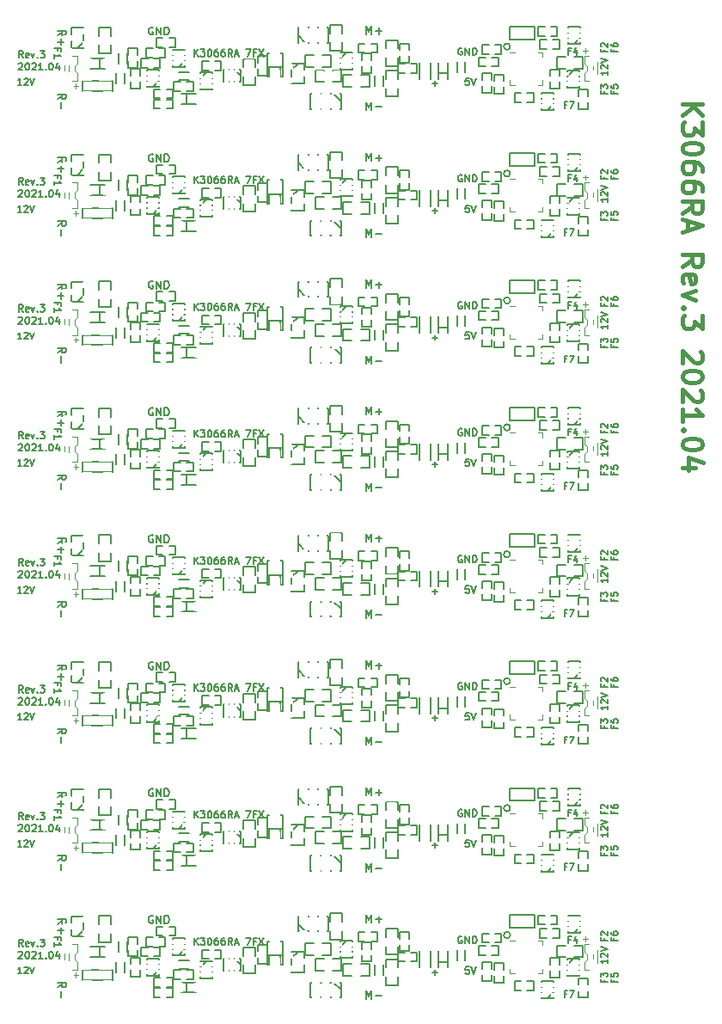
<source format=gto>
%TF.GenerationSoftware,KiCad,Pcbnew,(5.1.9)-1*%
%TF.CreationDate,2021-04-24T22:15:52+09:00*%
%TF.ProjectId,motordecoder2,6d6f746f-7264-4656-936f-646572322e6b,rev?*%
%TF.SameCoordinates,PX66ff300PY81390e0*%
%TF.FileFunction,Legend,Top*%
%TF.FilePolarity,Positive*%
%FSLAX46Y46*%
G04 Gerber Fmt 4.6, Leading zero omitted, Abs format (unit mm)*
G04 Created by KiCad (PCBNEW (5.1.9)-1) date 2021-04-24 22:15:52*
%MOMM*%
%LPD*%
G01*
G04 APERTURE LIST*
%ADD10C,0.400000*%
%ADD11C,0.150000*%
%ADD12C,0.180000*%
%ADD13C,0.170000*%
%ADD14C,0.200000*%
%ADD15C,0.140000*%
%ADD16C,0.120000*%
%ADD17C,2.100000*%
%ADD18C,0.100000*%
G04 APERTURE END LIST*
D10*
X72845238Y89263810D02*
X74845238Y89263810D01*
X72845238Y88120953D02*
X73988095Y88978096D01*
X74845238Y88120953D02*
X73702380Y89263810D01*
X74845238Y87454286D02*
X74845238Y86216191D01*
X74083333Y86882858D01*
X74083333Y86597143D01*
X73988095Y86406667D01*
X73892857Y86311429D01*
X73702380Y86216191D01*
X73226190Y86216191D01*
X73035714Y86311429D01*
X72940476Y86406667D01*
X72845238Y86597143D01*
X72845238Y87168572D01*
X72940476Y87359048D01*
X73035714Y87454286D01*
X74845238Y84978096D02*
X74845238Y84787620D01*
X74750000Y84597143D01*
X74654761Y84501905D01*
X74464285Y84406667D01*
X74083333Y84311429D01*
X73607142Y84311429D01*
X73226190Y84406667D01*
X73035714Y84501905D01*
X72940476Y84597143D01*
X72845238Y84787620D01*
X72845238Y84978096D01*
X72940476Y85168572D01*
X73035714Y85263810D01*
X73226190Y85359048D01*
X73607142Y85454286D01*
X74083333Y85454286D01*
X74464285Y85359048D01*
X74654761Y85263810D01*
X74750000Y85168572D01*
X74845238Y84978096D01*
X74845238Y82597143D02*
X74845238Y82978096D01*
X74750000Y83168572D01*
X74654761Y83263810D01*
X74369047Y83454286D01*
X73988095Y83549524D01*
X73226190Y83549524D01*
X73035714Y83454286D01*
X72940476Y83359048D01*
X72845238Y83168572D01*
X72845238Y82787620D01*
X72940476Y82597143D01*
X73035714Y82501905D01*
X73226190Y82406667D01*
X73702380Y82406667D01*
X73892857Y82501905D01*
X73988095Y82597143D01*
X74083333Y82787620D01*
X74083333Y83168572D01*
X73988095Y83359048D01*
X73892857Y83454286D01*
X73702380Y83549524D01*
X74845238Y80692381D02*
X74845238Y81073334D01*
X74750000Y81263810D01*
X74654761Y81359048D01*
X74369047Y81549524D01*
X73988095Y81644762D01*
X73226190Y81644762D01*
X73035714Y81549524D01*
X72940476Y81454286D01*
X72845238Y81263810D01*
X72845238Y80882858D01*
X72940476Y80692381D01*
X73035714Y80597143D01*
X73226190Y80501905D01*
X73702380Y80501905D01*
X73892857Y80597143D01*
X73988095Y80692381D01*
X74083333Y80882858D01*
X74083333Y81263810D01*
X73988095Y81454286D01*
X73892857Y81549524D01*
X73702380Y81644762D01*
X72845238Y78501905D02*
X73797619Y79168572D01*
X72845238Y79644762D02*
X74845238Y79644762D01*
X74845238Y78882858D01*
X74750000Y78692381D01*
X74654761Y78597143D01*
X74464285Y78501905D01*
X74178571Y78501905D01*
X73988095Y78597143D01*
X73892857Y78692381D01*
X73797619Y78882858D01*
X73797619Y79644762D01*
X73416666Y77740000D02*
X73416666Y76787620D01*
X72845238Y77930477D02*
X74845238Y77263810D01*
X72845238Y76597143D01*
X72845238Y73263810D02*
X73797619Y73930477D01*
X72845238Y74406667D02*
X74845238Y74406667D01*
X74845238Y73644762D01*
X74750000Y73454286D01*
X74654761Y73359048D01*
X74464285Y73263810D01*
X74178571Y73263810D01*
X73988095Y73359048D01*
X73892857Y73454286D01*
X73797619Y73644762D01*
X73797619Y74406667D01*
X72940476Y71644762D02*
X72845238Y71835239D01*
X72845238Y72216191D01*
X72940476Y72406667D01*
X73130952Y72501905D01*
X73892857Y72501905D01*
X74083333Y72406667D01*
X74178571Y72216191D01*
X74178571Y71835239D01*
X74083333Y71644762D01*
X73892857Y71549524D01*
X73702380Y71549524D01*
X73511904Y72501905D01*
X74178571Y70882858D02*
X72845238Y70406667D01*
X74178571Y69930477D01*
X73035714Y69168572D02*
X72940476Y69073334D01*
X72845238Y69168572D01*
X72940476Y69263810D01*
X73035714Y69168572D01*
X72845238Y69168572D01*
X74845238Y68406667D02*
X74845238Y67168572D01*
X74083333Y67835239D01*
X74083333Y67549524D01*
X73988095Y67359048D01*
X73892857Y67263810D01*
X73702380Y67168572D01*
X73226190Y67168572D01*
X73035714Y67263810D01*
X72940476Y67359048D01*
X72845238Y67549524D01*
X72845238Y68120953D01*
X72940476Y68311429D01*
X73035714Y68406667D01*
X74654761Y64882858D02*
X74750000Y64787620D01*
X74845238Y64597143D01*
X74845238Y64120953D01*
X74750000Y63930477D01*
X74654761Y63835239D01*
X74464285Y63740000D01*
X74273809Y63740000D01*
X73988095Y63835239D01*
X72845238Y64978096D01*
X72845238Y63740000D01*
X74845238Y62501905D02*
X74845238Y62311429D01*
X74750000Y62120953D01*
X74654761Y62025715D01*
X74464285Y61930477D01*
X74083333Y61835239D01*
X73607142Y61835239D01*
X73226190Y61930477D01*
X73035714Y62025715D01*
X72940476Y62120953D01*
X72845238Y62311429D01*
X72845238Y62501905D01*
X72940476Y62692381D01*
X73035714Y62787620D01*
X73226190Y62882858D01*
X73607142Y62978096D01*
X74083333Y62978096D01*
X74464285Y62882858D01*
X74654761Y62787620D01*
X74750000Y62692381D01*
X74845238Y62501905D01*
X74654761Y61073334D02*
X74750000Y60978096D01*
X74845238Y60787620D01*
X74845238Y60311429D01*
X74750000Y60120953D01*
X74654761Y60025715D01*
X74464285Y59930477D01*
X74273809Y59930477D01*
X73988095Y60025715D01*
X72845238Y61168572D01*
X72845238Y59930477D01*
X72845238Y58025715D02*
X72845238Y59168572D01*
X72845238Y58597143D02*
X74845238Y58597143D01*
X74559523Y58787620D01*
X74369047Y58978096D01*
X74273809Y59168572D01*
X73035714Y57168572D02*
X72940476Y57073334D01*
X72845238Y57168572D01*
X72940476Y57263810D01*
X73035714Y57168572D01*
X72845238Y57168572D01*
X74845238Y55835239D02*
X74845238Y55644762D01*
X74750000Y55454286D01*
X74654761Y55359048D01*
X74464285Y55263810D01*
X74083333Y55168572D01*
X73607142Y55168572D01*
X73226190Y55263810D01*
X73035714Y55359048D01*
X72940476Y55454286D01*
X72845238Y55644762D01*
X72845238Y55835239D01*
X72940476Y56025715D01*
X73035714Y56120953D01*
X73226190Y56216191D01*
X73607142Y56311429D01*
X74083333Y56311429D01*
X74464285Y56216191D01*
X74654761Y56120953D01*
X74750000Y56025715D01*
X74845238Y55835239D01*
X74178571Y53454286D02*
X72845238Y53454286D01*
X74940476Y53930477D02*
X73511904Y54406667D01*
X73511904Y53168572D01*
D11*
X48500000Y4000000D02*
X48500000Y3500000D01*
X48500000Y16500000D02*
X48500000Y16000000D01*
X48500000Y29000000D02*
X48500000Y28500000D01*
X48500000Y41500000D02*
X48500000Y41000000D01*
X48500000Y54000000D02*
X48500000Y53500000D01*
X48500000Y66500000D02*
X48500000Y66000000D01*
X48500000Y79000000D02*
X48500000Y78500000D01*
X48250000Y3750000D02*
X48750000Y3750000D01*
X48250000Y16250000D02*
X48750000Y16250000D01*
X48250000Y28750000D02*
X48750000Y28750000D01*
X48250000Y41250000D02*
X48750000Y41250000D01*
X48250000Y53750000D02*
X48750000Y53750000D01*
X48250000Y66250000D02*
X48750000Y66250000D01*
X48250000Y78750000D02*
X48750000Y78750000D01*
X55916228Y7400000D02*
G75*
G03*
X55916228Y7400000I-316228J0D01*
G01*
X55916228Y19900000D02*
G75*
G03*
X55916228Y19900000I-316228J0D01*
G01*
X55916228Y32400000D02*
G75*
G03*
X55916228Y32400000I-316228J0D01*
G01*
X55916228Y44900000D02*
G75*
G03*
X55916228Y44900000I-316228J0D01*
G01*
X55916228Y57400000D02*
G75*
G03*
X55916228Y57400000I-316228J0D01*
G01*
X55916228Y69900000D02*
G75*
G03*
X55916228Y69900000I-316228J0D01*
G01*
X55916228Y82400000D02*
G75*
G03*
X55916228Y82400000I-316228J0D01*
G01*
D12*
X41738095Y1138096D02*
X41738095Y1938096D01*
X42004761Y1366667D01*
X42271428Y1938096D01*
X42271428Y1138096D01*
X42652380Y1442858D02*
X43261904Y1442858D01*
X41738095Y13638096D02*
X41738095Y14438096D01*
X42004761Y13866667D01*
X42271428Y14438096D01*
X42271428Y13638096D01*
X42652380Y13942858D02*
X43261904Y13942858D01*
X41738095Y26138096D02*
X41738095Y26938096D01*
X42004761Y26366667D01*
X42271428Y26938096D01*
X42271428Y26138096D01*
X42652380Y26442858D02*
X43261904Y26442858D01*
X41738095Y38638096D02*
X41738095Y39438096D01*
X42004761Y38866667D01*
X42271428Y39438096D01*
X42271428Y38638096D01*
X42652380Y38942858D02*
X43261904Y38942858D01*
X41738095Y51138096D02*
X41738095Y51938096D01*
X42004761Y51366667D01*
X42271428Y51938096D01*
X42271428Y51138096D01*
X42652380Y51442858D02*
X43261904Y51442858D01*
X41738095Y63638096D02*
X41738095Y64438096D01*
X42004761Y63866667D01*
X42271428Y64438096D01*
X42271428Y63638096D01*
X42652380Y63942858D02*
X43261904Y63942858D01*
X41738095Y76138096D02*
X41738095Y76938096D01*
X42004761Y76366667D01*
X42271428Y76938096D01*
X42271428Y76138096D01*
X42652380Y76442858D02*
X43261904Y76442858D01*
X20728571Y9275000D02*
X20657142Y9310715D01*
X20550000Y9310715D01*
X20442857Y9275000D01*
X20371428Y9203572D01*
X20335714Y9132143D01*
X20300000Y8989286D01*
X20300000Y8882143D01*
X20335714Y8739286D01*
X20371428Y8667858D01*
X20442857Y8596429D01*
X20550000Y8560715D01*
X20621428Y8560715D01*
X20728571Y8596429D01*
X20764285Y8632143D01*
X20764285Y8882143D01*
X20621428Y8882143D01*
X21085714Y8560715D02*
X21085714Y9310715D01*
X21514285Y8560715D01*
X21514285Y9310715D01*
X21871428Y8560715D02*
X21871428Y9310715D01*
X22050000Y9310715D01*
X22157142Y9275000D01*
X22228571Y9203572D01*
X22264285Y9132143D01*
X22300000Y8989286D01*
X22300000Y8882143D01*
X22264285Y8739286D01*
X22228571Y8667858D01*
X22157142Y8596429D01*
X22050000Y8560715D01*
X21871428Y8560715D01*
X20728571Y21775000D02*
X20657142Y21810715D01*
X20550000Y21810715D01*
X20442857Y21775000D01*
X20371428Y21703572D01*
X20335714Y21632143D01*
X20300000Y21489286D01*
X20300000Y21382143D01*
X20335714Y21239286D01*
X20371428Y21167858D01*
X20442857Y21096429D01*
X20550000Y21060715D01*
X20621428Y21060715D01*
X20728571Y21096429D01*
X20764285Y21132143D01*
X20764285Y21382143D01*
X20621428Y21382143D01*
X21085714Y21060715D02*
X21085714Y21810715D01*
X21514285Y21060715D01*
X21514285Y21810715D01*
X21871428Y21060715D02*
X21871428Y21810715D01*
X22050000Y21810715D01*
X22157142Y21775000D01*
X22228571Y21703572D01*
X22264285Y21632143D01*
X22300000Y21489286D01*
X22300000Y21382143D01*
X22264285Y21239286D01*
X22228571Y21167858D01*
X22157142Y21096429D01*
X22050000Y21060715D01*
X21871428Y21060715D01*
X20728571Y34275000D02*
X20657142Y34310715D01*
X20550000Y34310715D01*
X20442857Y34275000D01*
X20371428Y34203572D01*
X20335714Y34132143D01*
X20300000Y33989286D01*
X20300000Y33882143D01*
X20335714Y33739286D01*
X20371428Y33667858D01*
X20442857Y33596429D01*
X20550000Y33560715D01*
X20621428Y33560715D01*
X20728571Y33596429D01*
X20764285Y33632143D01*
X20764285Y33882143D01*
X20621428Y33882143D01*
X21085714Y33560715D02*
X21085714Y34310715D01*
X21514285Y33560715D01*
X21514285Y34310715D01*
X21871428Y33560715D02*
X21871428Y34310715D01*
X22050000Y34310715D01*
X22157142Y34275000D01*
X22228571Y34203572D01*
X22264285Y34132143D01*
X22300000Y33989286D01*
X22300000Y33882143D01*
X22264285Y33739286D01*
X22228571Y33667858D01*
X22157142Y33596429D01*
X22050000Y33560715D01*
X21871428Y33560715D01*
X20728571Y46775000D02*
X20657142Y46810715D01*
X20550000Y46810715D01*
X20442857Y46775000D01*
X20371428Y46703572D01*
X20335714Y46632143D01*
X20300000Y46489286D01*
X20300000Y46382143D01*
X20335714Y46239286D01*
X20371428Y46167858D01*
X20442857Y46096429D01*
X20550000Y46060715D01*
X20621428Y46060715D01*
X20728571Y46096429D01*
X20764285Y46132143D01*
X20764285Y46382143D01*
X20621428Y46382143D01*
X21085714Y46060715D02*
X21085714Y46810715D01*
X21514285Y46060715D01*
X21514285Y46810715D01*
X21871428Y46060715D02*
X21871428Y46810715D01*
X22050000Y46810715D01*
X22157142Y46775000D01*
X22228571Y46703572D01*
X22264285Y46632143D01*
X22300000Y46489286D01*
X22300000Y46382143D01*
X22264285Y46239286D01*
X22228571Y46167858D01*
X22157142Y46096429D01*
X22050000Y46060715D01*
X21871428Y46060715D01*
X20728571Y59275000D02*
X20657142Y59310715D01*
X20550000Y59310715D01*
X20442857Y59275000D01*
X20371428Y59203572D01*
X20335714Y59132143D01*
X20300000Y58989286D01*
X20300000Y58882143D01*
X20335714Y58739286D01*
X20371428Y58667858D01*
X20442857Y58596429D01*
X20550000Y58560715D01*
X20621428Y58560715D01*
X20728571Y58596429D01*
X20764285Y58632143D01*
X20764285Y58882143D01*
X20621428Y58882143D01*
X21085714Y58560715D02*
X21085714Y59310715D01*
X21514285Y58560715D01*
X21514285Y59310715D01*
X21871428Y58560715D02*
X21871428Y59310715D01*
X22050000Y59310715D01*
X22157142Y59275000D01*
X22228571Y59203572D01*
X22264285Y59132143D01*
X22300000Y58989286D01*
X22300000Y58882143D01*
X22264285Y58739286D01*
X22228571Y58667858D01*
X22157142Y58596429D01*
X22050000Y58560715D01*
X21871428Y58560715D01*
X20728571Y71775000D02*
X20657142Y71810715D01*
X20550000Y71810715D01*
X20442857Y71775000D01*
X20371428Y71703572D01*
X20335714Y71632143D01*
X20300000Y71489286D01*
X20300000Y71382143D01*
X20335714Y71239286D01*
X20371428Y71167858D01*
X20442857Y71096429D01*
X20550000Y71060715D01*
X20621428Y71060715D01*
X20728571Y71096429D01*
X20764285Y71132143D01*
X20764285Y71382143D01*
X20621428Y71382143D01*
X21085714Y71060715D02*
X21085714Y71810715D01*
X21514285Y71060715D01*
X21514285Y71810715D01*
X21871428Y71060715D02*
X21871428Y71810715D01*
X22050000Y71810715D01*
X22157142Y71775000D01*
X22228571Y71703572D01*
X22264285Y71632143D01*
X22300000Y71489286D01*
X22300000Y71382143D01*
X22264285Y71239286D01*
X22228571Y71167858D01*
X22157142Y71096429D01*
X22050000Y71060715D01*
X21871428Y71060715D01*
X20728571Y84275000D02*
X20657142Y84310715D01*
X20550000Y84310715D01*
X20442857Y84275000D01*
X20371428Y84203572D01*
X20335714Y84132143D01*
X20300000Y83989286D01*
X20300000Y83882143D01*
X20335714Y83739286D01*
X20371428Y83667858D01*
X20442857Y83596429D01*
X20550000Y83560715D01*
X20621428Y83560715D01*
X20728571Y83596429D01*
X20764285Y83632143D01*
X20764285Y83882143D01*
X20621428Y83882143D01*
X21085714Y83560715D02*
X21085714Y84310715D01*
X21514285Y83560715D01*
X21514285Y84310715D01*
X21871428Y83560715D02*
X21871428Y84310715D01*
X22050000Y84310715D01*
X22157142Y84275000D01*
X22228571Y84203572D01*
X22264285Y84132143D01*
X22300000Y83989286D01*
X22300000Y83882143D01*
X22264285Y83739286D01*
X22228571Y83667858D01*
X22157142Y83596429D01*
X22050000Y83560715D01*
X21871428Y83560715D01*
X41738095Y8638096D02*
X41738095Y9438096D01*
X42004761Y8866667D01*
X42271428Y9438096D01*
X42271428Y8638096D01*
X42652380Y8942858D02*
X43261904Y8942858D01*
X42957142Y8638096D02*
X42957142Y9247620D01*
X41738095Y21138096D02*
X41738095Y21938096D01*
X42004761Y21366667D01*
X42271428Y21938096D01*
X42271428Y21138096D01*
X42652380Y21442858D02*
X43261904Y21442858D01*
X42957142Y21138096D02*
X42957142Y21747620D01*
X41738095Y33638096D02*
X41738095Y34438096D01*
X42004761Y33866667D01*
X42271428Y34438096D01*
X42271428Y33638096D01*
X42652380Y33942858D02*
X43261904Y33942858D01*
X42957142Y33638096D02*
X42957142Y34247620D01*
X41738095Y46138096D02*
X41738095Y46938096D01*
X42004761Y46366667D01*
X42271428Y46938096D01*
X42271428Y46138096D01*
X42652380Y46442858D02*
X43261904Y46442858D01*
X42957142Y46138096D02*
X42957142Y46747620D01*
X41738095Y58638096D02*
X41738095Y59438096D01*
X42004761Y58866667D01*
X42271428Y59438096D01*
X42271428Y58638096D01*
X42652380Y58942858D02*
X43261904Y58942858D01*
X42957142Y58638096D02*
X42957142Y59247620D01*
X41738095Y71138096D02*
X41738095Y71938096D01*
X42004761Y71366667D01*
X42271428Y71938096D01*
X42271428Y71138096D01*
X42652380Y71442858D02*
X43261904Y71442858D01*
X42957142Y71138096D02*
X42957142Y71747620D01*
X41738095Y83638096D02*
X41738095Y84438096D01*
X42004761Y83866667D01*
X42271428Y84438096D01*
X42271428Y83638096D01*
X42652380Y83942858D02*
X43261904Y83942858D01*
X42957142Y83638096D02*
X42957142Y84247620D01*
D13*
X24777166Y6433334D02*
X24777166Y7133334D01*
X25177166Y6433334D02*
X24877166Y6833334D01*
X25177166Y7133334D02*
X24777166Y6733334D01*
X25410500Y7133334D02*
X25843833Y7133334D01*
X25610500Y6866667D01*
X25710500Y6866667D01*
X25777166Y6833334D01*
X25810500Y6800000D01*
X25843833Y6733334D01*
X25843833Y6566667D01*
X25810500Y6500000D01*
X25777166Y6466667D01*
X25710500Y6433334D01*
X25510500Y6433334D01*
X25443833Y6466667D01*
X25410500Y6500000D01*
X26277166Y7133334D02*
X26343833Y7133334D01*
X26410500Y7100000D01*
X26443833Y7066667D01*
X26477166Y7000000D01*
X26510500Y6866667D01*
X26510500Y6700000D01*
X26477166Y6566667D01*
X26443833Y6500000D01*
X26410500Y6466667D01*
X26343833Y6433334D01*
X26277166Y6433334D01*
X26210500Y6466667D01*
X26177166Y6500000D01*
X26143833Y6566667D01*
X26110500Y6700000D01*
X26110500Y6866667D01*
X26143833Y7000000D01*
X26177166Y7066667D01*
X26210500Y7100000D01*
X26277166Y7133334D01*
X27110500Y7133334D02*
X26977166Y7133334D01*
X26910500Y7100000D01*
X26877166Y7066667D01*
X26810500Y6966667D01*
X26777166Y6833334D01*
X26777166Y6566667D01*
X26810500Y6500000D01*
X26843833Y6466667D01*
X26910500Y6433334D01*
X27043833Y6433334D01*
X27110500Y6466667D01*
X27143833Y6500000D01*
X27177166Y6566667D01*
X27177166Y6733334D01*
X27143833Y6800000D01*
X27110500Y6833334D01*
X27043833Y6866667D01*
X26910500Y6866667D01*
X26843833Y6833334D01*
X26810500Y6800000D01*
X26777166Y6733334D01*
X27777166Y7133334D02*
X27643833Y7133334D01*
X27577166Y7100000D01*
X27543833Y7066667D01*
X27477166Y6966667D01*
X27443833Y6833334D01*
X27443833Y6566667D01*
X27477166Y6500000D01*
X27510500Y6466667D01*
X27577166Y6433334D01*
X27710500Y6433334D01*
X27777166Y6466667D01*
X27810500Y6500000D01*
X27843833Y6566667D01*
X27843833Y6733334D01*
X27810500Y6800000D01*
X27777166Y6833334D01*
X27710500Y6866667D01*
X27577166Y6866667D01*
X27510500Y6833334D01*
X27477166Y6800000D01*
X27443833Y6733334D01*
X28543833Y6433334D02*
X28310500Y6766667D01*
X28143833Y6433334D02*
X28143833Y7133334D01*
X28410500Y7133334D01*
X28477166Y7100000D01*
X28510500Y7066667D01*
X28543833Y7000000D01*
X28543833Y6900000D01*
X28510500Y6833334D01*
X28477166Y6800000D01*
X28410500Y6766667D01*
X28143833Y6766667D01*
X28810500Y6633334D02*
X29143833Y6633334D01*
X28743833Y6433334D02*
X28977166Y7133334D01*
X29210500Y6433334D01*
X29910500Y7133334D02*
X30377166Y7133334D01*
X30077166Y6433334D01*
X30877166Y6800000D02*
X30643833Y6800000D01*
X30643833Y6433334D02*
X30643833Y7133334D01*
X30977166Y7133334D01*
X31177166Y7133334D02*
X31643833Y6433334D01*
X31643833Y7133334D02*
X31177166Y6433334D01*
X24777166Y18933334D02*
X24777166Y19633334D01*
X25177166Y18933334D02*
X24877166Y19333334D01*
X25177166Y19633334D02*
X24777166Y19233334D01*
X25410500Y19633334D02*
X25843833Y19633334D01*
X25610500Y19366667D01*
X25710500Y19366667D01*
X25777166Y19333334D01*
X25810500Y19300000D01*
X25843833Y19233334D01*
X25843833Y19066667D01*
X25810500Y19000000D01*
X25777166Y18966667D01*
X25710500Y18933334D01*
X25510500Y18933334D01*
X25443833Y18966667D01*
X25410500Y19000000D01*
X26277166Y19633334D02*
X26343833Y19633334D01*
X26410500Y19600000D01*
X26443833Y19566667D01*
X26477166Y19500000D01*
X26510500Y19366667D01*
X26510500Y19200000D01*
X26477166Y19066667D01*
X26443833Y19000000D01*
X26410500Y18966667D01*
X26343833Y18933334D01*
X26277166Y18933334D01*
X26210500Y18966667D01*
X26177166Y19000000D01*
X26143833Y19066667D01*
X26110500Y19200000D01*
X26110500Y19366667D01*
X26143833Y19500000D01*
X26177166Y19566667D01*
X26210500Y19600000D01*
X26277166Y19633334D01*
X27110500Y19633334D02*
X26977166Y19633334D01*
X26910500Y19600000D01*
X26877166Y19566667D01*
X26810500Y19466667D01*
X26777166Y19333334D01*
X26777166Y19066667D01*
X26810500Y19000000D01*
X26843833Y18966667D01*
X26910500Y18933334D01*
X27043833Y18933334D01*
X27110500Y18966667D01*
X27143833Y19000000D01*
X27177166Y19066667D01*
X27177166Y19233334D01*
X27143833Y19300000D01*
X27110500Y19333334D01*
X27043833Y19366667D01*
X26910500Y19366667D01*
X26843833Y19333334D01*
X26810500Y19300000D01*
X26777166Y19233334D01*
X27777166Y19633334D02*
X27643833Y19633334D01*
X27577166Y19600000D01*
X27543833Y19566667D01*
X27477166Y19466667D01*
X27443833Y19333334D01*
X27443833Y19066667D01*
X27477166Y19000000D01*
X27510500Y18966667D01*
X27577166Y18933334D01*
X27710500Y18933334D01*
X27777166Y18966667D01*
X27810500Y19000000D01*
X27843833Y19066667D01*
X27843833Y19233334D01*
X27810500Y19300000D01*
X27777166Y19333334D01*
X27710500Y19366667D01*
X27577166Y19366667D01*
X27510500Y19333334D01*
X27477166Y19300000D01*
X27443833Y19233334D01*
X28543833Y18933334D02*
X28310500Y19266667D01*
X28143833Y18933334D02*
X28143833Y19633334D01*
X28410500Y19633334D01*
X28477166Y19600000D01*
X28510500Y19566667D01*
X28543833Y19500000D01*
X28543833Y19400000D01*
X28510500Y19333334D01*
X28477166Y19300000D01*
X28410500Y19266667D01*
X28143833Y19266667D01*
X28810500Y19133334D02*
X29143833Y19133334D01*
X28743833Y18933334D02*
X28977166Y19633334D01*
X29210500Y18933334D01*
X29910500Y19633334D02*
X30377166Y19633334D01*
X30077166Y18933334D01*
X30877166Y19300000D02*
X30643833Y19300000D01*
X30643833Y18933334D02*
X30643833Y19633334D01*
X30977166Y19633334D01*
X31177166Y19633334D02*
X31643833Y18933334D01*
X31643833Y19633334D02*
X31177166Y18933334D01*
X24777166Y31433334D02*
X24777166Y32133334D01*
X25177166Y31433334D02*
X24877166Y31833334D01*
X25177166Y32133334D02*
X24777166Y31733334D01*
X25410500Y32133334D02*
X25843833Y32133334D01*
X25610500Y31866667D01*
X25710500Y31866667D01*
X25777166Y31833334D01*
X25810500Y31800000D01*
X25843833Y31733334D01*
X25843833Y31566667D01*
X25810500Y31500000D01*
X25777166Y31466667D01*
X25710500Y31433334D01*
X25510500Y31433334D01*
X25443833Y31466667D01*
X25410500Y31500000D01*
X26277166Y32133334D02*
X26343833Y32133334D01*
X26410500Y32100000D01*
X26443833Y32066667D01*
X26477166Y32000000D01*
X26510500Y31866667D01*
X26510500Y31700000D01*
X26477166Y31566667D01*
X26443833Y31500000D01*
X26410500Y31466667D01*
X26343833Y31433334D01*
X26277166Y31433334D01*
X26210500Y31466667D01*
X26177166Y31500000D01*
X26143833Y31566667D01*
X26110500Y31700000D01*
X26110500Y31866667D01*
X26143833Y32000000D01*
X26177166Y32066667D01*
X26210500Y32100000D01*
X26277166Y32133334D01*
X27110500Y32133334D02*
X26977166Y32133334D01*
X26910500Y32100000D01*
X26877166Y32066667D01*
X26810500Y31966667D01*
X26777166Y31833334D01*
X26777166Y31566667D01*
X26810500Y31500000D01*
X26843833Y31466667D01*
X26910500Y31433334D01*
X27043833Y31433334D01*
X27110500Y31466667D01*
X27143833Y31500000D01*
X27177166Y31566667D01*
X27177166Y31733334D01*
X27143833Y31800000D01*
X27110500Y31833334D01*
X27043833Y31866667D01*
X26910500Y31866667D01*
X26843833Y31833334D01*
X26810500Y31800000D01*
X26777166Y31733334D01*
X27777166Y32133334D02*
X27643833Y32133334D01*
X27577166Y32100000D01*
X27543833Y32066667D01*
X27477166Y31966667D01*
X27443833Y31833334D01*
X27443833Y31566667D01*
X27477166Y31500000D01*
X27510500Y31466667D01*
X27577166Y31433334D01*
X27710500Y31433334D01*
X27777166Y31466667D01*
X27810500Y31500000D01*
X27843833Y31566667D01*
X27843833Y31733334D01*
X27810500Y31800000D01*
X27777166Y31833334D01*
X27710500Y31866667D01*
X27577166Y31866667D01*
X27510500Y31833334D01*
X27477166Y31800000D01*
X27443833Y31733334D01*
X28543833Y31433334D02*
X28310500Y31766667D01*
X28143833Y31433334D02*
X28143833Y32133334D01*
X28410500Y32133334D01*
X28477166Y32100000D01*
X28510500Y32066667D01*
X28543833Y32000000D01*
X28543833Y31900000D01*
X28510500Y31833334D01*
X28477166Y31800000D01*
X28410500Y31766667D01*
X28143833Y31766667D01*
X28810500Y31633334D02*
X29143833Y31633334D01*
X28743833Y31433334D02*
X28977166Y32133334D01*
X29210500Y31433334D01*
X29910500Y32133334D02*
X30377166Y32133334D01*
X30077166Y31433334D01*
X30877166Y31800000D02*
X30643833Y31800000D01*
X30643833Y31433334D02*
X30643833Y32133334D01*
X30977166Y32133334D01*
X31177166Y32133334D02*
X31643833Y31433334D01*
X31643833Y32133334D02*
X31177166Y31433334D01*
X24777166Y43933334D02*
X24777166Y44633334D01*
X25177166Y43933334D02*
X24877166Y44333334D01*
X25177166Y44633334D02*
X24777166Y44233334D01*
X25410500Y44633334D02*
X25843833Y44633334D01*
X25610500Y44366667D01*
X25710500Y44366667D01*
X25777166Y44333334D01*
X25810500Y44300000D01*
X25843833Y44233334D01*
X25843833Y44066667D01*
X25810500Y44000000D01*
X25777166Y43966667D01*
X25710500Y43933334D01*
X25510500Y43933334D01*
X25443833Y43966667D01*
X25410500Y44000000D01*
X26277166Y44633334D02*
X26343833Y44633334D01*
X26410500Y44600000D01*
X26443833Y44566667D01*
X26477166Y44500000D01*
X26510500Y44366667D01*
X26510500Y44200000D01*
X26477166Y44066667D01*
X26443833Y44000000D01*
X26410500Y43966667D01*
X26343833Y43933334D01*
X26277166Y43933334D01*
X26210500Y43966667D01*
X26177166Y44000000D01*
X26143833Y44066667D01*
X26110500Y44200000D01*
X26110500Y44366667D01*
X26143833Y44500000D01*
X26177166Y44566667D01*
X26210500Y44600000D01*
X26277166Y44633334D01*
X27110500Y44633334D02*
X26977166Y44633334D01*
X26910500Y44600000D01*
X26877166Y44566667D01*
X26810500Y44466667D01*
X26777166Y44333334D01*
X26777166Y44066667D01*
X26810500Y44000000D01*
X26843833Y43966667D01*
X26910500Y43933334D01*
X27043833Y43933334D01*
X27110500Y43966667D01*
X27143833Y44000000D01*
X27177166Y44066667D01*
X27177166Y44233334D01*
X27143833Y44300000D01*
X27110500Y44333334D01*
X27043833Y44366667D01*
X26910500Y44366667D01*
X26843833Y44333334D01*
X26810500Y44300000D01*
X26777166Y44233334D01*
X27777166Y44633334D02*
X27643833Y44633334D01*
X27577166Y44600000D01*
X27543833Y44566667D01*
X27477166Y44466667D01*
X27443833Y44333334D01*
X27443833Y44066667D01*
X27477166Y44000000D01*
X27510500Y43966667D01*
X27577166Y43933334D01*
X27710500Y43933334D01*
X27777166Y43966667D01*
X27810500Y44000000D01*
X27843833Y44066667D01*
X27843833Y44233334D01*
X27810500Y44300000D01*
X27777166Y44333334D01*
X27710500Y44366667D01*
X27577166Y44366667D01*
X27510500Y44333334D01*
X27477166Y44300000D01*
X27443833Y44233334D01*
X28543833Y43933334D02*
X28310500Y44266667D01*
X28143833Y43933334D02*
X28143833Y44633334D01*
X28410500Y44633334D01*
X28477166Y44600000D01*
X28510500Y44566667D01*
X28543833Y44500000D01*
X28543833Y44400000D01*
X28510500Y44333334D01*
X28477166Y44300000D01*
X28410500Y44266667D01*
X28143833Y44266667D01*
X28810500Y44133334D02*
X29143833Y44133334D01*
X28743833Y43933334D02*
X28977166Y44633334D01*
X29210500Y43933334D01*
X29910500Y44633334D02*
X30377166Y44633334D01*
X30077166Y43933334D01*
X30877166Y44300000D02*
X30643833Y44300000D01*
X30643833Y43933334D02*
X30643833Y44633334D01*
X30977166Y44633334D01*
X31177166Y44633334D02*
X31643833Y43933334D01*
X31643833Y44633334D02*
X31177166Y43933334D01*
X24777166Y56433334D02*
X24777166Y57133334D01*
X25177166Y56433334D02*
X24877166Y56833334D01*
X25177166Y57133334D02*
X24777166Y56733334D01*
X25410500Y57133334D02*
X25843833Y57133334D01*
X25610500Y56866667D01*
X25710500Y56866667D01*
X25777166Y56833334D01*
X25810500Y56800000D01*
X25843833Y56733334D01*
X25843833Y56566667D01*
X25810500Y56500000D01*
X25777166Y56466667D01*
X25710500Y56433334D01*
X25510500Y56433334D01*
X25443833Y56466667D01*
X25410500Y56500000D01*
X26277166Y57133334D02*
X26343833Y57133334D01*
X26410500Y57100000D01*
X26443833Y57066667D01*
X26477166Y57000000D01*
X26510500Y56866667D01*
X26510500Y56700000D01*
X26477166Y56566667D01*
X26443833Y56500000D01*
X26410500Y56466667D01*
X26343833Y56433334D01*
X26277166Y56433334D01*
X26210500Y56466667D01*
X26177166Y56500000D01*
X26143833Y56566667D01*
X26110500Y56700000D01*
X26110500Y56866667D01*
X26143833Y57000000D01*
X26177166Y57066667D01*
X26210500Y57100000D01*
X26277166Y57133334D01*
X27110500Y57133334D02*
X26977166Y57133334D01*
X26910500Y57100000D01*
X26877166Y57066667D01*
X26810500Y56966667D01*
X26777166Y56833334D01*
X26777166Y56566667D01*
X26810500Y56500000D01*
X26843833Y56466667D01*
X26910500Y56433334D01*
X27043833Y56433334D01*
X27110500Y56466667D01*
X27143833Y56500000D01*
X27177166Y56566667D01*
X27177166Y56733334D01*
X27143833Y56800000D01*
X27110500Y56833334D01*
X27043833Y56866667D01*
X26910500Y56866667D01*
X26843833Y56833334D01*
X26810500Y56800000D01*
X26777166Y56733334D01*
X27777166Y57133334D02*
X27643833Y57133334D01*
X27577166Y57100000D01*
X27543833Y57066667D01*
X27477166Y56966667D01*
X27443833Y56833334D01*
X27443833Y56566667D01*
X27477166Y56500000D01*
X27510500Y56466667D01*
X27577166Y56433334D01*
X27710500Y56433334D01*
X27777166Y56466667D01*
X27810500Y56500000D01*
X27843833Y56566667D01*
X27843833Y56733334D01*
X27810500Y56800000D01*
X27777166Y56833334D01*
X27710500Y56866667D01*
X27577166Y56866667D01*
X27510500Y56833334D01*
X27477166Y56800000D01*
X27443833Y56733334D01*
X28543833Y56433334D02*
X28310500Y56766667D01*
X28143833Y56433334D02*
X28143833Y57133334D01*
X28410500Y57133334D01*
X28477166Y57100000D01*
X28510500Y57066667D01*
X28543833Y57000000D01*
X28543833Y56900000D01*
X28510500Y56833334D01*
X28477166Y56800000D01*
X28410500Y56766667D01*
X28143833Y56766667D01*
X28810500Y56633334D02*
X29143833Y56633334D01*
X28743833Y56433334D02*
X28977166Y57133334D01*
X29210500Y56433334D01*
X29910500Y57133334D02*
X30377166Y57133334D01*
X30077166Y56433334D01*
X30877166Y56800000D02*
X30643833Y56800000D01*
X30643833Y56433334D02*
X30643833Y57133334D01*
X30977166Y57133334D01*
X31177166Y57133334D02*
X31643833Y56433334D01*
X31643833Y57133334D02*
X31177166Y56433334D01*
X24777166Y68933334D02*
X24777166Y69633334D01*
X25177166Y68933334D02*
X24877166Y69333334D01*
X25177166Y69633334D02*
X24777166Y69233334D01*
X25410500Y69633334D02*
X25843833Y69633334D01*
X25610500Y69366667D01*
X25710500Y69366667D01*
X25777166Y69333334D01*
X25810500Y69300000D01*
X25843833Y69233334D01*
X25843833Y69066667D01*
X25810500Y69000000D01*
X25777166Y68966667D01*
X25710500Y68933334D01*
X25510500Y68933334D01*
X25443833Y68966667D01*
X25410500Y69000000D01*
X26277166Y69633334D02*
X26343833Y69633334D01*
X26410500Y69600000D01*
X26443833Y69566667D01*
X26477166Y69500000D01*
X26510500Y69366667D01*
X26510500Y69200000D01*
X26477166Y69066667D01*
X26443833Y69000000D01*
X26410500Y68966667D01*
X26343833Y68933334D01*
X26277166Y68933334D01*
X26210500Y68966667D01*
X26177166Y69000000D01*
X26143833Y69066667D01*
X26110500Y69200000D01*
X26110500Y69366667D01*
X26143833Y69500000D01*
X26177166Y69566667D01*
X26210500Y69600000D01*
X26277166Y69633334D01*
X27110500Y69633334D02*
X26977166Y69633334D01*
X26910500Y69600000D01*
X26877166Y69566667D01*
X26810500Y69466667D01*
X26777166Y69333334D01*
X26777166Y69066667D01*
X26810500Y69000000D01*
X26843833Y68966667D01*
X26910500Y68933334D01*
X27043833Y68933334D01*
X27110500Y68966667D01*
X27143833Y69000000D01*
X27177166Y69066667D01*
X27177166Y69233334D01*
X27143833Y69300000D01*
X27110500Y69333334D01*
X27043833Y69366667D01*
X26910500Y69366667D01*
X26843833Y69333334D01*
X26810500Y69300000D01*
X26777166Y69233334D01*
X27777166Y69633334D02*
X27643833Y69633334D01*
X27577166Y69600000D01*
X27543833Y69566667D01*
X27477166Y69466667D01*
X27443833Y69333334D01*
X27443833Y69066667D01*
X27477166Y69000000D01*
X27510500Y68966667D01*
X27577166Y68933334D01*
X27710500Y68933334D01*
X27777166Y68966667D01*
X27810500Y69000000D01*
X27843833Y69066667D01*
X27843833Y69233334D01*
X27810500Y69300000D01*
X27777166Y69333334D01*
X27710500Y69366667D01*
X27577166Y69366667D01*
X27510500Y69333334D01*
X27477166Y69300000D01*
X27443833Y69233334D01*
X28543833Y68933334D02*
X28310500Y69266667D01*
X28143833Y68933334D02*
X28143833Y69633334D01*
X28410500Y69633334D01*
X28477166Y69600000D01*
X28510500Y69566667D01*
X28543833Y69500000D01*
X28543833Y69400000D01*
X28510500Y69333334D01*
X28477166Y69300000D01*
X28410500Y69266667D01*
X28143833Y69266667D01*
X28810500Y69133334D02*
X29143833Y69133334D01*
X28743833Y68933334D02*
X28977166Y69633334D01*
X29210500Y68933334D01*
X29910500Y69633334D02*
X30377166Y69633334D01*
X30077166Y68933334D01*
X30877166Y69300000D02*
X30643833Y69300000D01*
X30643833Y68933334D02*
X30643833Y69633334D01*
X30977166Y69633334D01*
X31177166Y69633334D02*
X31643833Y68933334D01*
X31643833Y69633334D02*
X31177166Y68933334D01*
X24777166Y81433334D02*
X24777166Y82133334D01*
X25177166Y81433334D02*
X24877166Y81833334D01*
X25177166Y82133334D02*
X24777166Y81733334D01*
X25410500Y82133334D02*
X25843833Y82133334D01*
X25610500Y81866667D01*
X25710500Y81866667D01*
X25777166Y81833334D01*
X25810500Y81800000D01*
X25843833Y81733334D01*
X25843833Y81566667D01*
X25810500Y81500000D01*
X25777166Y81466667D01*
X25710500Y81433334D01*
X25510500Y81433334D01*
X25443833Y81466667D01*
X25410500Y81500000D01*
X26277166Y82133334D02*
X26343833Y82133334D01*
X26410500Y82100000D01*
X26443833Y82066667D01*
X26477166Y82000000D01*
X26510500Y81866667D01*
X26510500Y81700000D01*
X26477166Y81566667D01*
X26443833Y81500000D01*
X26410500Y81466667D01*
X26343833Y81433334D01*
X26277166Y81433334D01*
X26210500Y81466667D01*
X26177166Y81500000D01*
X26143833Y81566667D01*
X26110500Y81700000D01*
X26110500Y81866667D01*
X26143833Y82000000D01*
X26177166Y82066667D01*
X26210500Y82100000D01*
X26277166Y82133334D01*
X27110500Y82133334D02*
X26977166Y82133334D01*
X26910500Y82100000D01*
X26877166Y82066667D01*
X26810500Y81966667D01*
X26777166Y81833334D01*
X26777166Y81566667D01*
X26810500Y81500000D01*
X26843833Y81466667D01*
X26910500Y81433334D01*
X27043833Y81433334D01*
X27110500Y81466667D01*
X27143833Y81500000D01*
X27177166Y81566667D01*
X27177166Y81733334D01*
X27143833Y81800000D01*
X27110500Y81833334D01*
X27043833Y81866667D01*
X26910500Y81866667D01*
X26843833Y81833334D01*
X26810500Y81800000D01*
X26777166Y81733334D01*
X27777166Y82133334D02*
X27643833Y82133334D01*
X27577166Y82100000D01*
X27543833Y82066667D01*
X27477166Y81966667D01*
X27443833Y81833334D01*
X27443833Y81566667D01*
X27477166Y81500000D01*
X27510500Y81466667D01*
X27577166Y81433334D01*
X27710500Y81433334D01*
X27777166Y81466667D01*
X27810500Y81500000D01*
X27843833Y81566667D01*
X27843833Y81733334D01*
X27810500Y81800000D01*
X27777166Y81833334D01*
X27710500Y81866667D01*
X27577166Y81866667D01*
X27510500Y81833334D01*
X27477166Y81800000D01*
X27443833Y81733334D01*
X28543833Y81433334D02*
X28310500Y81766667D01*
X28143833Y81433334D02*
X28143833Y82133334D01*
X28410500Y82133334D01*
X28477166Y82100000D01*
X28510500Y82066667D01*
X28543833Y82000000D01*
X28543833Y81900000D01*
X28510500Y81833334D01*
X28477166Y81800000D01*
X28410500Y81766667D01*
X28143833Y81766667D01*
X28810500Y81633334D02*
X29143833Y81633334D01*
X28743833Y81433334D02*
X28977166Y82133334D01*
X29210500Y81433334D01*
X29910500Y82133334D02*
X30377166Y82133334D01*
X30077166Y81433334D01*
X30877166Y81800000D02*
X30643833Y81800000D01*
X30643833Y81433334D02*
X30643833Y82133334D01*
X30977166Y82133334D01*
X31177166Y82133334D02*
X31643833Y81433334D01*
X31643833Y82133334D02*
X31177166Y81433334D01*
D11*
X11350000Y6983334D02*
X11350000Y7216667D01*
X10983333Y7216667D02*
X11683333Y7216667D01*
X11683333Y6883334D01*
X10983333Y6250000D02*
X10983333Y6650000D01*
X10983333Y6450000D02*
X11683333Y6450000D01*
X11583333Y6516667D01*
X11516666Y6583334D01*
X11483333Y6650000D01*
X11350000Y19483334D02*
X11350000Y19716667D01*
X10983333Y19716667D02*
X11683333Y19716667D01*
X11683333Y19383334D01*
X10983333Y18750000D02*
X10983333Y19150000D01*
X10983333Y18950000D02*
X11683333Y18950000D01*
X11583333Y19016667D01*
X11516666Y19083334D01*
X11483333Y19150000D01*
X11350000Y31983334D02*
X11350000Y32216667D01*
X10983333Y32216667D02*
X11683333Y32216667D01*
X11683333Y31883334D01*
X10983333Y31250000D02*
X10983333Y31650000D01*
X10983333Y31450000D02*
X11683333Y31450000D01*
X11583333Y31516667D01*
X11516666Y31583334D01*
X11483333Y31650000D01*
X11350000Y44483334D02*
X11350000Y44716667D01*
X10983333Y44716667D02*
X11683333Y44716667D01*
X11683333Y44383334D01*
X10983333Y43750000D02*
X10983333Y44150000D01*
X10983333Y43950000D02*
X11683333Y43950000D01*
X11583333Y44016667D01*
X11516666Y44083334D01*
X11483333Y44150000D01*
X11350000Y56983334D02*
X11350000Y57216667D01*
X10983333Y57216667D02*
X11683333Y57216667D01*
X11683333Y56883334D01*
X10983333Y56250000D02*
X10983333Y56650000D01*
X10983333Y56450000D02*
X11683333Y56450000D01*
X11583333Y56516667D01*
X11516666Y56583334D01*
X11483333Y56650000D01*
X11350000Y69483334D02*
X11350000Y69716667D01*
X10983333Y69716667D02*
X11683333Y69716667D01*
X11683333Y69383334D01*
X10983333Y68750000D02*
X10983333Y69150000D01*
X10983333Y68950000D02*
X11683333Y68950000D01*
X11583333Y69016667D01*
X11516666Y69083334D01*
X11483333Y69150000D01*
X11350000Y81983334D02*
X11350000Y82216667D01*
X10983333Y82216667D02*
X11683333Y82216667D01*
X11683333Y81883334D01*
X10983333Y81250000D02*
X10983333Y81650000D01*
X10983333Y81450000D02*
X11683333Y81450000D01*
X11583333Y81516667D01*
X11516666Y81583334D01*
X11483333Y81650000D01*
D14*
X11338095Y8497620D02*
X11719047Y8764286D01*
X11338095Y8954762D02*
X12138095Y8954762D01*
X12138095Y8650000D01*
X12100000Y8573810D01*
X12061904Y8535715D01*
X11985714Y8497620D01*
X11871428Y8497620D01*
X11795238Y8535715D01*
X11757142Y8573810D01*
X11719047Y8650000D01*
X11719047Y8954762D01*
X11642857Y8154762D02*
X11642857Y7545239D01*
X11338095Y7850000D02*
X11947619Y7850000D01*
X11338095Y20997620D02*
X11719047Y21264286D01*
X11338095Y21454762D02*
X12138095Y21454762D01*
X12138095Y21150000D01*
X12100000Y21073810D01*
X12061904Y21035715D01*
X11985714Y20997620D01*
X11871428Y20997620D01*
X11795238Y21035715D01*
X11757142Y21073810D01*
X11719047Y21150000D01*
X11719047Y21454762D01*
X11642857Y20654762D02*
X11642857Y20045239D01*
X11338095Y20350000D02*
X11947619Y20350000D01*
X11338095Y33497620D02*
X11719047Y33764286D01*
X11338095Y33954762D02*
X12138095Y33954762D01*
X12138095Y33650000D01*
X12100000Y33573810D01*
X12061904Y33535715D01*
X11985714Y33497620D01*
X11871428Y33497620D01*
X11795238Y33535715D01*
X11757142Y33573810D01*
X11719047Y33650000D01*
X11719047Y33954762D01*
X11642857Y33154762D02*
X11642857Y32545239D01*
X11338095Y32850000D02*
X11947619Y32850000D01*
X11338095Y45997620D02*
X11719047Y46264286D01*
X11338095Y46454762D02*
X12138095Y46454762D01*
X12138095Y46150000D01*
X12100000Y46073810D01*
X12061904Y46035715D01*
X11985714Y45997620D01*
X11871428Y45997620D01*
X11795238Y46035715D01*
X11757142Y46073810D01*
X11719047Y46150000D01*
X11719047Y46454762D01*
X11642857Y45654762D02*
X11642857Y45045239D01*
X11338095Y45350000D02*
X11947619Y45350000D01*
X11338095Y58497620D02*
X11719047Y58764286D01*
X11338095Y58954762D02*
X12138095Y58954762D01*
X12138095Y58650000D01*
X12100000Y58573810D01*
X12061904Y58535715D01*
X11985714Y58497620D01*
X11871428Y58497620D01*
X11795238Y58535715D01*
X11757142Y58573810D01*
X11719047Y58650000D01*
X11719047Y58954762D01*
X11642857Y58154762D02*
X11642857Y57545239D01*
X11338095Y57850000D02*
X11947619Y57850000D01*
X11338095Y70997620D02*
X11719047Y71264286D01*
X11338095Y71454762D02*
X12138095Y71454762D01*
X12138095Y71150000D01*
X12100000Y71073810D01*
X12061904Y71035715D01*
X11985714Y70997620D01*
X11871428Y70997620D01*
X11795238Y71035715D01*
X11757142Y71073810D01*
X11719047Y71150000D01*
X11719047Y71454762D01*
X11642857Y70654762D02*
X11642857Y70045239D01*
X11338095Y70350000D02*
X11947619Y70350000D01*
X11338095Y83497620D02*
X11719047Y83764286D01*
X11338095Y83954762D02*
X12138095Y83954762D01*
X12138095Y83650000D01*
X12100000Y83573810D01*
X12061904Y83535715D01*
X11985714Y83497620D01*
X11871428Y83497620D01*
X11795238Y83535715D01*
X11757142Y83573810D01*
X11719047Y83650000D01*
X11719047Y83954762D01*
X11642857Y83154762D02*
X11642857Y82545239D01*
X11338095Y82850000D02*
X11947619Y82850000D01*
X11338095Y2247620D02*
X11719047Y2514286D01*
X11338095Y2704762D02*
X12138095Y2704762D01*
X12138095Y2400000D01*
X12100000Y2323810D01*
X12061904Y2285715D01*
X11985714Y2247620D01*
X11871428Y2247620D01*
X11795238Y2285715D01*
X11757142Y2323810D01*
X11719047Y2400000D01*
X11719047Y2704762D01*
X11642857Y1904762D02*
X11642857Y1295239D01*
X11338095Y14747620D02*
X11719047Y15014286D01*
X11338095Y15204762D02*
X12138095Y15204762D01*
X12138095Y14900000D01*
X12100000Y14823810D01*
X12061904Y14785715D01*
X11985714Y14747620D01*
X11871428Y14747620D01*
X11795238Y14785715D01*
X11757142Y14823810D01*
X11719047Y14900000D01*
X11719047Y15204762D01*
X11642857Y14404762D02*
X11642857Y13795239D01*
X11338095Y27247620D02*
X11719047Y27514286D01*
X11338095Y27704762D02*
X12138095Y27704762D01*
X12138095Y27400000D01*
X12100000Y27323810D01*
X12061904Y27285715D01*
X11985714Y27247620D01*
X11871428Y27247620D01*
X11795238Y27285715D01*
X11757142Y27323810D01*
X11719047Y27400000D01*
X11719047Y27704762D01*
X11642857Y26904762D02*
X11642857Y26295239D01*
X11338095Y39747620D02*
X11719047Y40014286D01*
X11338095Y40204762D02*
X12138095Y40204762D01*
X12138095Y39900000D01*
X12100000Y39823810D01*
X12061904Y39785715D01*
X11985714Y39747620D01*
X11871428Y39747620D01*
X11795238Y39785715D01*
X11757142Y39823810D01*
X11719047Y39900000D01*
X11719047Y40204762D01*
X11642857Y39404762D02*
X11642857Y38795239D01*
X11338095Y52247620D02*
X11719047Y52514286D01*
X11338095Y52704762D02*
X12138095Y52704762D01*
X12138095Y52400000D01*
X12100000Y52323810D01*
X12061904Y52285715D01*
X11985714Y52247620D01*
X11871428Y52247620D01*
X11795238Y52285715D01*
X11757142Y52323810D01*
X11719047Y52400000D01*
X11719047Y52704762D01*
X11642857Y51904762D02*
X11642857Y51295239D01*
X11338095Y64747620D02*
X11719047Y65014286D01*
X11338095Y65204762D02*
X12138095Y65204762D01*
X12138095Y64900000D01*
X12100000Y64823810D01*
X12061904Y64785715D01*
X11985714Y64747620D01*
X11871428Y64747620D01*
X11795238Y64785715D01*
X11757142Y64823810D01*
X11719047Y64900000D01*
X11719047Y65204762D01*
X11642857Y64404762D02*
X11642857Y63795239D01*
X11338095Y77247620D02*
X11719047Y77514286D01*
X11338095Y77704762D02*
X12138095Y77704762D01*
X12138095Y77400000D01*
X12100000Y77323810D01*
X12061904Y77285715D01*
X11985714Y77247620D01*
X11871428Y77247620D01*
X11795238Y77285715D01*
X11757142Y77323810D01*
X11719047Y77400000D01*
X11719047Y77704762D01*
X11642857Y76904762D02*
X11642857Y76295239D01*
D11*
X65494047Y4997620D02*
X65494047Y4626191D01*
X65494047Y4811905D02*
X64844047Y4811905D01*
X64936904Y4750000D01*
X64998809Y4688096D01*
X65029761Y4626191D01*
X64905952Y5245239D02*
X64875000Y5276191D01*
X64844047Y5338096D01*
X64844047Y5492858D01*
X64875000Y5554762D01*
X64905952Y5585715D01*
X64967857Y5616667D01*
X65029761Y5616667D01*
X65122619Y5585715D01*
X65494047Y5214286D01*
X65494047Y5616667D01*
X64844047Y5802381D02*
X65494047Y6019048D01*
X64844047Y6235715D01*
X65494047Y17497620D02*
X65494047Y17126191D01*
X65494047Y17311905D02*
X64844047Y17311905D01*
X64936904Y17250000D01*
X64998809Y17188096D01*
X65029761Y17126191D01*
X64905952Y17745239D02*
X64875000Y17776191D01*
X64844047Y17838096D01*
X64844047Y17992858D01*
X64875000Y18054762D01*
X64905952Y18085715D01*
X64967857Y18116667D01*
X65029761Y18116667D01*
X65122619Y18085715D01*
X65494047Y17714286D01*
X65494047Y18116667D01*
X64844047Y18302381D02*
X65494047Y18519048D01*
X64844047Y18735715D01*
X65494047Y29997620D02*
X65494047Y29626191D01*
X65494047Y29811905D02*
X64844047Y29811905D01*
X64936904Y29750000D01*
X64998809Y29688096D01*
X65029761Y29626191D01*
X64905952Y30245239D02*
X64875000Y30276191D01*
X64844047Y30338096D01*
X64844047Y30492858D01*
X64875000Y30554762D01*
X64905952Y30585715D01*
X64967857Y30616667D01*
X65029761Y30616667D01*
X65122619Y30585715D01*
X65494047Y30214286D01*
X65494047Y30616667D01*
X64844047Y30802381D02*
X65494047Y31019048D01*
X64844047Y31235715D01*
X65494047Y42497620D02*
X65494047Y42126191D01*
X65494047Y42311905D02*
X64844047Y42311905D01*
X64936904Y42250000D01*
X64998809Y42188096D01*
X65029761Y42126191D01*
X64905952Y42745239D02*
X64875000Y42776191D01*
X64844047Y42838096D01*
X64844047Y42992858D01*
X64875000Y43054762D01*
X64905952Y43085715D01*
X64967857Y43116667D01*
X65029761Y43116667D01*
X65122619Y43085715D01*
X65494047Y42714286D01*
X65494047Y43116667D01*
X64844047Y43302381D02*
X65494047Y43519048D01*
X64844047Y43735715D01*
X65494047Y54997620D02*
X65494047Y54626191D01*
X65494047Y54811905D02*
X64844047Y54811905D01*
X64936904Y54750000D01*
X64998809Y54688096D01*
X65029761Y54626191D01*
X64905952Y55245239D02*
X64875000Y55276191D01*
X64844047Y55338096D01*
X64844047Y55492858D01*
X64875000Y55554762D01*
X64905952Y55585715D01*
X64967857Y55616667D01*
X65029761Y55616667D01*
X65122619Y55585715D01*
X65494047Y55214286D01*
X65494047Y55616667D01*
X64844047Y55802381D02*
X65494047Y56019048D01*
X64844047Y56235715D01*
X65494047Y67497620D02*
X65494047Y67126191D01*
X65494047Y67311905D02*
X64844047Y67311905D01*
X64936904Y67250000D01*
X64998809Y67188096D01*
X65029761Y67126191D01*
X64905952Y67745239D02*
X64875000Y67776191D01*
X64844047Y67838096D01*
X64844047Y67992858D01*
X64875000Y68054762D01*
X64905952Y68085715D01*
X64967857Y68116667D01*
X65029761Y68116667D01*
X65122619Y68085715D01*
X65494047Y67714286D01*
X65494047Y68116667D01*
X64844047Y68302381D02*
X65494047Y68519048D01*
X64844047Y68735715D01*
X65494047Y79997620D02*
X65494047Y79626191D01*
X65494047Y79811905D02*
X64844047Y79811905D01*
X64936904Y79750000D01*
X64998809Y79688096D01*
X65029761Y79626191D01*
X64905952Y80245239D02*
X64875000Y80276191D01*
X64844047Y80338096D01*
X64844047Y80492858D01*
X64875000Y80554762D01*
X64905952Y80585715D01*
X64967857Y80616667D01*
X65029761Y80616667D01*
X65122619Y80585715D01*
X65494047Y80214286D01*
X65494047Y80616667D01*
X64844047Y80802381D02*
X65494047Y81019048D01*
X64844047Y81235715D01*
X7914166Y6283334D02*
X7680833Y6616667D01*
X7514166Y6283334D02*
X7514166Y6983334D01*
X7780833Y6983334D01*
X7847500Y6950000D01*
X7880833Y6916667D01*
X7914166Y6850000D01*
X7914166Y6750000D01*
X7880833Y6683334D01*
X7847500Y6650000D01*
X7780833Y6616667D01*
X7514166Y6616667D01*
X8480833Y6316667D02*
X8414166Y6283334D01*
X8280833Y6283334D01*
X8214166Y6316667D01*
X8180833Y6383334D01*
X8180833Y6650000D01*
X8214166Y6716667D01*
X8280833Y6750000D01*
X8414166Y6750000D01*
X8480833Y6716667D01*
X8514166Y6650000D01*
X8514166Y6583334D01*
X8180833Y6516667D01*
X8747500Y6750000D02*
X8914166Y6283334D01*
X9080833Y6750000D01*
X9347500Y6350000D02*
X9380833Y6316667D01*
X9347500Y6283334D01*
X9314166Y6316667D01*
X9347500Y6350000D01*
X9347500Y6283334D01*
X9614166Y6983334D02*
X10047500Y6983334D01*
X9814166Y6716667D01*
X9914166Y6716667D01*
X9980833Y6683334D01*
X10014166Y6650000D01*
X10047500Y6583334D01*
X10047500Y6416667D01*
X10014166Y6350000D01*
X9980833Y6316667D01*
X9914166Y6283334D01*
X9714166Y6283334D01*
X9647500Y6316667D01*
X9614166Y6350000D01*
X7480833Y5716667D02*
X7514166Y5750000D01*
X7580833Y5783334D01*
X7747500Y5783334D01*
X7814166Y5750000D01*
X7847500Y5716667D01*
X7880833Y5650000D01*
X7880833Y5583334D01*
X7847500Y5483334D01*
X7447500Y5083334D01*
X7880833Y5083334D01*
X8314166Y5783334D02*
X8380833Y5783334D01*
X8447500Y5750000D01*
X8480833Y5716667D01*
X8514166Y5650000D01*
X8547500Y5516667D01*
X8547500Y5350000D01*
X8514166Y5216667D01*
X8480833Y5150000D01*
X8447500Y5116667D01*
X8380833Y5083334D01*
X8314166Y5083334D01*
X8247500Y5116667D01*
X8214166Y5150000D01*
X8180833Y5216667D01*
X8147500Y5350000D01*
X8147500Y5516667D01*
X8180833Y5650000D01*
X8214166Y5716667D01*
X8247500Y5750000D01*
X8314166Y5783334D01*
X8814166Y5716667D02*
X8847500Y5750000D01*
X8914166Y5783334D01*
X9080833Y5783334D01*
X9147500Y5750000D01*
X9180833Y5716667D01*
X9214166Y5650000D01*
X9214166Y5583334D01*
X9180833Y5483334D01*
X8780833Y5083334D01*
X9214166Y5083334D01*
X9880833Y5083334D02*
X9480833Y5083334D01*
X9680833Y5083334D02*
X9680833Y5783334D01*
X9614166Y5683334D01*
X9547500Y5616667D01*
X9480833Y5583334D01*
X10180833Y5150000D02*
X10214166Y5116667D01*
X10180833Y5083334D01*
X10147500Y5116667D01*
X10180833Y5150000D01*
X10180833Y5083334D01*
X10647500Y5783334D02*
X10714166Y5783334D01*
X10780833Y5750000D01*
X10814166Y5716667D01*
X10847500Y5650000D01*
X10880833Y5516667D01*
X10880833Y5350000D01*
X10847500Y5216667D01*
X10814166Y5150000D01*
X10780833Y5116667D01*
X10714166Y5083334D01*
X10647500Y5083334D01*
X10580833Y5116667D01*
X10547500Y5150000D01*
X10514166Y5216667D01*
X10480833Y5350000D01*
X10480833Y5516667D01*
X10514166Y5650000D01*
X10547500Y5716667D01*
X10580833Y5750000D01*
X10647500Y5783334D01*
X11480833Y5550000D02*
X11480833Y5083334D01*
X11314166Y5816667D02*
X11147500Y5316667D01*
X11580833Y5316667D01*
X7914166Y18783334D02*
X7680833Y19116667D01*
X7514166Y18783334D02*
X7514166Y19483334D01*
X7780833Y19483334D01*
X7847500Y19450000D01*
X7880833Y19416667D01*
X7914166Y19350000D01*
X7914166Y19250000D01*
X7880833Y19183334D01*
X7847500Y19150000D01*
X7780833Y19116667D01*
X7514166Y19116667D01*
X8480833Y18816667D02*
X8414166Y18783334D01*
X8280833Y18783334D01*
X8214166Y18816667D01*
X8180833Y18883334D01*
X8180833Y19150000D01*
X8214166Y19216667D01*
X8280833Y19250000D01*
X8414166Y19250000D01*
X8480833Y19216667D01*
X8514166Y19150000D01*
X8514166Y19083334D01*
X8180833Y19016667D01*
X8747500Y19250000D02*
X8914166Y18783334D01*
X9080833Y19250000D01*
X9347500Y18850000D02*
X9380833Y18816667D01*
X9347500Y18783334D01*
X9314166Y18816667D01*
X9347500Y18850000D01*
X9347500Y18783334D01*
X9614166Y19483334D02*
X10047500Y19483334D01*
X9814166Y19216667D01*
X9914166Y19216667D01*
X9980833Y19183334D01*
X10014166Y19150000D01*
X10047500Y19083334D01*
X10047500Y18916667D01*
X10014166Y18850000D01*
X9980833Y18816667D01*
X9914166Y18783334D01*
X9714166Y18783334D01*
X9647500Y18816667D01*
X9614166Y18850000D01*
X7480833Y18216667D02*
X7514166Y18250000D01*
X7580833Y18283334D01*
X7747500Y18283334D01*
X7814166Y18250000D01*
X7847500Y18216667D01*
X7880833Y18150000D01*
X7880833Y18083334D01*
X7847500Y17983334D01*
X7447500Y17583334D01*
X7880833Y17583334D01*
X8314166Y18283334D02*
X8380833Y18283334D01*
X8447500Y18250000D01*
X8480833Y18216667D01*
X8514166Y18150000D01*
X8547500Y18016667D01*
X8547500Y17850000D01*
X8514166Y17716667D01*
X8480833Y17650000D01*
X8447500Y17616667D01*
X8380833Y17583334D01*
X8314166Y17583334D01*
X8247500Y17616667D01*
X8214166Y17650000D01*
X8180833Y17716667D01*
X8147500Y17850000D01*
X8147500Y18016667D01*
X8180833Y18150000D01*
X8214166Y18216667D01*
X8247500Y18250000D01*
X8314166Y18283334D01*
X8814166Y18216667D02*
X8847500Y18250000D01*
X8914166Y18283334D01*
X9080833Y18283334D01*
X9147500Y18250000D01*
X9180833Y18216667D01*
X9214166Y18150000D01*
X9214166Y18083334D01*
X9180833Y17983334D01*
X8780833Y17583334D01*
X9214166Y17583334D01*
X9880833Y17583334D02*
X9480833Y17583334D01*
X9680833Y17583334D02*
X9680833Y18283334D01*
X9614166Y18183334D01*
X9547500Y18116667D01*
X9480833Y18083334D01*
X10180833Y17650000D02*
X10214166Y17616667D01*
X10180833Y17583334D01*
X10147500Y17616667D01*
X10180833Y17650000D01*
X10180833Y17583334D01*
X10647500Y18283334D02*
X10714166Y18283334D01*
X10780833Y18250000D01*
X10814166Y18216667D01*
X10847500Y18150000D01*
X10880833Y18016667D01*
X10880833Y17850000D01*
X10847500Y17716667D01*
X10814166Y17650000D01*
X10780833Y17616667D01*
X10714166Y17583334D01*
X10647500Y17583334D01*
X10580833Y17616667D01*
X10547500Y17650000D01*
X10514166Y17716667D01*
X10480833Y17850000D01*
X10480833Y18016667D01*
X10514166Y18150000D01*
X10547500Y18216667D01*
X10580833Y18250000D01*
X10647500Y18283334D01*
X11480833Y18050000D02*
X11480833Y17583334D01*
X11314166Y18316667D02*
X11147500Y17816667D01*
X11580833Y17816667D01*
X7914166Y31283334D02*
X7680833Y31616667D01*
X7514166Y31283334D02*
X7514166Y31983334D01*
X7780833Y31983334D01*
X7847500Y31950000D01*
X7880833Y31916667D01*
X7914166Y31850000D01*
X7914166Y31750000D01*
X7880833Y31683334D01*
X7847500Y31650000D01*
X7780833Y31616667D01*
X7514166Y31616667D01*
X8480833Y31316667D02*
X8414166Y31283334D01*
X8280833Y31283334D01*
X8214166Y31316667D01*
X8180833Y31383334D01*
X8180833Y31650000D01*
X8214166Y31716667D01*
X8280833Y31750000D01*
X8414166Y31750000D01*
X8480833Y31716667D01*
X8514166Y31650000D01*
X8514166Y31583334D01*
X8180833Y31516667D01*
X8747500Y31750000D02*
X8914166Y31283334D01*
X9080833Y31750000D01*
X9347500Y31350000D02*
X9380833Y31316667D01*
X9347500Y31283334D01*
X9314166Y31316667D01*
X9347500Y31350000D01*
X9347500Y31283334D01*
X9614166Y31983334D02*
X10047500Y31983334D01*
X9814166Y31716667D01*
X9914166Y31716667D01*
X9980833Y31683334D01*
X10014166Y31650000D01*
X10047500Y31583334D01*
X10047500Y31416667D01*
X10014166Y31350000D01*
X9980833Y31316667D01*
X9914166Y31283334D01*
X9714166Y31283334D01*
X9647500Y31316667D01*
X9614166Y31350000D01*
X7480833Y30716667D02*
X7514166Y30750000D01*
X7580833Y30783334D01*
X7747500Y30783334D01*
X7814166Y30750000D01*
X7847500Y30716667D01*
X7880833Y30650000D01*
X7880833Y30583334D01*
X7847500Y30483334D01*
X7447500Y30083334D01*
X7880833Y30083334D01*
X8314166Y30783334D02*
X8380833Y30783334D01*
X8447500Y30750000D01*
X8480833Y30716667D01*
X8514166Y30650000D01*
X8547500Y30516667D01*
X8547500Y30350000D01*
X8514166Y30216667D01*
X8480833Y30150000D01*
X8447500Y30116667D01*
X8380833Y30083334D01*
X8314166Y30083334D01*
X8247500Y30116667D01*
X8214166Y30150000D01*
X8180833Y30216667D01*
X8147500Y30350000D01*
X8147500Y30516667D01*
X8180833Y30650000D01*
X8214166Y30716667D01*
X8247500Y30750000D01*
X8314166Y30783334D01*
X8814166Y30716667D02*
X8847500Y30750000D01*
X8914166Y30783334D01*
X9080833Y30783334D01*
X9147500Y30750000D01*
X9180833Y30716667D01*
X9214166Y30650000D01*
X9214166Y30583334D01*
X9180833Y30483334D01*
X8780833Y30083334D01*
X9214166Y30083334D01*
X9880833Y30083334D02*
X9480833Y30083334D01*
X9680833Y30083334D02*
X9680833Y30783334D01*
X9614166Y30683334D01*
X9547500Y30616667D01*
X9480833Y30583334D01*
X10180833Y30150000D02*
X10214166Y30116667D01*
X10180833Y30083334D01*
X10147500Y30116667D01*
X10180833Y30150000D01*
X10180833Y30083334D01*
X10647500Y30783334D02*
X10714166Y30783334D01*
X10780833Y30750000D01*
X10814166Y30716667D01*
X10847500Y30650000D01*
X10880833Y30516667D01*
X10880833Y30350000D01*
X10847500Y30216667D01*
X10814166Y30150000D01*
X10780833Y30116667D01*
X10714166Y30083334D01*
X10647500Y30083334D01*
X10580833Y30116667D01*
X10547500Y30150000D01*
X10514166Y30216667D01*
X10480833Y30350000D01*
X10480833Y30516667D01*
X10514166Y30650000D01*
X10547500Y30716667D01*
X10580833Y30750000D01*
X10647500Y30783334D01*
X11480833Y30550000D02*
X11480833Y30083334D01*
X11314166Y30816667D02*
X11147500Y30316667D01*
X11580833Y30316667D01*
X7914166Y43783334D02*
X7680833Y44116667D01*
X7514166Y43783334D02*
X7514166Y44483334D01*
X7780833Y44483334D01*
X7847500Y44450000D01*
X7880833Y44416667D01*
X7914166Y44350000D01*
X7914166Y44250000D01*
X7880833Y44183334D01*
X7847500Y44150000D01*
X7780833Y44116667D01*
X7514166Y44116667D01*
X8480833Y43816667D02*
X8414166Y43783334D01*
X8280833Y43783334D01*
X8214166Y43816667D01*
X8180833Y43883334D01*
X8180833Y44150000D01*
X8214166Y44216667D01*
X8280833Y44250000D01*
X8414166Y44250000D01*
X8480833Y44216667D01*
X8514166Y44150000D01*
X8514166Y44083334D01*
X8180833Y44016667D01*
X8747500Y44250000D02*
X8914166Y43783334D01*
X9080833Y44250000D01*
X9347500Y43850000D02*
X9380833Y43816667D01*
X9347500Y43783334D01*
X9314166Y43816667D01*
X9347500Y43850000D01*
X9347500Y43783334D01*
X9614166Y44483334D02*
X10047500Y44483334D01*
X9814166Y44216667D01*
X9914166Y44216667D01*
X9980833Y44183334D01*
X10014166Y44150000D01*
X10047500Y44083334D01*
X10047500Y43916667D01*
X10014166Y43850000D01*
X9980833Y43816667D01*
X9914166Y43783334D01*
X9714166Y43783334D01*
X9647500Y43816667D01*
X9614166Y43850000D01*
X7480833Y43216667D02*
X7514166Y43250000D01*
X7580833Y43283334D01*
X7747500Y43283334D01*
X7814166Y43250000D01*
X7847500Y43216667D01*
X7880833Y43150000D01*
X7880833Y43083334D01*
X7847500Y42983334D01*
X7447500Y42583334D01*
X7880833Y42583334D01*
X8314166Y43283334D02*
X8380833Y43283334D01*
X8447500Y43250000D01*
X8480833Y43216667D01*
X8514166Y43150000D01*
X8547500Y43016667D01*
X8547500Y42850000D01*
X8514166Y42716667D01*
X8480833Y42650000D01*
X8447500Y42616667D01*
X8380833Y42583334D01*
X8314166Y42583334D01*
X8247500Y42616667D01*
X8214166Y42650000D01*
X8180833Y42716667D01*
X8147500Y42850000D01*
X8147500Y43016667D01*
X8180833Y43150000D01*
X8214166Y43216667D01*
X8247500Y43250000D01*
X8314166Y43283334D01*
X8814166Y43216667D02*
X8847500Y43250000D01*
X8914166Y43283334D01*
X9080833Y43283334D01*
X9147500Y43250000D01*
X9180833Y43216667D01*
X9214166Y43150000D01*
X9214166Y43083334D01*
X9180833Y42983334D01*
X8780833Y42583334D01*
X9214166Y42583334D01*
X9880833Y42583334D02*
X9480833Y42583334D01*
X9680833Y42583334D02*
X9680833Y43283334D01*
X9614166Y43183334D01*
X9547500Y43116667D01*
X9480833Y43083334D01*
X10180833Y42650000D02*
X10214166Y42616667D01*
X10180833Y42583334D01*
X10147500Y42616667D01*
X10180833Y42650000D01*
X10180833Y42583334D01*
X10647500Y43283334D02*
X10714166Y43283334D01*
X10780833Y43250000D01*
X10814166Y43216667D01*
X10847500Y43150000D01*
X10880833Y43016667D01*
X10880833Y42850000D01*
X10847500Y42716667D01*
X10814166Y42650000D01*
X10780833Y42616667D01*
X10714166Y42583334D01*
X10647500Y42583334D01*
X10580833Y42616667D01*
X10547500Y42650000D01*
X10514166Y42716667D01*
X10480833Y42850000D01*
X10480833Y43016667D01*
X10514166Y43150000D01*
X10547500Y43216667D01*
X10580833Y43250000D01*
X10647500Y43283334D01*
X11480833Y43050000D02*
X11480833Y42583334D01*
X11314166Y43316667D02*
X11147500Y42816667D01*
X11580833Y42816667D01*
X7914166Y56283334D02*
X7680833Y56616667D01*
X7514166Y56283334D02*
X7514166Y56983334D01*
X7780833Y56983334D01*
X7847500Y56950000D01*
X7880833Y56916667D01*
X7914166Y56850000D01*
X7914166Y56750000D01*
X7880833Y56683334D01*
X7847500Y56650000D01*
X7780833Y56616667D01*
X7514166Y56616667D01*
X8480833Y56316667D02*
X8414166Y56283334D01*
X8280833Y56283334D01*
X8214166Y56316667D01*
X8180833Y56383334D01*
X8180833Y56650000D01*
X8214166Y56716667D01*
X8280833Y56750000D01*
X8414166Y56750000D01*
X8480833Y56716667D01*
X8514166Y56650000D01*
X8514166Y56583334D01*
X8180833Y56516667D01*
X8747500Y56750000D02*
X8914166Y56283334D01*
X9080833Y56750000D01*
X9347500Y56350000D02*
X9380833Y56316667D01*
X9347500Y56283334D01*
X9314166Y56316667D01*
X9347500Y56350000D01*
X9347500Y56283334D01*
X9614166Y56983334D02*
X10047500Y56983334D01*
X9814166Y56716667D01*
X9914166Y56716667D01*
X9980833Y56683334D01*
X10014166Y56650000D01*
X10047500Y56583334D01*
X10047500Y56416667D01*
X10014166Y56350000D01*
X9980833Y56316667D01*
X9914166Y56283334D01*
X9714166Y56283334D01*
X9647500Y56316667D01*
X9614166Y56350000D01*
X7480833Y55716667D02*
X7514166Y55750000D01*
X7580833Y55783334D01*
X7747500Y55783334D01*
X7814166Y55750000D01*
X7847500Y55716667D01*
X7880833Y55650000D01*
X7880833Y55583334D01*
X7847500Y55483334D01*
X7447500Y55083334D01*
X7880833Y55083334D01*
X8314166Y55783334D02*
X8380833Y55783334D01*
X8447500Y55750000D01*
X8480833Y55716667D01*
X8514166Y55650000D01*
X8547500Y55516667D01*
X8547500Y55350000D01*
X8514166Y55216667D01*
X8480833Y55150000D01*
X8447500Y55116667D01*
X8380833Y55083334D01*
X8314166Y55083334D01*
X8247500Y55116667D01*
X8214166Y55150000D01*
X8180833Y55216667D01*
X8147500Y55350000D01*
X8147500Y55516667D01*
X8180833Y55650000D01*
X8214166Y55716667D01*
X8247500Y55750000D01*
X8314166Y55783334D01*
X8814166Y55716667D02*
X8847500Y55750000D01*
X8914166Y55783334D01*
X9080833Y55783334D01*
X9147500Y55750000D01*
X9180833Y55716667D01*
X9214166Y55650000D01*
X9214166Y55583334D01*
X9180833Y55483334D01*
X8780833Y55083334D01*
X9214166Y55083334D01*
X9880833Y55083334D02*
X9480833Y55083334D01*
X9680833Y55083334D02*
X9680833Y55783334D01*
X9614166Y55683334D01*
X9547500Y55616667D01*
X9480833Y55583334D01*
X10180833Y55150000D02*
X10214166Y55116667D01*
X10180833Y55083334D01*
X10147500Y55116667D01*
X10180833Y55150000D01*
X10180833Y55083334D01*
X10647500Y55783334D02*
X10714166Y55783334D01*
X10780833Y55750000D01*
X10814166Y55716667D01*
X10847500Y55650000D01*
X10880833Y55516667D01*
X10880833Y55350000D01*
X10847500Y55216667D01*
X10814166Y55150000D01*
X10780833Y55116667D01*
X10714166Y55083334D01*
X10647500Y55083334D01*
X10580833Y55116667D01*
X10547500Y55150000D01*
X10514166Y55216667D01*
X10480833Y55350000D01*
X10480833Y55516667D01*
X10514166Y55650000D01*
X10547500Y55716667D01*
X10580833Y55750000D01*
X10647500Y55783334D01*
X11480833Y55550000D02*
X11480833Y55083334D01*
X11314166Y55816667D02*
X11147500Y55316667D01*
X11580833Y55316667D01*
X7914166Y68783334D02*
X7680833Y69116667D01*
X7514166Y68783334D02*
X7514166Y69483334D01*
X7780833Y69483334D01*
X7847500Y69450000D01*
X7880833Y69416667D01*
X7914166Y69350000D01*
X7914166Y69250000D01*
X7880833Y69183334D01*
X7847500Y69150000D01*
X7780833Y69116667D01*
X7514166Y69116667D01*
X8480833Y68816667D02*
X8414166Y68783334D01*
X8280833Y68783334D01*
X8214166Y68816667D01*
X8180833Y68883334D01*
X8180833Y69150000D01*
X8214166Y69216667D01*
X8280833Y69250000D01*
X8414166Y69250000D01*
X8480833Y69216667D01*
X8514166Y69150000D01*
X8514166Y69083334D01*
X8180833Y69016667D01*
X8747500Y69250000D02*
X8914166Y68783334D01*
X9080833Y69250000D01*
X9347500Y68850000D02*
X9380833Y68816667D01*
X9347500Y68783334D01*
X9314166Y68816667D01*
X9347500Y68850000D01*
X9347500Y68783334D01*
X9614166Y69483334D02*
X10047500Y69483334D01*
X9814166Y69216667D01*
X9914166Y69216667D01*
X9980833Y69183334D01*
X10014166Y69150000D01*
X10047500Y69083334D01*
X10047500Y68916667D01*
X10014166Y68850000D01*
X9980833Y68816667D01*
X9914166Y68783334D01*
X9714166Y68783334D01*
X9647500Y68816667D01*
X9614166Y68850000D01*
X7480833Y68216667D02*
X7514166Y68250000D01*
X7580833Y68283334D01*
X7747500Y68283334D01*
X7814166Y68250000D01*
X7847500Y68216667D01*
X7880833Y68150000D01*
X7880833Y68083334D01*
X7847500Y67983334D01*
X7447500Y67583334D01*
X7880833Y67583334D01*
X8314166Y68283334D02*
X8380833Y68283334D01*
X8447500Y68250000D01*
X8480833Y68216667D01*
X8514166Y68150000D01*
X8547500Y68016667D01*
X8547500Y67850000D01*
X8514166Y67716667D01*
X8480833Y67650000D01*
X8447500Y67616667D01*
X8380833Y67583334D01*
X8314166Y67583334D01*
X8247500Y67616667D01*
X8214166Y67650000D01*
X8180833Y67716667D01*
X8147500Y67850000D01*
X8147500Y68016667D01*
X8180833Y68150000D01*
X8214166Y68216667D01*
X8247500Y68250000D01*
X8314166Y68283334D01*
X8814166Y68216667D02*
X8847500Y68250000D01*
X8914166Y68283334D01*
X9080833Y68283334D01*
X9147500Y68250000D01*
X9180833Y68216667D01*
X9214166Y68150000D01*
X9214166Y68083334D01*
X9180833Y67983334D01*
X8780833Y67583334D01*
X9214166Y67583334D01*
X9880833Y67583334D02*
X9480833Y67583334D01*
X9680833Y67583334D02*
X9680833Y68283334D01*
X9614166Y68183334D01*
X9547500Y68116667D01*
X9480833Y68083334D01*
X10180833Y67650000D02*
X10214166Y67616667D01*
X10180833Y67583334D01*
X10147500Y67616667D01*
X10180833Y67650000D01*
X10180833Y67583334D01*
X10647500Y68283334D02*
X10714166Y68283334D01*
X10780833Y68250000D01*
X10814166Y68216667D01*
X10847500Y68150000D01*
X10880833Y68016667D01*
X10880833Y67850000D01*
X10847500Y67716667D01*
X10814166Y67650000D01*
X10780833Y67616667D01*
X10714166Y67583334D01*
X10647500Y67583334D01*
X10580833Y67616667D01*
X10547500Y67650000D01*
X10514166Y67716667D01*
X10480833Y67850000D01*
X10480833Y68016667D01*
X10514166Y68150000D01*
X10547500Y68216667D01*
X10580833Y68250000D01*
X10647500Y68283334D01*
X11480833Y68050000D02*
X11480833Y67583334D01*
X11314166Y68316667D02*
X11147500Y67816667D01*
X11580833Y67816667D01*
X7914166Y81283334D02*
X7680833Y81616667D01*
X7514166Y81283334D02*
X7514166Y81983334D01*
X7780833Y81983334D01*
X7847500Y81950000D01*
X7880833Y81916667D01*
X7914166Y81850000D01*
X7914166Y81750000D01*
X7880833Y81683334D01*
X7847500Y81650000D01*
X7780833Y81616667D01*
X7514166Y81616667D01*
X8480833Y81316667D02*
X8414166Y81283334D01*
X8280833Y81283334D01*
X8214166Y81316667D01*
X8180833Y81383334D01*
X8180833Y81650000D01*
X8214166Y81716667D01*
X8280833Y81750000D01*
X8414166Y81750000D01*
X8480833Y81716667D01*
X8514166Y81650000D01*
X8514166Y81583334D01*
X8180833Y81516667D01*
X8747500Y81750000D02*
X8914166Y81283334D01*
X9080833Y81750000D01*
X9347500Y81350000D02*
X9380833Y81316667D01*
X9347500Y81283334D01*
X9314166Y81316667D01*
X9347500Y81350000D01*
X9347500Y81283334D01*
X9614166Y81983334D02*
X10047500Y81983334D01*
X9814166Y81716667D01*
X9914166Y81716667D01*
X9980833Y81683334D01*
X10014166Y81650000D01*
X10047500Y81583334D01*
X10047500Y81416667D01*
X10014166Y81350000D01*
X9980833Y81316667D01*
X9914166Y81283334D01*
X9714166Y81283334D01*
X9647500Y81316667D01*
X9614166Y81350000D01*
X7480833Y80716667D02*
X7514166Y80750000D01*
X7580833Y80783334D01*
X7747500Y80783334D01*
X7814166Y80750000D01*
X7847500Y80716667D01*
X7880833Y80650000D01*
X7880833Y80583334D01*
X7847500Y80483334D01*
X7447500Y80083334D01*
X7880833Y80083334D01*
X8314166Y80783334D02*
X8380833Y80783334D01*
X8447500Y80750000D01*
X8480833Y80716667D01*
X8514166Y80650000D01*
X8547500Y80516667D01*
X8547500Y80350000D01*
X8514166Y80216667D01*
X8480833Y80150000D01*
X8447500Y80116667D01*
X8380833Y80083334D01*
X8314166Y80083334D01*
X8247500Y80116667D01*
X8214166Y80150000D01*
X8180833Y80216667D01*
X8147500Y80350000D01*
X8147500Y80516667D01*
X8180833Y80650000D01*
X8214166Y80716667D01*
X8247500Y80750000D01*
X8314166Y80783334D01*
X8814166Y80716667D02*
X8847500Y80750000D01*
X8914166Y80783334D01*
X9080833Y80783334D01*
X9147500Y80750000D01*
X9180833Y80716667D01*
X9214166Y80650000D01*
X9214166Y80583334D01*
X9180833Y80483334D01*
X8780833Y80083334D01*
X9214166Y80083334D01*
X9880833Y80083334D02*
X9480833Y80083334D01*
X9680833Y80083334D02*
X9680833Y80783334D01*
X9614166Y80683334D01*
X9547500Y80616667D01*
X9480833Y80583334D01*
X10180833Y80150000D02*
X10214166Y80116667D01*
X10180833Y80083334D01*
X10147500Y80116667D01*
X10180833Y80150000D01*
X10180833Y80083334D01*
X10647500Y80783334D02*
X10714166Y80783334D01*
X10780833Y80750000D01*
X10814166Y80716667D01*
X10847500Y80650000D01*
X10880833Y80516667D01*
X10880833Y80350000D01*
X10847500Y80216667D01*
X10814166Y80150000D01*
X10780833Y80116667D01*
X10714166Y80083334D01*
X10647500Y80083334D01*
X10580833Y80116667D01*
X10547500Y80150000D01*
X10514166Y80216667D01*
X10480833Y80350000D01*
X10480833Y80516667D01*
X10514166Y80650000D01*
X10547500Y80716667D01*
X10580833Y80750000D01*
X10647500Y80783334D01*
X11480833Y80550000D02*
X11480833Y80083334D01*
X11314166Y80816667D02*
X11147500Y80316667D01*
X11580833Y80316667D01*
X65153571Y7083334D02*
X65153571Y6866667D01*
X65494047Y6866667D02*
X64844047Y6866667D01*
X64844047Y7176191D01*
X64905952Y7392858D02*
X64875000Y7423810D01*
X64844047Y7485715D01*
X64844047Y7640477D01*
X64875000Y7702381D01*
X64905952Y7733334D01*
X64967857Y7764286D01*
X65029761Y7764286D01*
X65122619Y7733334D01*
X65494047Y7361905D01*
X65494047Y7764286D01*
X65153571Y19583334D02*
X65153571Y19366667D01*
X65494047Y19366667D02*
X64844047Y19366667D01*
X64844047Y19676191D01*
X64905952Y19892858D02*
X64875000Y19923810D01*
X64844047Y19985715D01*
X64844047Y20140477D01*
X64875000Y20202381D01*
X64905952Y20233334D01*
X64967857Y20264286D01*
X65029761Y20264286D01*
X65122619Y20233334D01*
X65494047Y19861905D01*
X65494047Y20264286D01*
X65153571Y32083334D02*
X65153571Y31866667D01*
X65494047Y31866667D02*
X64844047Y31866667D01*
X64844047Y32176191D01*
X64905952Y32392858D02*
X64875000Y32423810D01*
X64844047Y32485715D01*
X64844047Y32640477D01*
X64875000Y32702381D01*
X64905952Y32733334D01*
X64967857Y32764286D01*
X65029761Y32764286D01*
X65122619Y32733334D01*
X65494047Y32361905D01*
X65494047Y32764286D01*
X65153571Y44583334D02*
X65153571Y44366667D01*
X65494047Y44366667D02*
X64844047Y44366667D01*
X64844047Y44676191D01*
X64905952Y44892858D02*
X64875000Y44923810D01*
X64844047Y44985715D01*
X64844047Y45140477D01*
X64875000Y45202381D01*
X64905952Y45233334D01*
X64967857Y45264286D01*
X65029761Y45264286D01*
X65122619Y45233334D01*
X65494047Y44861905D01*
X65494047Y45264286D01*
X65153571Y57083334D02*
X65153571Y56866667D01*
X65494047Y56866667D02*
X64844047Y56866667D01*
X64844047Y57176191D01*
X64905952Y57392858D02*
X64875000Y57423810D01*
X64844047Y57485715D01*
X64844047Y57640477D01*
X64875000Y57702381D01*
X64905952Y57733334D01*
X64967857Y57764286D01*
X65029761Y57764286D01*
X65122619Y57733334D01*
X65494047Y57361905D01*
X65494047Y57764286D01*
X65153571Y69583334D02*
X65153571Y69366667D01*
X65494047Y69366667D02*
X64844047Y69366667D01*
X64844047Y69676191D01*
X64905952Y69892858D02*
X64875000Y69923810D01*
X64844047Y69985715D01*
X64844047Y70140477D01*
X64875000Y70202381D01*
X64905952Y70233334D01*
X64967857Y70264286D01*
X65029761Y70264286D01*
X65122619Y70233334D01*
X65494047Y69861905D01*
X65494047Y70264286D01*
X65153571Y82083334D02*
X65153571Y81866667D01*
X65494047Y81866667D02*
X64844047Y81866667D01*
X64844047Y82176191D01*
X64905952Y82392858D02*
X64875000Y82423810D01*
X64844047Y82485715D01*
X64844047Y82640477D01*
X64875000Y82702381D01*
X64905952Y82733334D01*
X64967857Y82764286D01*
X65029761Y82764286D01*
X65122619Y82733334D01*
X65494047Y82361905D01*
X65494047Y82764286D01*
X61883333Y6946429D02*
X61666666Y6946429D01*
X61666666Y6605953D02*
X61666666Y7255953D01*
X61976190Y7255953D01*
X62502380Y7039286D02*
X62502380Y6605953D01*
X62347619Y7286905D02*
X62192857Y6822620D01*
X62595238Y6822620D01*
X61883333Y19446429D02*
X61666666Y19446429D01*
X61666666Y19105953D02*
X61666666Y19755953D01*
X61976190Y19755953D01*
X62502380Y19539286D02*
X62502380Y19105953D01*
X62347619Y19786905D02*
X62192857Y19322620D01*
X62595238Y19322620D01*
X61883333Y31946429D02*
X61666666Y31946429D01*
X61666666Y31605953D02*
X61666666Y32255953D01*
X61976190Y32255953D01*
X62502380Y32039286D02*
X62502380Y31605953D01*
X62347619Y32286905D02*
X62192857Y31822620D01*
X62595238Y31822620D01*
X61883333Y44446429D02*
X61666666Y44446429D01*
X61666666Y44105953D02*
X61666666Y44755953D01*
X61976190Y44755953D01*
X62502380Y44539286D02*
X62502380Y44105953D01*
X62347619Y44786905D02*
X62192857Y44322620D01*
X62595238Y44322620D01*
X61883333Y56946429D02*
X61666666Y56946429D01*
X61666666Y56605953D02*
X61666666Y57255953D01*
X61976190Y57255953D01*
X62502380Y57039286D02*
X62502380Y56605953D01*
X62347619Y57286905D02*
X62192857Y56822620D01*
X62595238Y56822620D01*
X61883333Y69446429D02*
X61666666Y69446429D01*
X61666666Y69105953D02*
X61666666Y69755953D01*
X61976190Y69755953D01*
X62502380Y69539286D02*
X62502380Y69105953D01*
X62347619Y69786905D02*
X62192857Y69322620D01*
X62595238Y69322620D01*
X61883333Y81946429D02*
X61666666Y81946429D01*
X61666666Y81605953D02*
X61666666Y82255953D01*
X61976190Y82255953D01*
X62502380Y82039286D02*
X62502380Y81605953D01*
X62347619Y82286905D02*
X62192857Y81822620D01*
X62595238Y81822620D01*
D13*
X51866666Y4283334D02*
X51533333Y4283334D01*
X51500000Y3950000D01*
X51533333Y3983334D01*
X51600000Y4016667D01*
X51766666Y4016667D01*
X51833333Y3983334D01*
X51866666Y3950000D01*
X51900000Y3883334D01*
X51900000Y3716667D01*
X51866666Y3650000D01*
X51833333Y3616667D01*
X51766666Y3583334D01*
X51600000Y3583334D01*
X51533333Y3616667D01*
X51500000Y3650000D01*
X52100000Y4283334D02*
X52333333Y3583334D01*
X52566666Y4283334D01*
X51866666Y16783334D02*
X51533333Y16783334D01*
X51500000Y16450000D01*
X51533333Y16483334D01*
X51600000Y16516667D01*
X51766666Y16516667D01*
X51833333Y16483334D01*
X51866666Y16450000D01*
X51900000Y16383334D01*
X51900000Y16216667D01*
X51866666Y16150000D01*
X51833333Y16116667D01*
X51766666Y16083334D01*
X51600000Y16083334D01*
X51533333Y16116667D01*
X51500000Y16150000D01*
X52100000Y16783334D02*
X52333333Y16083334D01*
X52566666Y16783334D01*
X51866666Y29283334D02*
X51533333Y29283334D01*
X51500000Y28950000D01*
X51533333Y28983334D01*
X51600000Y29016667D01*
X51766666Y29016667D01*
X51833333Y28983334D01*
X51866666Y28950000D01*
X51900000Y28883334D01*
X51900000Y28716667D01*
X51866666Y28650000D01*
X51833333Y28616667D01*
X51766666Y28583334D01*
X51600000Y28583334D01*
X51533333Y28616667D01*
X51500000Y28650000D01*
X52100000Y29283334D02*
X52333333Y28583334D01*
X52566666Y29283334D01*
X51866666Y41783334D02*
X51533333Y41783334D01*
X51500000Y41450000D01*
X51533333Y41483334D01*
X51600000Y41516667D01*
X51766666Y41516667D01*
X51833333Y41483334D01*
X51866666Y41450000D01*
X51900000Y41383334D01*
X51900000Y41216667D01*
X51866666Y41150000D01*
X51833333Y41116667D01*
X51766666Y41083334D01*
X51600000Y41083334D01*
X51533333Y41116667D01*
X51500000Y41150000D01*
X52100000Y41783334D02*
X52333333Y41083334D01*
X52566666Y41783334D01*
X51866666Y54283334D02*
X51533333Y54283334D01*
X51500000Y53950000D01*
X51533333Y53983334D01*
X51600000Y54016667D01*
X51766666Y54016667D01*
X51833333Y53983334D01*
X51866666Y53950000D01*
X51900000Y53883334D01*
X51900000Y53716667D01*
X51866666Y53650000D01*
X51833333Y53616667D01*
X51766666Y53583334D01*
X51600000Y53583334D01*
X51533333Y53616667D01*
X51500000Y53650000D01*
X52100000Y54283334D02*
X52333333Y53583334D01*
X52566666Y54283334D01*
X51866666Y66783334D02*
X51533333Y66783334D01*
X51500000Y66450000D01*
X51533333Y66483334D01*
X51600000Y66516667D01*
X51766666Y66516667D01*
X51833333Y66483334D01*
X51866666Y66450000D01*
X51900000Y66383334D01*
X51900000Y66216667D01*
X51866666Y66150000D01*
X51833333Y66116667D01*
X51766666Y66083334D01*
X51600000Y66083334D01*
X51533333Y66116667D01*
X51500000Y66150000D01*
X52100000Y66783334D02*
X52333333Y66083334D01*
X52566666Y66783334D01*
X51866666Y79283334D02*
X51533333Y79283334D01*
X51500000Y78950000D01*
X51533333Y78983334D01*
X51600000Y79016667D01*
X51766666Y79016667D01*
X51833333Y78983334D01*
X51866666Y78950000D01*
X51900000Y78883334D01*
X51900000Y78716667D01*
X51866666Y78650000D01*
X51833333Y78616667D01*
X51766666Y78583334D01*
X51600000Y78583334D01*
X51533333Y78616667D01*
X51500000Y78650000D01*
X52100000Y79283334D02*
X52333333Y78583334D01*
X52566666Y79283334D01*
X51166666Y7250000D02*
X51100000Y7283334D01*
X51000000Y7283334D01*
X50900000Y7250000D01*
X50833333Y7183334D01*
X50800000Y7116667D01*
X50766666Y6983334D01*
X50766666Y6883334D01*
X50800000Y6750000D01*
X50833333Y6683334D01*
X50900000Y6616667D01*
X51000000Y6583334D01*
X51066666Y6583334D01*
X51166666Y6616667D01*
X51200000Y6650000D01*
X51200000Y6883334D01*
X51066666Y6883334D01*
X51500000Y6583334D02*
X51500000Y7283334D01*
X51900000Y6583334D01*
X51900000Y7283334D01*
X52233333Y6583334D02*
X52233333Y7283334D01*
X52400000Y7283334D01*
X52500000Y7250000D01*
X52566666Y7183334D01*
X52600000Y7116667D01*
X52633333Y6983334D01*
X52633333Y6883334D01*
X52600000Y6750000D01*
X52566666Y6683334D01*
X52500000Y6616667D01*
X52400000Y6583334D01*
X52233333Y6583334D01*
X51166666Y19750000D02*
X51100000Y19783334D01*
X51000000Y19783334D01*
X50900000Y19750000D01*
X50833333Y19683334D01*
X50800000Y19616667D01*
X50766666Y19483334D01*
X50766666Y19383334D01*
X50800000Y19250000D01*
X50833333Y19183334D01*
X50900000Y19116667D01*
X51000000Y19083334D01*
X51066666Y19083334D01*
X51166666Y19116667D01*
X51200000Y19150000D01*
X51200000Y19383334D01*
X51066666Y19383334D01*
X51500000Y19083334D02*
X51500000Y19783334D01*
X51900000Y19083334D01*
X51900000Y19783334D01*
X52233333Y19083334D02*
X52233333Y19783334D01*
X52400000Y19783334D01*
X52500000Y19750000D01*
X52566666Y19683334D01*
X52600000Y19616667D01*
X52633333Y19483334D01*
X52633333Y19383334D01*
X52600000Y19250000D01*
X52566666Y19183334D01*
X52500000Y19116667D01*
X52400000Y19083334D01*
X52233333Y19083334D01*
X51166666Y32250000D02*
X51100000Y32283334D01*
X51000000Y32283334D01*
X50900000Y32250000D01*
X50833333Y32183334D01*
X50800000Y32116667D01*
X50766666Y31983334D01*
X50766666Y31883334D01*
X50800000Y31750000D01*
X50833333Y31683334D01*
X50900000Y31616667D01*
X51000000Y31583334D01*
X51066666Y31583334D01*
X51166666Y31616667D01*
X51200000Y31650000D01*
X51200000Y31883334D01*
X51066666Y31883334D01*
X51500000Y31583334D02*
X51500000Y32283334D01*
X51900000Y31583334D01*
X51900000Y32283334D01*
X52233333Y31583334D02*
X52233333Y32283334D01*
X52400000Y32283334D01*
X52500000Y32250000D01*
X52566666Y32183334D01*
X52600000Y32116667D01*
X52633333Y31983334D01*
X52633333Y31883334D01*
X52600000Y31750000D01*
X52566666Y31683334D01*
X52500000Y31616667D01*
X52400000Y31583334D01*
X52233333Y31583334D01*
X51166666Y44750000D02*
X51100000Y44783334D01*
X51000000Y44783334D01*
X50900000Y44750000D01*
X50833333Y44683334D01*
X50800000Y44616667D01*
X50766666Y44483334D01*
X50766666Y44383334D01*
X50800000Y44250000D01*
X50833333Y44183334D01*
X50900000Y44116667D01*
X51000000Y44083334D01*
X51066666Y44083334D01*
X51166666Y44116667D01*
X51200000Y44150000D01*
X51200000Y44383334D01*
X51066666Y44383334D01*
X51500000Y44083334D02*
X51500000Y44783334D01*
X51900000Y44083334D01*
X51900000Y44783334D01*
X52233333Y44083334D02*
X52233333Y44783334D01*
X52400000Y44783334D01*
X52500000Y44750000D01*
X52566666Y44683334D01*
X52600000Y44616667D01*
X52633333Y44483334D01*
X52633333Y44383334D01*
X52600000Y44250000D01*
X52566666Y44183334D01*
X52500000Y44116667D01*
X52400000Y44083334D01*
X52233333Y44083334D01*
X51166666Y57250000D02*
X51100000Y57283334D01*
X51000000Y57283334D01*
X50900000Y57250000D01*
X50833333Y57183334D01*
X50800000Y57116667D01*
X50766666Y56983334D01*
X50766666Y56883334D01*
X50800000Y56750000D01*
X50833333Y56683334D01*
X50900000Y56616667D01*
X51000000Y56583334D01*
X51066666Y56583334D01*
X51166666Y56616667D01*
X51200000Y56650000D01*
X51200000Y56883334D01*
X51066666Y56883334D01*
X51500000Y56583334D02*
X51500000Y57283334D01*
X51900000Y56583334D01*
X51900000Y57283334D01*
X52233333Y56583334D02*
X52233333Y57283334D01*
X52400000Y57283334D01*
X52500000Y57250000D01*
X52566666Y57183334D01*
X52600000Y57116667D01*
X52633333Y56983334D01*
X52633333Y56883334D01*
X52600000Y56750000D01*
X52566666Y56683334D01*
X52500000Y56616667D01*
X52400000Y56583334D01*
X52233333Y56583334D01*
X51166666Y69750000D02*
X51100000Y69783334D01*
X51000000Y69783334D01*
X50900000Y69750000D01*
X50833333Y69683334D01*
X50800000Y69616667D01*
X50766666Y69483334D01*
X50766666Y69383334D01*
X50800000Y69250000D01*
X50833333Y69183334D01*
X50900000Y69116667D01*
X51000000Y69083334D01*
X51066666Y69083334D01*
X51166666Y69116667D01*
X51200000Y69150000D01*
X51200000Y69383334D01*
X51066666Y69383334D01*
X51500000Y69083334D02*
X51500000Y69783334D01*
X51900000Y69083334D01*
X51900000Y69783334D01*
X52233333Y69083334D02*
X52233333Y69783334D01*
X52400000Y69783334D01*
X52500000Y69750000D01*
X52566666Y69683334D01*
X52600000Y69616667D01*
X52633333Y69483334D01*
X52633333Y69383334D01*
X52600000Y69250000D01*
X52566666Y69183334D01*
X52500000Y69116667D01*
X52400000Y69083334D01*
X52233333Y69083334D01*
X51166666Y82250000D02*
X51100000Y82283334D01*
X51000000Y82283334D01*
X50900000Y82250000D01*
X50833333Y82183334D01*
X50800000Y82116667D01*
X50766666Y81983334D01*
X50766666Y81883334D01*
X50800000Y81750000D01*
X50833333Y81683334D01*
X50900000Y81616667D01*
X51000000Y81583334D01*
X51066666Y81583334D01*
X51166666Y81616667D01*
X51200000Y81650000D01*
X51200000Y81883334D01*
X51066666Y81883334D01*
X51500000Y81583334D02*
X51500000Y82283334D01*
X51900000Y81583334D01*
X51900000Y82283334D01*
X52233333Y81583334D02*
X52233333Y82283334D01*
X52400000Y82283334D01*
X52500000Y82250000D01*
X52566666Y82183334D01*
X52600000Y82116667D01*
X52633333Y81983334D01*
X52633333Y81883334D01*
X52600000Y81750000D01*
X52566666Y81683334D01*
X52500000Y81616667D01*
X52400000Y81583334D01*
X52233333Y81583334D01*
D11*
X66153571Y2983334D02*
X66153571Y2766667D01*
X66494047Y2766667D02*
X65844047Y2766667D01*
X65844047Y3076191D01*
X65844047Y3633334D02*
X65844047Y3323810D01*
X66153571Y3292858D01*
X66122619Y3323810D01*
X66091666Y3385715D01*
X66091666Y3540477D01*
X66122619Y3602381D01*
X66153571Y3633334D01*
X66215476Y3664286D01*
X66370238Y3664286D01*
X66432142Y3633334D01*
X66463095Y3602381D01*
X66494047Y3540477D01*
X66494047Y3385715D01*
X66463095Y3323810D01*
X66432142Y3292858D01*
X66153571Y15483334D02*
X66153571Y15266667D01*
X66494047Y15266667D02*
X65844047Y15266667D01*
X65844047Y15576191D01*
X65844047Y16133334D02*
X65844047Y15823810D01*
X66153571Y15792858D01*
X66122619Y15823810D01*
X66091666Y15885715D01*
X66091666Y16040477D01*
X66122619Y16102381D01*
X66153571Y16133334D01*
X66215476Y16164286D01*
X66370238Y16164286D01*
X66432142Y16133334D01*
X66463095Y16102381D01*
X66494047Y16040477D01*
X66494047Y15885715D01*
X66463095Y15823810D01*
X66432142Y15792858D01*
X66153571Y27983334D02*
X66153571Y27766667D01*
X66494047Y27766667D02*
X65844047Y27766667D01*
X65844047Y28076191D01*
X65844047Y28633334D02*
X65844047Y28323810D01*
X66153571Y28292858D01*
X66122619Y28323810D01*
X66091666Y28385715D01*
X66091666Y28540477D01*
X66122619Y28602381D01*
X66153571Y28633334D01*
X66215476Y28664286D01*
X66370238Y28664286D01*
X66432142Y28633334D01*
X66463095Y28602381D01*
X66494047Y28540477D01*
X66494047Y28385715D01*
X66463095Y28323810D01*
X66432142Y28292858D01*
X66153571Y40483334D02*
X66153571Y40266667D01*
X66494047Y40266667D02*
X65844047Y40266667D01*
X65844047Y40576191D01*
X65844047Y41133334D02*
X65844047Y40823810D01*
X66153571Y40792858D01*
X66122619Y40823810D01*
X66091666Y40885715D01*
X66091666Y41040477D01*
X66122619Y41102381D01*
X66153571Y41133334D01*
X66215476Y41164286D01*
X66370238Y41164286D01*
X66432142Y41133334D01*
X66463095Y41102381D01*
X66494047Y41040477D01*
X66494047Y40885715D01*
X66463095Y40823810D01*
X66432142Y40792858D01*
X66153571Y52983334D02*
X66153571Y52766667D01*
X66494047Y52766667D02*
X65844047Y52766667D01*
X65844047Y53076191D01*
X65844047Y53633334D02*
X65844047Y53323810D01*
X66153571Y53292858D01*
X66122619Y53323810D01*
X66091666Y53385715D01*
X66091666Y53540477D01*
X66122619Y53602381D01*
X66153571Y53633334D01*
X66215476Y53664286D01*
X66370238Y53664286D01*
X66432142Y53633334D01*
X66463095Y53602381D01*
X66494047Y53540477D01*
X66494047Y53385715D01*
X66463095Y53323810D01*
X66432142Y53292858D01*
X66153571Y65483334D02*
X66153571Y65266667D01*
X66494047Y65266667D02*
X65844047Y65266667D01*
X65844047Y65576191D01*
X65844047Y66133334D02*
X65844047Y65823810D01*
X66153571Y65792858D01*
X66122619Y65823810D01*
X66091666Y65885715D01*
X66091666Y66040477D01*
X66122619Y66102381D01*
X66153571Y66133334D01*
X66215476Y66164286D01*
X66370238Y66164286D01*
X66432142Y66133334D01*
X66463095Y66102381D01*
X66494047Y66040477D01*
X66494047Y65885715D01*
X66463095Y65823810D01*
X66432142Y65792858D01*
X66153571Y77983334D02*
X66153571Y77766667D01*
X66494047Y77766667D02*
X65844047Y77766667D01*
X65844047Y78076191D01*
X65844047Y78633334D02*
X65844047Y78323810D01*
X66153571Y78292858D01*
X66122619Y78323810D01*
X66091666Y78385715D01*
X66091666Y78540477D01*
X66122619Y78602381D01*
X66153571Y78633334D01*
X66215476Y78664286D01*
X66370238Y78664286D01*
X66432142Y78633334D01*
X66463095Y78602381D01*
X66494047Y78540477D01*
X66494047Y78385715D01*
X66463095Y78323810D01*
X66432142Y78292858D01*
D15*
X7797619Y3605953D02*
X7426190Y3605953D01*
X7611904Y3605953D02*
X7611904Y4255953D01*
X7550000Y4163096D01*
X7488095Y4101191D01*
X7426190Y4070239D01*
X8045238Y4194048D02*
X8076190Y4225000D01*
X8138095Y4255953D01*
X8292857Y4255953D01*
X8354761Y4225000D01*
X8385714Y4194048D01*
X8416666Y4132143D01*
X8416666Y4070239D01*
X8385714Y3977381D01*
X8014285Y3605953D01*
X8416666Y3605953D01*
X8602380Y4255953D02*
X8819047Y3605953D01*
X9035714Y4255953D01*
X7797619Y16105953D02*
X7426190Y16105953D01*
X7611904Y16105953D02*
X7611904Y16755953D01*
X7550000Y16663096D01*
X7488095Y16601191D01*
X7426190Y16570239D01*
X8045238Y16694048D02*
X8076190Y16725000D01*
X8138095Y16755953D01*
X8292857Y16755953D01*
X8354761Y16725000D01*
X8385714Y16694048D01*
X8416666Y16632143D01*
X8416666Y16570239D01*
X8385714Y16477381D01*
X8014285Y16105953D01*
X8416666Y16105953D01*
X8602380Y16755953D02*
X8819047Y16105953D01*
X9035714Y16755953D01*
X7797619Y28605953D02*
X7426190Y28605953D01*
X7611904Y28605953D02*
X7611904Y29255953D01*
X7550000Y29163096D01*
X7488095Y29101191D01*
X7426190Y29070239D01*
X8045238Y29194048D02*
X8076190Y29225000D01*
X8138095Y29255953D01*
X8292857Y29255953D01*
X8354761Y29225000D01*
X8385714Y29194048D01*
X8416666Y29132143D01*
X8416666Y29070239D01*
X8385714Y28977381D01*
X8014285Y28605953D01*
X8416666Y28605953D01*
X8602380Y29255953D02*
X8819047Y28605953D01*
X9035714Y29255953D01*
X7797619Y41105953D02*
X7426190Y41105953D01*
X7611904Y41105953D02*
X7611904Y41755953D01*
X7550000Y41663096D01*
X7488095Y41601191D01*
X7426190Y41570239D01*
X8045238Y41694048D02*
X8076190Y41725000D01*
X8138095Y41755953D01*
X8292857Y41755953D01*
X8354761Y41725000D01*
X8385714Y41694048D01*
X8416666Y41632143D01*
X8416666Y41570239D01*
X8385714Y41477381D01*
X8014285Y41105953D01*
X8416666Y41105953D01*
X8602380Y41755953D02*
X8819047Y41105953D01*
X9035714Y41755953D01*
X7797619Y53605953D02*
X7426190Y53605953D01*
X7611904Y53605953D02*
X7611904Y54255953D01*
X7550000Y54163096D01*
X7488095Y54101191D01*
X7426190Y54070239D01*
X8045238Y54194048D02*
X8076190Y54225000D01*
X8138095Y54255953D01*
X8292857Y54255953D01*
X8354761Y54225000D01*
X8385714Y54194048D01*
X8416666Y54132143D01*
X8416666Y54070239D01*
X8385714Y53977381D01*
X8014285Y53605953D01*
X8416666Y53605953D01*
X8602380Y54255953D02*
X8819047Y53605953D01*
X9035714Y54255953D01*
X7797619Y66105953D02*
X7426190Y66105953D01*
X7611904Y66105953D02*
X7611904Y66755953D01*
X7550000Y66663096D01*
X7488095Y66601191D01*
X7426190Y66570239D01*
X8045238Y66694048D02*
X8076190Y66725000D01*
X8138095Y66755953D01*
X8292857Y66755953D01*
X8354761Y66725000D01*
X8385714Y66694048D01*
X8416666Y66632143D01*
X8416666Y66570239D01*
X8385714Y66477381D01*
X8014285Y66105953D01*
X8416666Y66105953D01*
X8602380Y66755953D02*
X8819047Y66105953D01*
X9035714Y66755953D01*
X7797619Y78605953D02*
X7426190Y78605953D01*
X7611904Y78605953D02*
X7611904Y79255953D01*
X7550000Y79163096D01*
X7488095Y79101191D01*
X7426190Y79070239D01*
X8045238Y79194048D02*
X8076190Y79225000D01*
X8138095Y79255953D01*
X8292857Y79255953D01*
X8354761Y79225000D01*
X8385714Y79194048D01*
X8416666Y79132143D01*
X8416666Y79070239D01*
X8385714Y78977381D01*
X8014285Y78605953D01*
X8416666Y78605953D01*
X8602380Y79255953D02*
X8819047Y78605953D01*
X9035714Y79255953D01*
D11*
X66153571Y7083334D02*
X66153571Y6866667D01*
X66494047Y6866667D02*
X65844047Y6866667D01*
X65844047Y7176191D01*
X65844047Y7702381D02*
X65844047Y7578572D01*
X65875000Y7516667D01*
X65905952Y7485715D01*
X65998809Y7423810D01*
X66122619Y7392858D01*
X66370238Y7392858D01*
X66432142Y7423810D01*
X66463095Y7454762D01*
X66494047Y7516667D01*
X66494047Y7640477D01*
X66463095Y7702381D01*
X66432142Y7733334D01*
X66370238Y7764286D01*
X66215476Y7764286D01*
X66153571Y7733334D01*
X66122619Y7702381D01*
X66091666Y7640477D01*
X66091666Y7516667D01*
X66122619Y7454762D01*
X66153571Y7423810D01*
X66215476Y7392858D01*
X66153571Y19583334D02*
X66153571Y19366667D01*
X66494047Y19366667D02*
X65844047Y19366667D01*
X65844047Y19676191D01*
X65844047Y20202381D02*
X65844047Y20078572D01*
X65875000Y20016667D01*
X65905952Y19985715D01*
X65998809Y19923810D01*
X66122619Y19892858D01*
X66370238Y19892858D01*
X66432142Y19923810D01*
X66463095Y19954762D01*
X66494047Y20016667D01*
X66494047Y20140477D01*
X66463095Y20202381D01*
X66432142Y20233334D01*
X66370238Y20264286D01*
X66215476Y20264286D01*
X66153571Y20233334D01*
X66122619Y20202381D01*
X66091666Y20140477D01*
X66091666Y20016667D01*
X66122619Y19954762D01*
X66153571Y19923810D01*
X66215476Y19892858D01*
X66153571Y32083334D02*
X66153571Y31866667D01*
X66494047Y31866667D02*
X65844047Y31866667D01*
X65844047Y32176191D01*
X65844047Y32702381D02*
X65844047Y32578572D01*
X65875000Y32516667D01*
X65905952Y32485715D01*
X65998809Y32423810D01*
X66122619Y32392858D01*
X66370238Y32392858D01*
X66432142Y32423810D01*
X66463095Y32454762D01*
X66494047Y32516667D01*
X66494047Y32640477D01*
X66463095Y32702381D01*
X66432142Y32733334D01*
X66370238Y32764286D01*
X66215476Y32764286D01*
X66153571Y32733334D01*
X66122619Y32702381D01*
X66091666Y32640477D01*
X66091666Y32516667D01*
X66122619Y32454762D01*
X66153571Y32423810D01*
X66215476Y32392858D01*
X66153571Y44583334D02*
X66153571Y44366667D01*
X66494047Y44366667D02*
X65844047Y44366667D01*
X65844047Y44676191D01*
X65844047Y45202381D02*
X65844047Y45078572D01*
X65875000Y45016667D01*
X65905952Y44985715D01*
X65998809Y44923810D01*
X66122619Y44892858D01*
X66370238Y44892858D01*
X66432142Y44923810D01*
X66463095Y44954762D01*
X66494047Y45016667D01*
X66494047Y45140477D01*
X66463095Y45202381D01*
X66432142Y45233334D01*
X66370238Y45264286D01*
X66215476Y45264286D01*
X66153571Y45233334D01*
X66122619Y45202381D01*
X66091666Y45140477D01*
X66091666Y45016667D01*
X66122619Y44954762D01*
X66153571Y44923810D01*
X66215476Y44892858D01*
X66153571Y57083334D02*
X66153571Y56866667D01*
X66494047Y56866667D02*
X65844047Y56866667D01*
X65844047Y57176191D01*
X65844047Y57702381D02*
X65844047Y57578572D01*
X65875000Y57516667D01*
X65905952Y57485715D01*
X65998809Y57423810D01*
X66122619Y57392858D01*
X66370238Y57392858D01*
X66432142Y57423810D01*
X66463095Y57454762D01*
X66494047Y57516667D01*
X66494047Y57640477D01*
X66463095Y57702381D01*
X66432142Y57733334D01*
X66370238Y57764286D01*
X66215476Y57764286D01*
X66153571Y57733334D01*
X66122619Y57702381D01*
X66091666Y57640477D01*
X66091666Y57516667D01*
X66122619Y57454762D01*
X66153571Y57423810D01*
X66215476Y57392858D01*
X66153571Y69583334D02*
X66153571Y69366667D01*
X66494047Y69366667D02*
X65844047Y69366667D01*
X65844047Y69676191D01*
X65844047Y70202381D02*
X65844047Y70078572D01*
X65875000Y70016667D01*
X65905952Y69985715D01*
X65998809Y69923810D01*
X66122619Y69892858D01*
X66370238Y69892858D01*
X66432142Y69923810D01*
X66463095Y69954762D01*
X66494047Y70016667D01*
X66494047Y70140477D01*
X66463095Y70202381D01*
X66432142Y70233334D01*
X66370238Y70264286D01*
X66215476Y70264286D01*
X66153571Y70233334D01*
X66122619Y70202381D01*
X66091666Y70140477D01*
X66091666Y70016667D01*
X66122619Y69954762D01*
X66153571Y69923810D01*
X66215476Y69892858D01*
X66153571Y82083334D02*
X66153571Y81866667D01*
X66494047Y81866667D02*
X65844047Y81866667D01*
X65844047Y82176191D01*
X65844047Y82702381D02*
X65844047Y82578572D01*
X65875000Y82516667D01*
X65905952Y82485715D01*
X65998809Y82423810D01*
X66122619Y82392858D01*
X66370238Y82392858D01*
X66432142Y82423810D01*
X66463095Y82454762D01*
X66494047Y82516667D01*
X66494047Y82640477D01*
X66463095Y82702381D01*
X66432142Y82733334D01*
X66370238Y82764286D01*
X66215476Y82764286D01*
X66153571Y82733334D01*
X66122619Y82702381D01*
X66091666Y82640477D01*
X66091666Y82516667D01*
X66122619Y82454762D01*
X66153571Y82423810D01*
X66215476Y82392858D01*
X65153571Y2983334D02*
X65153571Y2766667D01*
X65494047Y2766667D02*
X64844047Y2766667D01*
X64844047Y3076191D01*
X64844047Y3261905D02*
X64844047Y3664286D01*
X65091666Y3447620D01*
X65091666Y3540477D01*
X65122619Y3602381D01*
X65153571Y3633334D01*
X65215476Y3664286D01*
X65370238Y3664286D01*
X65432142Y3633334D01*
X65463095Y3602381D01*
X65494047Y3540477D01*
X65494047Y3354762D01*
X65463095Y3292858D01*
X65432142Y3261905D01*
X65153571Y15483334D02*
X65153571Y15266667D01*
X65494047Y15266667D02*
X64844047Y15266667D01*
X64844047Y15576191D01*
X64844047Y15761905D02*
X64844047Y16164286D01*
X65091666Y15947620D01*
X65091666Y16040477D01*
X65122619Y16102381D01*
X65153571Y16133334D01*
X65215476Y16164286D01*
X65370238Y16164286D01*
X65432142Y16133334D01*
X65463095Y16102381D01*
X65494047Y16040477D01*
X65494047Y15854762D01*
X65463095Y15792858D01*
X65432142Y15761905D01*
X65153571Y27983334D02*
X65153571Y27766667D01*
X65494047Y27766667D02*
X64844047Y27766667D01*
X64844047Y28076191D01*
X64844047Y28261905D02*
X64844047Y28664286D01*
X65091666Y28447620D01*
X65091666Y28540477D01*
X65122619Y28602381D01*
X65153571Y28633334D01*
X65215476Y28664286D01*
X65370238Y28664286D01*
X65432142Y28633334D01*
X65463095Y28602381D01*
X65494047Y28540477D01*
X65494047Y28354762D01*
X65463095Y28292858D01*
X65432142Y28261905D01*
X65153571Y40483334D02*
X65153571Y40266667D01*
X65494047Y40266667D02*
X64844047Y40266667D01*
X64844047Y40576191D01*
X64844047Y40761905D02*
X64844047Y41164286D01*
X65091666Y40947620D01*
X65091666Y41040477D01*
X65122619Y41102381D01*
X65153571Y41133334D01*
X65215476Y41164286D01*
X65370238Y41164286D01*
X65432142Y41133334D01*
X65463095Y41102381D01*
X65494047Y41040477D01*
X65494047Y40854762D01*
X65463095Y40792858D01*
X65432142Y40761905D01*
X65153571Y52983334D02*
X65153571Y52766667D01*
X65494047Y52766667D02*
X64844047Y52766667D01*
X64844047Y53076191D01*
X64844047Y53261905D02*
X64844047Y53664286D01*
X65091666Y53447620D01*
X65091666Y53540477D01*
X65122619Y53602381D01*
X65153571Y53633334D01*
X65215476Y53664286D01*
X65370238Y53664286D01*
X65432142Y53633334D01*
X65463095Y53602381D01*
X65494047Y53540477D01*
X65494047Y53354762D01*
X65463095Y53292858D01*
X65432142Y53261905D01*
X65153571Y65483334D02*
X65153571Y65266667D01*
X65494047Y65266667D02*
X64844047Y65266667D01*
X64844047Y65576191D01*
X64844047Y65761905D02*
X64844047Y66164286D01*
X65091666Y65947620D01*
X65091666Y66040477D01*
X65122619Y66102381D01*
X65153571Y66133334D01*
X65215476Y66164286D01*
X65370238Y66164286D01*
X65432142Y66133334D01*
X65463095Y66102381D01*
X65494047Y66040477D01*
X65494047Y65854762D01*
X65463095Y65792858D01*
X65432142Y65761905D01*
X65153571Y77983334D02*
X65153571Y77766667D01*
X65494047Y77766667D02*
X64844047Y77766667D01*
X64844047Y78076191D01*
X64844047Y78261905D02*
X64844047Y78664286D01*
X65091666Y78447620D01*
X65091666Y78540477D01*
X65122619Y78602381D01*
X65153571Y78633334D01*
X65215476Y78664286D01*
X65370238Y78664286D01*
X65432142Y78633334D01*
X65463095Y78602381D01*
X65494047Y78540477D01*
X65494047Y78354762D01*
X65463095Y78292858D01*
X65432142Y78261905D01*
X61483333Y1646429D02*
X61266666Y1646429D01*
X61266666Y1305953D02*
X61266666Y1955953D01*
X61576190Y1955953D01*
X61761904Y1955953D02*
X62195238Y1955953D01*
X61916666Y1305953D01*
X61483333Y14146429D02*
X61266666Y14146429D01*
X61266666Y13805953D02*
X61266666Y14455953D01*
X61576190Y14455953D01*
X61761904Y14455953D02*
X62195238Y14455953D01*
X61916666Y13805953D01*
X61483333Y26646429D02*
X61266666Y26646429D01*
X61266666Y26305953D02*
X61266666Y26955953D01*
X61576190Y26955953D01*
X61761904Y26955953D02*
X62195238Y26955953D01*
X61916666Y26305953D01*
X61483333Y39146429D02*
X61266666Y39146429D01*
X61266666Y38805953D02*
X61266666Y39455953D01*
X61576190Y39455953D01*
X61761904Y39455953D02*
X62195238Y39455953D01*
X61916666Y38805953D01*
X61483333Y51646429D02*
X61266666Y51646429D01*
X61266666Y51305953D02*
X61266666Y51955953D01*
X61576190Y51955953D01*
X61761904Y51955953D02*
X62195238Y51955953D01*
X61916666Y51305953D01*
X61483333Y64146429D02*
X61266666Y64146429D01*
X61266666Y63805953D02*
X61266666Y64455953D01*
X61576190Y64455953D01*
X61761904Y64455953D02*
X62195238Y64455953D01*
X61916666Y63805953D01*
X61483333Y76646429D02*
X61266666Y76646429D01*
X61266666Y76305953D02*
X61266666Y76955953D01*
X61576190Y76955953D01*
X61761904Y76955953D02*
X62195238Y76955953D01*
X61916666Y76305953D01*
D13*
X51166666Y94750000D02*
X51100000Y94783334D01*
X51000000Y94783334D01*
X50900000Y94750000D01*
X50833333Y94683334D01*
X50800000Y94616667D01*
X50766666Y94483334D01*
X50766666Y94383334D01*
X50800000Y94250000D01*
X50833333Y94183334D01*
X50900000Y94116667D01*
X51000000Y94083334D01*
X51066666Y94083334D01*
X51166666Y94116667D01*
X51200000Y94150000D01*
X51200000Y94383334D01*
X51066666Y94383334D01*
X51500000Y94083334D02*
X51500000Y94783334D01*
X51900000Y94083334D01*
X51900000Y94783334D01*
X52233333Y94083334D02*
X52233333Y94783334D01*
X52400000Y94783334D01*
X52500000Y94750000D01*
X52566666Y94683334D01*
X52600000Y94616667D01*
X52633333Y94483334D01*
X52633333Y94383334D01*
X52600000Y94250000D01*
X52566666Y94183334D01*
X52500000Y94116667D01*
X52400000Y94083334D01*
X52233333Y94083334D01*
X51866666Y91783334D02*
X51533333Y91783334D01*
X51500000Y91450000D01*
X51533333Y91483334D01*
X51600000Y91516667D01*
X51766666Y91516667D01*
X51833333Y91483334D01*
X51866666Y91450000D01*
X51900000Y91383334D01*
X51900000Y91216667D01*
X51866666Y91150000D01*
X51833333Y91116667D01*
X51766666Y91083334D01*
X51600000Y91083334D01*
X51533333Y91116667D01*
X51500000Y91150000D01*
X52100000Y91783334D02*
X52333333Y91083334D01*
X52566666Y91783334D01*
D11*
X48500000Y91500000D02*
X48500000Y91000000D01*
X48250000Y91250000D02*
X48750000Y91250000D01*
X55916228Y94900000D02*
G75*
G03*
X55916228Y94900000I-316228J0D01*
G01*
X61483333Y89146429D02*
X61266666Y89146429D01*
X61266666Y88805953D02*
X61266666Y89455953D01*
X61576190Y89455953D01*
X61761904Y89455953D02*
X62195238Y89455953D01*
X61916666Y88805953D01*
X61883333Y94446429D02*
X61666666Y94446429D01*
X61666666Y94105953D02*
X61666666Y94755953D01*
X61976190Y94755953D01*
X62502380Y94539286D02*
X62502380Y94105953D01*
X62347619Y94786905D02*
X62192857Y94322620D01*
X62595238Y94322620D01*
X66153571Y90483334D02*
X66153571Y90266667D01*
X66494047Y90266667D02*
X65844047Y90266667D01*
X65844047Y90576191D01*
X65844047Y91133334D02*
X65844047Y90823810D01*
X66153571Y90792858D01*
X66122619Y90823810D01*
X66091666Y90885715D01*
X66091666Y91040477D01*
X66122619Y91102381D01*
X66153571Y91133334D01*
X66215476Y91164286D01*
X66370238Y91164286D01*
X66432142Y91133334D01*
X66463095Y91102381D01*
X66494047Y91040477D01*
X66494047Y90885715D01*
X66463095Y90823810D01*
X66432142Y90792858D01*
X65153571Y90483334D02*
X65153571Y90266667D01*
X65494047Y90266667D02*
X64844047Y90266667D01*
X64844047Y90576191D01*
X64844047Y90761905D02*
X64844047Y91164286D01*
X65091666Y90947620D01*
X65091666Y91040477D01*
X65122619Y91102381D01*
X65153571Y91133334D01*
X65215476Y91164286D01*
X65370238Y91164286D01*
X65432142Y91133334D01*
X65463095Y91102381D01*
X65494047Y91040477D01*
X65494047Y90854762D01*
X65463095Y90792858D01*
X65432142Y90761905D01*
X66153571Y94583334D02*
X66153571Y94366667D01*
X66494047Y94366667D02*
X65844047Y94366667D01*
X65844047Y94676191D01*
X65844047Y95202381D02*
X65844047Y95078572D01*
X65875000Y95016667D01*
X65905952Y94985715D01*
X65998809Y94923810D01*
X66122619Y94892858D01*
X66370238Y94892858D01*
X66432142Y94923810D01*
X66463095Y94954762D01*
X66494047Y95016667D01*
X66494047Y95140477D01*
X66463095Y95202381D01*
X66432142Y95233334D01*
X66370238Y95264286D01*
X66215476Y95264286D01*
X66153571Y95233334D01*
X66122619Y95202381D01*
X66091666Y95140477D01*
X66091666Y95016667D01*
X66122619Y94954762D01*
X66153571Y94923810D01*
X66215476Y94892858D01*
X65153571Y94583334D02*
X65153571Y94366667D01*
X65494047Y94366667D02*
X64844047Y94366667D01*
X64844047Y94676191D01*
X64905952Y94892858D02*
X64875000Y94923810D01*
X64844047Y94985715D01*
X64844047Y95140477D01*
X64875000Y95202381D01*
X64905952Y95233334D01*
X64967857Y95264286D01*
X65029761Y95264286D01*
X65122619Y95233334D01*
X65494047Y94861905D01*
X65494047Y95264286D01*
D15*
X7797619Y91105953D02*
X7426190Y91105953D01*
X7611904Y91105953D02*
X7611904Y91755953D01*
X7550000Y91663096D01*
X7488095Y91601191D01*
X7426190Y91570239D01*
X8045238Y91694048D02*
X8076190Y91725000D01*
X8138095Y91755953D01*
X8292857Y91755953D01*
X8354761Y91725000D01*
X8385714Y91694048D01*
X8416666Y91632143D01*
X8416666Y91570239D01*
X8385714Y91477381D01*
X8014285Y91105953D01*
X8416666Y91105953D01*
X8602380Y91755953D02*
X8819047Y91105953D01*
X9035714Y91755953D01*
D11*
X7914166Y93783334D02*
X7680833Y94116667D01*
X7514166Y93783334D02*
X7514166Y94483334D01*
X7780833Y94483334D01*
X7847500Y94450000D01*
X7880833Y94416667D01*
X7914166Y94350000D01*
X7914166Y94250000D01*
X7880833Y94183334D01*
X7847500Y94150000D01*
X7780833Y94116667D01*
X7514166Y94116667D01*
X8480833Y93816667D02*
X8414166Y93783334D01*
X8280833Y93783334D01*
X8214166Y93816667D01*
X8180833Y93883334D01*
X8180833Y94150000D01*
X8214166Y94216667D01*
X8280833Y94250000D01*
X8414166Y94250000D01*
X8480833Y94216667D01*
X8514166Y94150000D01*
X8514166Y94083334D01*
X8180833Y94016667D01*
X8747500Y94250000D02*
X8914166Y93783334D01*
X9080833Y94250000D01*
X9347500Y93850000D02*
X9380833Y93816667D01*
X9347500Y93783334D01*
X9314166Y93816667D01*
X9347500Y93850000D01*
X9347500Y93783334D01*
X9614166Y94483334D02*
X10047500Y94483334D01*
X9814166Y94216667D01*
X9914166Y94216667D01*
X9980833Y94183334D01*
X10014166Y94150000D01*
X10047500Y94083334D01*
X10047500Y93916667D01*
X10014166Y93850000D01*
X9980833Y93816667D01*
X9914166Y93783334D01*
X9714166Y93783334D01*
X9647500Y93816667D01*
X9614166Y93850000D01*
X7480833Y93216667D02*
X7514166Y93250000D01*
X7580833Y93283334D01*
X7747500Y93283334D01*
X7814166Y93250000D01*
X7847500Y93216667D01*
X7880833Y93150000D01*
X7880833Y93083334D01*
X7847500Y92983334D01*
X7447500Y92583334D01*
X7880833Y92583334D01*
X8314166Y93283334D02*
X8380833Y93283334D01*
X8447500Y93250000D01*
X8480833Y93216667D01*
X8514166Y93150000D01*
X8547500Y93016667D01*
X8547500Y92850000D01*
X8514166Y92716667D01*
X8480833Y92650000D01*
X8447500Y92616667D01*
X8380833Y92583334D01*
X8314166Y92583334D01*
X8247500Y92616667D01*
X8214166Y92650000D01*
X8180833Y92716667D01*
X8147500Y92850000D01*
X8147500Y93016667D01*
X8180833Y93150000D01*
X8214166Y93216667D01*
X8247500Y93250000D01*
X8314166Y93283334D01*
X8814166Y93216667D02*
X8847500Y93250000D01*
X8914166Y93283334D01*
X9080833Y93283334D01*
X9147500Y93250000D01*
X9180833Y93216667D01*
X9214166Y93150000D01*
X9214166Y93083334D01*
X9180833Y92983334D01*
X8780833Y92583334D01*
X9214166Y92583334D01*
X9880833Y92583334D02*
X9480833Y92583334D01*
X9680833Y92583334D02*
X9680833Y93283334D01*
X9614166Y93183334D01*
X9547500Y93116667D01*
X9480833Y93083334D01*
X10180833Y92650000D02*
X10214166Y92616667D01*
X10180833Y92583334D01*
X10147500Y92616667D01*
X10180833Y92650000D01*
X10180833Y92583334D01*
X10647500Y93283334D02*
X10714166Y93283334D01*
X10780833Y93250000D01*
X10814166Y93216667D01*
X10847500Y93150000D01*
X10880833Y93016667D01*
X10880833Y92850000D01*
X10847500Y92716667D01*
X10814166Y92650000D01*
X10780833Y92616667D01*
X10714166Y92583334D01*
X10647500Y92583334D01*
X10580833Y92616667D01*
X10547500Y92650000D01*
X10514166Y92716667D01*
X10480833Y92850000D01*
X10480833Y93016667D01*
X10514166Y93150000D01*
X10547500Y93216667D01*
X10580833Y93250000D01*
X10647500Y93283334D01*
X11480833Y93050000D02*
X11480833Y92583334D01*
X11314166Y93316667D02*
X11147500Y92816667D01*
X11580833Y92816667D01*
X65494047Y92497620D02*
X65494047Y92126191D01*
X65494047Y92311905D02*
X64844047Y92311905D01*
X64936904Y92250000D01*
X64998809Y92188096D01*
X65029761Y92126191D01*
X64905952Y92745239D02*
X64875000Y92776191D01*
X64844047Y92838096D01*
X64844047Y92992858D01*
X64875000Y93054762D01*
X64905952Y93085715D01*
X64967857Y93116667D01*
X65029761Y93116667D01*
X65122619Y93085715D01*
X65494047Y92714286D01*
X65494047Y93116667D01*
X64844047Y93302381D02*
X65494047Y93519048D01*
X64844047Y93735715D01*
D14*
X11338095Y89747620D02*
X11719047Y90014286D01*
X11338095Y90204762D02*
X12138095Y90204762D01*
X12138095Y89900000D01*
X12100000Y89823810D01*
X12061904Y89785715D01*
X11985714Y89747620D01*
X11871428Y89747620D01*
X11795238Y89785715D01*
X11757142Y89823810D01*
X11719047Y89900000D01*
X11719047Y90204762D01*
X11642857Y89404762D02*
X11642857Y88795239D01*
X11338095Y95997620D02*
X11719047Y96264286D01*
X11338095Y96454762D02*
X12138095Y96454762D01*
X12138095Y96150000D01*
X12100000Y96073810D01*
X12061904Y96035715D01*
X11985714Y95997620D01*
X11871428Y95997620D01*
X11795238Y96035715D01*
X11757142Y96073810D01*
X11719047Y96150000D01*
X11719047Y96454762D01*
X11642857Y95654762D02*
X11642857Y95045239D01*
X11338095Y95350000D02*
X11947619Y95350000D01*
D11*
X11350000Y94483334D02*
X11350000Y94716667D01*
X10983333Y94716667D02*
X11683333Y94716667D01*
X11683333Y94383334D01*
X10983333Y93750000D02*
X10983333Y94150000D01*
X10983333Y93950000D02*
X11683333Y93950000D01*
X11583333Y94016667D01*
X11516666Y94083334D01*
X11483333Y94150000D01*
D12*
X20728571Y96775000D02*
X20657142Y96810715D01*
X20550000Y96810715D01*
X20442857Y96775000D01*
X20371428Y96703572D01*
X20335714Y96632143D01*
X20300000Y96489286D01*
X20300000Y96382143D01*
X20335714Y96239286D01*
X20371428Y96167858D01*
X20442857Y96096429D01*
X20550000Y96060715D01*
X20621428Y96060715D01*
X20728571Y96096429D01*
X20764285Y96132143D01*
X20764285Y96382143D01*
X20621428Y96382143D01*
X21085714Y96060715D02*
X21085714Y96810715D01*
X21514285Y96060715D01*
X21514285Y96810715D01*
X21871428Y96060715D02*
X21871428Y96810715D01*
X22050000Y96810715D01*
X22157142Y96775000D01*
X22228571Y96703572D01*
X22264285Y96632143D01*
X22300000Y96489286D01*
X22300000Y96382143D01*
X22264285Y96239286D01*
X22228571Y96167858D01*
X22157142Y96096429D01*
X22050000Y96060715D01*
X21871428Y96060715D01*
X41738095Y88638096D02*
X41738095Y89438096D01*
X42004761Y88866667D01*
X42271428Y89438096D01*
X42271428Y88638096D01*
X42652380Y88942858D02*
X43261904Y88942858D01*
X41738095Y96138096D02*
X41738095Y96938096D01*
X42004761Y96366667D01*
X42271428Y96938096D01*
X42271428Y96138096D01*
X42652380Y96442858D02*
X43261904Y96442858D01*
X42957142Y96138096D02*
X42957142Y96747620D01*
D13*
X24777166Y93933334D02*
X24777166Y94633334D01*
X25177166Y93933334D02*
X24877166Y94333334D01*
X25177166Y94633334D02*
X24777166Y94233334D01*
X25410500Y94633334D02*
X25843833Y94633334D01*
X25610500Y94366667D01*
X25710500Y94366667D01*
X25777166Y94333334D01*
X25810500Y94300000D01*
X25843833Y94233334D01*
X25843833Y94066667D01*
X25810500Y94000000D01*
X25777166Y93966667D01*
X25710500Y93933334D01*
X25510500Y93933334D01*
X25443833Y93966667D01*
X25410500Y94000000D01*
X26277166Y94633334D02*
X26343833Y94633334D01*
X26410500Y94600000D01*
X26443833Y94566667D01*
X26477166Y94500000D01*
X26510500Y94366667D01*
X26510500Y94200000D01*
X26477166Y94066667D01*
X26443833Y94000000D01*
X26410500Y93966667D01*
X26343833Y93933334D01*
X26277166Y93933334D01*
X26210500Y93966667D01*
X26177166Y94000000D01*
X26143833Y94066667D01*
X26110500Y94200000D01*
X26110500Y94366667D01*
X26143833Y94500000D01*
X26177166Y94566667D01*
X26210500Y94600000D01*
X26277166Y94633334D01*
X27110500Y94633334D02*
X26977166Y94633334D01*
X26910500Y94600000D01*
X26877166Y94566667D01*
X26810500Y94466667D01*
X26777166Y94333334D01*
X26777166Y94066667D01*
X26810500Y94000000D01*
X26843833Y93966667D01*
X26910500Y93933334D01*
X27043833Y93933334D01*
X27110500Y93966667D01*
X27143833Y94000000D01*
X27177166Y94066667D01*
X27177166Y94233334D01*
X27143833Y94300000D01*
X27110500Y94333334D01*
X27043833Y94366667D01*
X26910500Y94366667D01*
X26843833Y94333334D01*
X26810500Y94300000D01*
X26777166Y94233334D01*
X27777166Y94633334D02*
X27643833Y94633334D01*
X27577166Y94600000D01*
X27543833Y94566667D01*
X27477166Y94466667D01*
X27443833Y94333334D01*
X27443833Y94066667D01*
X27477166Y94000000D01*
X27510500Y93966667D01*
X27577166Y93933334D01*
X27710500Y93933334D01*
X27777166Y93966667D01*
X27810500Y94000000D01*
X27843833Y94066667D01*
X27843833Y94233334D01*
X27810500Y94300000D01*
X27777166Y94333334D01*
X27710500Y94366667D01*
X27577166Y94366667D01*
X27510500Y94333334D01*
X27477166Y94300000D01*
X27443833Y94233334D01*
X28543833Y93933334D02*
X28310500Y94266667D01*
X28143833Y93933334D02*
X28143833Y94633334D01*
X28410500Y94633334D01*
X28477166Y94600000D01*
X28510500Y94566667D01*
X28543833Y94500000D01*
X28543833Y94400000D01*
X28510500Y94333334D01*
X28477166Y94300000D01*
X28410500Y94266667D01*
X28143833Y94266667D01*
X28810500Y94133334D02*
X29143833Y94133334D01*
X28743833Y93933334D02*
X28977166Y94633334D01*
X29210500Y93933334D01*
X29910500Y94633334D02*
X30377166Y94633334D01*
X30077166Y93933334D01*
X30877166Y94300000D02*
X30643833Y94300000D01*
X30643833Y93933334D02*
X30643833Y94633334D01*
X30977166Y94633334D01*
X31177166Y94633334D02*
X31643833Y93933334D01*
X31643833Y94633334D02*
X31177166Y93933334D01*
D12*
%TO.C,R33*%
X18550000Y3950000D02*
X18550000Y3300000D01*
X18550000Y3300000D02*
X19450000Y3300000D01*
X19450000Y3300000D02*
X19450000Y3950000D01*
X18550000Y4550000D02*
X18550000Y5200000D01*
X18550000Y5200000D02*
X19450000Y5200000D01*
X19450000Y5200000D02*
X19450000Y4550000D01*
X18550000Y16450000D02*
X18550000Y15800000D01*
X18550000Y15800000D02*
X19450000Y15800000D01*
X19450000Y15800000D02*
X19450000Y16450000D01*
X18550000Y17050000D02*
X18550000Y17700000D01*
X18550000Y17700000D02*
X19450000Y17700000D01*
X19450000Y17700000D02*
X19450000Y17050000D01*
X18550000Y28950000D02*
X18550000Y28300000D01*
X18550000Y28300000D02*
X19450000Y28300000D01*
X19450000Y28300000D02*
X19450000Y28950000D01*
X18550000Y29550000D02*
X18550000Y30200000D01*
X18550000Y30200000D02*
X19450000Y30200000D01*
X19450000Y30200000D02*
X19450000Y29550000D01*
X18550000Y41450000D02*
X18550000Y40800000D01*
X18550000Y40800000D02*
X19450000Y40800000D01*
X19450000Y40800000D02*
X19450000Y41450000D01*
X18550000Y42050000D02*
X18550000Y42700000D01*
X18550000Y42700000D02*
X19450000Y42700000D01*
X19450000Y42700000D02*
X19450000Y42050000D01*
X18550000Y53950000D02*
X18550000Y53300000D01*
X18550000Y53300000D02*
X19450000Y53300000D01*
X19450000Y53300000D02*
X19450000Y53950000D01*
X18550000Y54550000D02*
X18550000Y55200000D01*
X18550000Y55200000D02*
X19450000Y55200000D01*
X19450000Y55200000D02*
X19450000Y54550000D01*
X18550000Y66450000D02*
X18550000Y65800000D01*
X18550000Y65800000D02*
X19450000Y65800000D01*
X19450000Y65800000D02*
X19450000Y66450000D01*
X18550000Y67050000D02*
X18550000Y67700000D01*
X18550000Y67700000D02*
X19450000Y67700000D01*
X19450000Y67700000D02*
X19450000Y67050000D01*
X18550000Y78950000D02*
X18550000Y78300000D01*
X18550000Y78300000D02*
X19450000Y78300000D01*
X19450000Y78300000D02*
X19450000Y78950000D01*
X18550000Y79550000D02*
X18550000Y80200000D01*
X18550000Y80200000D02*
X19450000Y80200000D01*
X19450000Y80200000D02*
X19450000Y79550000D01*
%TO.C,R31*%
X20800000Y5300000D02*
X21450000Y5300000D01*
X21450000Y5300000D02*
X21450000Y6200000D01*
X21450000Y6200000D02*
X20800000Y6200000D01*
X20200000Y5300000D02*
X19550000Y5300000D01*
X19550000Y5300000D02*
X19550000Y6200000D01*
X19550000Y6200000D02*
X20200000Y6200000D01*
X20800000Y17800000D02*
X21450000Y17800000D01*
X21450000Y17800000D02*
X21450000Y18700000D01*
X21450000Y18700000D02*
X20800000Y18700000D01*
X20200000Y17800000D02*
X19550000Y17800000D01*
X19550000Y17800000D02*
X19550000Y18700000D01*
X19550000Y18700000D02*
X20200000Y18700000D01*
X20800000Y30300000D02*
X21450000Y30300000D01*
X21450000Y30300000D02*
X21450000Y31200000D01*
X21450000Y31200000D02*
X20800000Y31200000D01*
X20200000Y30300000D02*
X19550000Y30300000D01*
X19550000Y30300000D02*
X19550000Y31200000D01*
X19550000Y31200000D02*
X20200000Y31200000D01*
X20800000Y42800000D02*
X21450000Y42800000D01*
X21450000Y42800000D02*
X21450000Y43700000D01*
X21450000Y43700000D02*
X20800000Y43700000D01*
X20200000Y42800000D02*
X19550000Y42800000D01*
X19550000Y42800000D02*
X19550000Y43700000D01*
X19550000Y43700000D02*
X20200000Y43700000D01*
X20800000Y55300000D02*
X21450000Y55300000D01*
X21450000Y55300000D02*
X21450000Y56200000D01*
X21450000Y56200000D02*
X20800000Y56200000D01*
X20200000Y55300000D02*
X19550000Y55300000D01*
X19550000Y55300000D02*
X19550000Y56200000D01*
X19550000Y56200000D02*
X20200000Y56200000D01*
X20800000Y67800000D02*
X21450000Y67800000D01*
X21450000Y67800000D02*
X21450000Y68700000D01*
X21450000Y68700000D02*
X20800000Y68700000D01*
X20200000Y67800000D02*
X19550000Y67800000D01*
X19550000Y67800000D02*
X19550000Y68700000D01*
X19550000Y68700000D02*
X20200000Y68700000D01*
X20800000Y80300000D02*
X21450000Y80300000D01*
X21450000Y80300000D02*
X21450000Y81200000D01*
X21450000Y81200000D02*
X20800000Y81200000D01*
X20200000Y80300000D02*
X19550000Y80300000D01*
X19550000Y80300000D02*
X19550000Y81200000D01*
X19550000Y81200000D02*
X20200000Y81200000D01*
%TO.C,R5*%
X39330000Y9530000D02*
X39330000Y8700000D01*
X38170000Y9530000D02*
X39330000Y9530000D01*
X38170000Y8700000D02*
X38170000Y9530000D01*
X39330000Y6970000D02*
X39330000Y7800000D01*
X38170000Y6970000D02*
X39330000Y6970000D01*
X38170000Y7800000D02*
X38170000Y6970000D01*
X39330000Y22030000D02*
X39330000Y21200000D01*
X38170000Y22030000D02*
X39330000Y22030000D01*
X38170000Y21200000D02*
X38170000Y22030000D01*
X39330000Y19470000D02*
X39330000Y20300000D01*
X38170000Y19470000D02*
X39330000Y19470000D01*
X38170000Y20300000D02*
X38170000Y19470000D01*
X39330000Y34530000D02*
X39330000Y33700000D01*
X38170000Y34530000D02*
X39330000Y34530000D01*
X38170000Y33700000D02*
X38170000Y34530000D01*
X39330000Y31970000D02*
X39330000Y32800000D01*
X38170000Y31970000D02*
X39330000Y31970000D01*
X38170000Y32800000D02*
X38170000Y31970000D01*
X39330000Y47030000D02*
X39330000Y46200000D01*
X38170000Y47030000D02*
X39330000Y47030000D01*
X38170000Y46200000D02*
X38170000Y47030000D01*
X39330000Y44470000D02*
X39330000Y45300000D01*
X38170000Y44470000D02*
X39330000Y44470000D01*
X38170000Y45300000D02*
X38170000Y44470000D01*
X39330000Y59530000D02*
X39330000Y58700000D01*
X38170000Y59530000D02*
X39330000Y59530000D01*
X38170000Y58700000D02*
X38170000Y59530000D01*
X39330000Y56970000D02*
X39330000Y57800000D01*
X38170000Y56970000D02*
X39330000Y56970000D01*
X38170000Y57800000D02*
X38170000Y56970000D01*
X39330000Y72030000D02*
X39330000Y71200000D01*
X38170000Y72030000D02*
X39330000Y72030000D01*
X38170000Y71200000D02*
X38170000Y72030000D01*
X39330000Y69470000D02*
X39330000Y70300000D01*
X38170000Y69470000D02*
X39330000Y69470000D01*
X38170000Y70300000D02*
X38170000Y69470000D01*
X39330000Y84530000D02*
X39330000Y83700000D01*
X38170000Y84530000D02*
X39330000Y84530000D01*
X38170000Y83700000D02*
X38170000Y84530000D01*
X39330000Y81970000D02*
X39330000Y82800000D01*
X38170000Y81970000D02*
X39330000Y81970000D01*
X38170000Y82800000D02*
X38170000Y81970000D01*
%TO.C,R32*%
X19200000Y7200000D02*
X19200000Y6550000D01*
X18300000Y7200000D02*
X19200000Y7200000D01*
X18300000Y6550000D02*
X18300000Y7200000D01*
X19200000Y5300000D02*
X19200000Y5950000D01*
X18300000Y5300000D02*
X19200000Y5300000D01*
X18300000Y5950000D02*
X18300000Y5300000D01*
X19200000Y19700000D02*
X19200000Y19050000D01*
X18300000Y19700000D02*
X19200000Y19700000D01*
X18300000Y19050000D02*
X18300000Y19700000D01*
X19200000Y17800000D02*
X19200000Y18450000D01*
X18300000Y17800000D02*
X19200000Y17800000D01*
X18300000Y18450000D02*
X18300000Y17800000D01*
X19200000Y32200000D02*
X19200000Y31550000D01*
X18300000Y32200000D02*
X19200000Y32200000D01*
X18300000Y31550000D02*
X18300000Y32200000D01*
X19200000Y30300000D02*
X19200000Y30950000D01*
X18300000Y30300000D02*
X19200000Y30300000D01*
X18300000Y30950000D02*
X18300000Y30300000D01*
X19200000Y44700000D02*
X19200000Y44050000D01*
X18300000Y44700000D02*
X19200000Y44700000D01*
X18300000Y44050000D02*
X18300000Y44700000D01*
X19200000Y42800000D02*
X19200000Y43450000D01*
X18300000Y42800000D02*
X19200000Y42800000D01*
X18300000Y43450000D02*
X18300000Y42800000D01*
X19200000Y57200000D02*
X19200000Y56550000D01*
X18300000Y57200000D02*
X19200000Y57200000D01*
X18300000Y56550000D02*
X18300000Y57200000D01*
X19200000Y55300000D02*
X19200000Y55950000D01*
X18300000Y55300000D02*
X19200000Y55300000D01*
X18300000Y55950000D02*
X18300000Y55300000D01*
X19200000Y69700000D02*
X19200000Y69050000D01*
X18300000Y69700000D02*
X19200000Y69700000D01*
X18300000Y69050000D02*
X18300000Y69700000D01*
X19200000Y67800000D02*
X19200000Y68450000D01*
X18300000Y67800000D02*
X19200000Y67800000D01*
X18300000Y68450000D02*
X18300000Y67800000D01*
X19200000Y82200000D02*
X19200000Y81550000D01*
X18300000Y82200000D02*
X19200000Y82200000D01*
X18300000Y81550000D02*
X18300000Y82200000D01*
X19200000Y80300000D02*
X19200000Y80950000D01*
X18300000Y80300000D02*
X19200000Y80300000D01*
X18300000Y80950000D02*
X18300000Y80300000D01*
%TO.C,R14*%
X30780000Y5350000D02*
X30780000Y6180000D01*
X30780000Y6180000D02*
X29620000Y6180000D01*
X29620000Y6180000D02*
X29620000Y5350000D01*
X30780000Y4450000D02*
X30780000Y3620000D01*
X30780000Y3620000D02*
X29620000Y3620000D01*
X29620000Y3620000D02*
X29620000Y4450000D01*
X30780000Y17850000D02*
X30780000Y18680000D01*
X30780000Y18680000D02*
X29620000Y18680000D01*
X29620000Y18680000D02*
X29620000Y17850000D01*
X30780000Y16950000D02*
X30780000Y16120000D01*
X30780000Y16120000D02*
X29620000Y16120000D01*
X29620000Y16120000D02*
X29620000Y16950000D01*
X30780000Y30350000D02*
X30780000Y31180000D01*
X30780000Y31180000D02*
X29620000Y31180000D01*
X29620000Y31180000D02*
X29620000Y30350000D01*
X30780000Y29450000D02*
X30780000Y28620000D01*
X30780000Y28620000D02*
X29620000Y28620000D01*
X29620000Y28620000D02*
X29620000Y29450000D01*
X30780000Y42850000D02*
X30780000Y43680000D01*
X30780000Y43680000D02*
X29620000Y43680000D01*
X29620000Y43680000D02*
X29620000Y42850000D01*
X30780000Y41950000D02*
X30780000Y41120000D01*
X30780000Y41120000D02*
X29620000Y41120000D01*
X29620000Y41120000D02*
X29620000Y41950000D01*
X30780000Y55350000D02*
X30780000Y56180000D01*
X30780000Y56180000D02*
X29620000Y56180000D01*
X29620000Y56180000D02*
X29620000Y55350000D01*
X30780000Y54450000D02*
X30780000Y53620000D01*
X30780000Y53620000D02*
X29620000Y53620000D01*
X29620000Y53620000D02*
X29620000Y54450000D01*
X30780000Y67850000D02*
X30780000Y68680000D01*
X30780000Y68680000D02*
X29620000Y68680000D01*
X29620000Y68680000D02*
X29620000Y67850000D01*
X30780000Y66950000D02*
X30780000Y66120000D01*
X30780000Y66120000D02*
X29620000Y66120000D01*
X29620000Y66120000D02*
X29620000Y66950000D01*
X30780000Y80350000D02*
X30780000Y81180000D01*
X30780000Y81180000D02*
X29620000Y81180000D01*
X29620000Y81180000D02*
X29620000Y80350000D01*
X30780000Y79450000D02*
X30780000Y78620000D01*
X30780000Y78620000D02*
X29620000Y78620000D01*
X29620000Y78620000D02*
X29620000Y79450000D01*
%TO.C,R13*%
X60750000Y5150000D02*
X60750000Y4500000D01*
X59850000Y5150000D02*
X60750000Y5150000D01*
X59850000Y4500000D02*
X59850000Y5150000D01*
X60750000Y3250000D02*
X60750000Y3900000D01*
X59850000Y3250000D02*
X60750000Y3250000D01*
X59850000Y3900000D02*
X59850000Y3250000D01*
X60750000Y17650000D02*
X60750000Y17000000D01*
X59850000Y17650000D02*
X60750000Y17650000D01*
X59850000Y17000000D02*
X59850000Y17650000D01*
X60750000Y15750000D02*
X60750000Y16400000D01*
X59850000Y15750000D02*
X60750000Y15750000D01*
X59850000Y16400000D02*
X59850000Y15750000D01*
X60750000Y30150000D02*
X60750000Y29500000D01*
X59850000Y30150000D02*
X60750000Y30150000D01*
X59850000Y29500000D02*
X59850000Y30150000D01*
X60750000Y28250000D02*
X60750000Y28900000D01*
X59850000Y28250000D02*
X60750000Y28250000D01*
X59850000Y28900000D02*
X59850000Y28250000D01*
X60750000Y42650000D02*
X60750000Y42000000D01*
X59850000Y42650000D02*
X60750000Y42650000D01*
X59850000Y42000000D02*
X59850000Y42650000D01*
X60750000Y40750000D02*
X60750000Y41400000D01*
X59850000Y40750000D02*
X60750000Y40750000D01*
X59850000Y41400000D02*
X59850000Y40750000D01*
X60750000Y55150000D02*
X60750000Y54500000D01*
X59850000Y55150000D02*
X60750000Y55150000D01*
X59850000Y54500000D02*
X59850000Y55150000D01*
X60750000Y53250000D02*
X60750000Y53900000D01*
X59850000Y53250000D02*
X60750000Y53250000D01*
X59850000Y53900000D02*
X59850000Y53250000D01*
X60750000Y67650000D02*
X60750000Y67000000D01*
X59850000Y67650000D02*
X60750000Y67650000D01*
X59850000Y67000000D02*
X59850000Y67650000D01*
X60750000Y65750000D02*
X60750000Y66400000D01*
X59850000Y65750000D02*
X60750000Y65750000D01*
X59850000Y66400000D02*
X59850000Y65750000D01*
X60750000Y80150000D02*
X60750000Y79500000D01*
X59850000Y80150000D02*
X60750000Y80150000D01*
X59850000Y79500000D02*
X59850000Y80150000D01*
X60750000Y78250000D02*
X60750000Y78900000D01*
X59850000Y78250000D02*
X60750000Y78250000D01*
X59850000Y78900000D02*
X59850000Y78250000D01*
%TO.C,R4*%
X39280000Y3920000D02*
X38450000Y3920000D01*
X39280000Y5080000D02*
X39280000Y3920000D01*
X38450000Y5080000D02*
X39280000Y5080000D01*
X36720000Y3920000D02*
X37550000Y3920000D01*
X36720000Y5080000D02*
X36720000Y3920000D01*
X37550000Y5080000D02*
X36720000Y5080000D01*
X39280000Y16420000D02*
X38450000Y16420000D01*
X39280000Y17580000D02*
X39280000Y16420000D01*
X38450000Y17580000D02*
X39280000Y17580000D01*
X36720000Y16420000D02*
X37550000Y16420000D01*
X36720000Y17580000D02*
X36720000Y16420000D01*
X37550000Y17580000D02*
X36720000Y17580000D01*
X39280000Y28920000D02*
X38450000Y28920000D01*
X39280000Y30080000D02*
X39280000Y28920000D01*
X38450000Y30080000D02*
X39280000Y30080000D01*
X36720000Y28920000D02*
X37550000Y28920000D01*
X36720000Y30080000D02*
X36720000Y28920000D01*
X37550000Y30080000D02*
X36720000Y30080000D01*
X39280000Y41420000D02*
X38450000Y41420000D01*
X39280000Y42580000D02*
X39280000Y41420000D01*
X38450000Y42580000D02*
X39280000Y42580000D01*
X36720000Y41420000D02*
X37550000Y41420000D01*
X36720000Y42580000D02*
X36720000Y41420000D01*
X37550000Y42580000D02*
X36720000Y42580000D01*
X39280000Y53920000D02*
X38450000Y53920000D01*
X39280000Y55080000D02*
X39280000Y53920000D01*
X38450000Y55080000D02*
X39280000Y55080000D01*
X36720000Y53920000D02*
X37550000Y53920000D01*
X36720000Y55080000D02*
X36720000Y53920000D01*
X37550000Y55080000D02*
X36720000Y55080000D01*
X39280000Y66420000D02*
X38450000Y66420000D01*
X39280000Y67580000D02*
X39280000Y66420000D01*
X38450000Y67580000D02*
X39280000Y67580000D01*
X36720000Y66420000D02*
X37550000Y66420000D01*
X36720000Y67580000D02*
X36720000Y66420000D01*
X37550000Y67580000D02*
X36720000Y67580000D01*
X39280000Y78920000D02*
X38450000Y78920000D01*
X39280000Y80080000D02*
X39280000Y78920000D01*
X38450000Y80080000D02*
X39280000Y80080000D01*
X36720000Y78920000D02*
X37550000Y78920000D01*
X36720000Y80080000D02*
X36720000Y78920000D01*
X37550000Y80080000D02*
X36720000Y80080000D01*
%TO.C,R36*%
X24700000Y3050000D02*
X24050000Y3050000D01*
X24700000Y3950000D02*
X24700000Y3050000D01*
X24050000Y3950000D02*
X24700000Y3950000D01*
X22800000Y3050000D02*
X23450000Y3050000D01*
X22800000Y3950000D02*
X22800000Y3050000D01*
X23450000Y3950000D02*
X22800000Y3950000D01*
X24700000Y15550000D02*
X24050000Y15550000D01*
X24700000Y16450000D02*
X24700000Y15550000D01*
X24050000Y16450000D02*
X24700000Y16450000D01*
X22800000Y15550000D02*
X23450000Y15550000D01*
X22800000Y16450000D02*
X22800000Y15550000D01*
X23450000Y16450000D02*
X22800000Y16450000D01*
X24700000Y28050000D02*
X24050000Y28050000D01*
X24700000Y28950000D02*
X24700000Y28050000D01*
X24050000Y28950000D02*
X24700000Y28950000D01*
X22800000Y28050000D02*
X23450000Y28050000D01*
X22800000Y28950000D02*
X22800000Y28050000D01*
X23450000Y28950000D02*
X22800000Y28950000D01*
X24700000Y40550000D02*
X24050000Y40550000D01*
X24700000Y41450000D02*
X24700000Y40550000D01*
X24050000Y41450000D02*
X24700000Y41450000D01*
X22800000Y40550000D02*
X23450000Y40550000D01*
X22800000Y41450000D02*
X22800000Y40550000D01*
X23450000Y41450000D02*
X22800000Y41450000D01*
X24700000Y53050000D02*
X24050000Y53050000D01*
X24700000Y53950000D02*
X24700000Y53050000D01*
X24050000Y53950000D02*
X24700000Y53950000D01*
X22800000Y53050000D02*
X23450000Y53050000D01*
X22800000Y53950000D02*
X22800000Y53050000D01*
X23450000Y53950000D02*
X22800000Y53950000D01*
X24700000Y65550000D02*
X24050000Y65550000D01*
X24700000Y66450000D02*
X24700000Y65550000D01*
X24050000Y66450000D02*
X24700000Y66450000D01*
X22800000Y65550000D02*
X23450000Y65550000D01*
X22800000Y66450000D02*
X22800000Y65550000D01*
X23450000Y66450000D02*
X22800000Y66450000D01*
X24700000Y78050000D02*
X24050000Y78050000D01*
X24700000Y78950000D02*
X24700000Y78050000D01*
X24050000Y78950000D02*
X24700000Y78950000D01*
X22800000Y78050000D02*
X23450000Y78050000D01*
X22800000Y78950000D02*
X22800000Y78050000D01*
X23450000Y78950000D02*
X22800000Y78950000D01*
%TO.C,R3*%
X38280000Y5420000D02*
X37450000Y5420000D01*
X38280000Y6580000D02*
X38280000Y5420000D01*
X37450000Y6580000D02*
X38280000Y6580000D01*
X35720000Y5420000D02*
X36550000Y5420000D01*
X35720000Y6580000D02*
X35720000Y5420000D01*
X36550000Y6580000D02*
X35720000Y6580000D01*
X38280000Y17920000D02*
X37450000Y17920000D01*
X38280000Y19080000D02*
X38280000Y17920000D01*
X37450000Y19080000D02*
X38280000Y19080000D01*
X35720000Y17920000D02*
X36550000Y17920000D01*
X35720000Y19080000D02*
X35720000Y17920000D01*
X36550000Y19080000D02*
X35720000Y19080000D01*
X38280000Y30420000D02*
X37450000Y30420000D01*
X38280000Y31580000D02*
X38280000Y30420000D01*
X37450000Y31580000D02*
X38280000Y31580000D01*
X35720000Y30420000D02*
X36550000Y30420000D01*
X35720000Y31580000D02*
X35720000Y30420000D01*
X36550000Y31580000D02*
X35720000Y31580000D01*
X38280000Y42920000D02*
X37450000Y42920000D01*
X38280000Y44080000D02*
X38280000Y42920000D01*
X37450000Y44080000D02*
X38280000Y44080000D01*
X35720000Y42920000D02*
X36550000Y42920000D01*
X35720000Y44080000D02*
X35720000Y42920000D01*
X36550000Y44080000D02*
X35720000Y44080000D01*
X38280000Y55420000D02*
X37450000Y55420000D01*
X38280000Y56580000D02*
X38280000Y55420000D01*
X37450000Y56580000D02*
X38280000Y56580000D01*
X35720000Y55420000D02*
X36550000Y55420000D01*
X35720000Y56580000D02*
X35720000Y55420000D01*
X36550000Y56580000D02*
X35720000Y56580000D01*
X38280000Y67920000D02*
X37450000Y67920000D01*
X38280000Y69080000D02*
X38280000Y67920000D01*
X37450000Y69080000D02*
X38280000Y69080000D01*
X35720000Y67920000D02*
X36550000Y67920000D01*
X35720000Y69080000D02*
X35720000Y67920000D01*
X36550000Y69080000D02*
X35720000Y69080000D01*
X38280000Y80420000D02*
X37450000Y80420000D01*
X38280000Y81580000D02*
X38280000Y80420000D01*
X37450000Y81580000D02*
X38280000Y81580000D01*
X35720000Y80420000D02*
X36550000Y80420000D01*
X35720000Y81580000D02*
X35720000Y80420000D01*
X36550000Y81580000D02*
X35720000Y81580000D01*
%TO.C,R6*%
X41200000Y3420000D02*
X42030000Y3420000D01*
X42030000Y3420000D02*
X42030000Y4580000D01*
X42030000Y4580000D02*
X41200000Y4580000D01*
X40300000Y3420000D02*
X39470000Y3420000D01*
X39470000Y3420000D02*
X39470000Y4580000D01*
X39470000Y4580000D02*
X40300000Y4580000D01*
X41200000Y15920000D02*
X42030000Y15920000D01*
X42030000Y15920000D02*
X42030000Y17080000D01*
X42030000Y17080000D02*
X41200000Y17080000D01*
X40300000Y15920000D02*
X39470000Y15920000D01*
X39470000Y15920000D02*
X39470000Y17080000D01*
X39470000Y17080000D02*
X40300000Y17080000D01*
X41200000Y28420000D02*
X42030000Y28420000D01*
X42030000Y28420000D02*
X42030000Y29580000D01*
X42030000Y29580000D02*
X41200000Y29580000D01*
X40300000Y28420000D02*
X39470000Y28420000D01*
X39470000Y28420000D02*
X39470000Y29580000D01*
X39470000Y29580000D02*
X40300000Y29580000D01*
X41200000Y40920000D02*
X42030000Y40920000D01*
X42030000Y40920000D02*
X42030000Y42080000D01*
X42030000Y42080000D02*
X41200000Y42080000D01*
X40300000Y40920000D02*
X39470000Y40920000D01*
X39470000Y40920000D02*
X39470000Y42080000D01*
X39470000Y42080000D02*
X40300000Y42080000D01*
X41200000Y53420000D02*
X42030000Y53420000D01*
X42030000Y53420000D02*
X42030000Y54580000D01*
X42030000Y54580000D02*
X41200000Y54580000D01*
X40300000Y53420000D02*
X39470000Y53420000D01*
X39470000Y53420000D02*
X39470000Y54580000D01*
X39470000Y54580000D02*
X40300000Y54580000D01*
X41200000Y65920000D02*
X42030000Y65920000D01*
X42030000Y65920000D02*
X42030000Y67080000D01*
X42030000Y67080000D02*
X41200000Y67080000D01*
X40300000Y65920000D02*
X39470000Y65920000D01*
X39470000Y65920000D02*
X39470000Y67080000D01*
X39470000Y67080000D02*
X40300000Y67080000D01*
X41200000Y78420000D02*
X42030000Y78420000D01*
X42030000Y78420000D02*
X42030000Y79580000D01*
X42030000Y79580000D02*
X41200000Y79580000D01*
X40300000Y78420000D02*
X39470000Y78420000D01*
X39470000Y78420000D02*
X39470000Y79580000D01*
X39470000Y79580000D02*
X40300000Y79580000D01*
%TO.C,R11*%
X45050000Y5800000D02*
X45050000Y6450000D01*
X45950000Y5800000D02*
X45050000Y5800000D01*
X45950000Y6450000D02*
X45950000Y5800000D01*
X45050000Y7700000D02*
X45050000Y7050000D01*
X45950000Y7700000D02*
X45050000Y7700000D01*
X45950000Y7050000D02*
X45950000Y7700000D01*
X45050000Y18300000D02*
X45050000Y18950000D01*
X45950000Y18300000D02*
X45050000Y18300000D01*
X45950000Y18950000D02*
X45950000Y18300000D01*
X45050000Y20200000D02*
X45050000Y19550000D01*
X45950000Y20200000D02*
X45050000Y20200000D01*
X45950000Y19550000D02*
X45950000Y20200000D01*
X45050000Y30800000D02*
X45050000Y31450000D01*
X45950000Y30800000D02*
X45050000Y30800000D01*
X45950000Y31450000D02*
X45950000Y30800000D01*
X45050000Y32700000D02*
X45050000Y32050000D01*
X45950000Y32700000D02*
X45050000Y32700000D01*
X45950000Y32050000D02*
X45950000Y32700000D01*
X45050000Y43300000D02*
X45050000Y43950000D01*
X45950000Y43300000D02*
X45050000Y43300000D01*
X45950000Y43950000D02*
X45950000Y43300000D01*
X45050000Y45200000D02*
X45050000Y44550000D01*
X45950000Y45200000D02*
X45050000Y45200000D01*
X45950000Y44550000D02*
X45950000Y45200000D01*
X45050000Y55800000D02*
X45050000Y56450000D01*
X45950000Y55800000D02*
X45050000Y55800000D01*
X45950000Y56450000D02*
X45950000Y55800000D01*
X45050000Y57700000D02*
X45050000Y57050000D01*
X45950000Y57700000D02*
X45050000Y57700000D01*
X45950000Y57050000D02*
X45950000Y57700000D01*
X45050000Y68300000D02*
X45050000Y68950000D01*
X45950000Y68300000D02*
X45050000Y68300000D01*
X45950000Y68950000D02*
X45950000Y68300000D01*
X45050000Y70200000D02*
X45050000Y69550000D01*
X45950000Y70200000D02*
X45050000Y70200000D01*
X45950000Y69550000D02*
X45950000Y70200000D01*
X45050000Y80800000D02*
X45050000Y81450000D01*
X45950000Y80800000D02*
X45050000Y80800000D01*
X45950000Y81450000D02*
X45950000Y80800000D01*
X45050000Y82700000D02*
X45050000Y82050000D01*
X45950000Y82700000D02*
X45050000Y82700000D01*
X45950000Y82050000D02*
X45950000Y82700000D01*
%TO.C,R34*%
X20800000Y2200000D02*
X21450000Y2200000D01*
X20800000Y1300000D02*
X20800000Y2200000D01*
X21450000Y1300000D02*
X20800000Y1300000D01*
X22700000Y2200000D02*
X22050000Y2200000D01*
X22700000Y1300000D02*
X22700000Y2200000D01*
X22050000Y1300000D02*
X22700000Y1300000D01*
X20800000Y14700000D02*
X21450000Y14700000D01*
X20800000Y13800000D02*
X20800000Y14700000D01*
X21450000Y13800000D02*
X20800000Y13800000D01*
X22700000Y14700000D02*
X22050000Y14700000D01*
X22700000Y13800000D02*
X22700000Y14700000D01*
X22050000Y13800000D02*
X22700000Y13800000D01*
X20800000Y27200000D02*
X21450000Y27200000D01*
X20800000Y26300000D02*
X20800000Y27200000D01*
X21450000Y26300000D02*
X20800000Y26300000D01*
X22700000Y27200000D02*
X22050000Y27200000D01*
X22700000Y26300000D02*
X22700000Y27200000D01*
X22050000Y26300000D02*
X22700000Y26300000D01*
X20800000Y39700000D02*
X21450000Y39700000D01*
X20800000Y38800000D02*
X20800000Y39700000D01*
X21450000Y38800000D02*
X20800000Y38800000D01*
X22700000Y39700000D02*
X22050000Y39700000D01*
X22700000Y38800000D02*
X22700000Y39700000D01*
X22050000Y38800000D02*
X22700000Y38800000D01*
X20800000Y52200000D02*
X21450000Y52200000D01*
X20800000Y51300000D02*
X20800000Y52200000D01*
X21450000Y51300000D02*
X20800000Y51300000D01*
X22700000Y52200000D02*
X22050000Y52200000D01*
X22700000Y51300000D02*
X22700000Y52200000D01*
X22050000Y51300000D02*
X22700000Y51300000D01*
X20800000Y64700000D02*
X21450000Y64700000D01*
X20800000Y63800000D02*
X20800000Y64700000D01*
X21450000Y63800000D02*
X20800000Y63800000D01*
X22700000Y64700000D02*
X22050000Y64700000D01*
X22700000Y63800000D02*
X22700000Y64700000D01*
X22050000Y63800000D02*
X22700000Y63800000D01*
X20800000Y77200000D02*
X21450000Y77200000D01*
X20800000Y76300000D02*
X20800000Y77200000D01*
X21450000Y76300000D02*
X20800000Y76300000D01*
X22700000Y77200000D02*
X22050000Y77200000D01*
X22700000Y76300000D02*
X22700000Y77200000D01*
X22050000Y76300000D02*
X22700000Y76300000D01*
%TO.C,R8*%
X42850000Y6800000D02*
X42200000Y6800000D01*
X42850000Y7700000D02*
X42850000Y6800000D01*
X42200000Y7700000D02*
X42850000Y7700000D01*
X40950000Y6800000D02*
X41600000Y6800000D01*
X40950000Y7700000D02*
X40950000Y6800000D01*
X41600000Y7700000D02*
X40950000Y7700000D01*
X42850000Y19300000D02*
X42200000Y19300000D01*
X42850000Y20200000D02*
X42850000Y19300000D01*
X42200000Y20200000D02*
X42850000Y20200000D01*
X40950000Y19300000D02*
X41600000Y19300000D01*
X40950000Y20200000D02*
X40950000Y19300000D01*
X41600000Y20200000D02*
X40950000Y20200000D01*
X42850000Y31800000D02*
X42200000Y31800000D01*
X42850000Y32700000D02*
X42850000Y31800000D01*
X42200000Y32700000D02*
X42850000Y32700000D01*
X40950000Y31800000D02*
X41600000Y31800000D01*
X40950000Y32700000D02*
X40950000Y31800000D01*
X41600000Y32700000D02*
X40950000Y32700000D01*
X42850000Y44300000D02*
X42200000Y44300000D01*
X42850000Y45200000D02*
X42850000Y44300000D01*
X42200000Y45200000D02*
X42850000Y45200000D01*
X40950000Y44300000D02*
X41600000Y44300000D01*
X40950000Y45200000D02*
X40950000Y44300000D01*
X41600000Y45200000D02*
X40950000Y45200000D01*
X42850000Y56800000D02*
X42200000Y56800000D01*
X42850000Y57700000D02*
X42850000Y56800000D01*
X42200000Y57700000D02*
X42850000Y57700000D01*
X40950000Y56800000D02*
X41600000Y56800000D01*
X40950000Y57700000D02*
X40950000Y56800000D01*
X41600000Y57700000D02*
X40950000Y57700000D01*
X42850000Y69300000D02*
X42200000Y69300000D01*
X42850000Y70200000D02*
X42850000Y69300000D01*
X42200000Y70200000D02*
X42850000Y70200000D01*
X40950000Y69300000D02*
X41600000Y69300000D01*
X40950000Y70200000D02*
X40950000Y69300000D01*
X41600000Y70200000D02*
X40950000Y70200000D01*
X42850000Y81800000D02*
X42200000Y81800000D01*
X42850000Y82700000D02*
X42850000Y81800000D01*
X42200000Y82700000D02*
X42850000Y82700000D01*
X40950000Y81800000D02*
X41600000Y81800000D01*
X40950000Y82700000D02*
X40950000Y81800000D01*
X41600000Y82700000D02*
X40950000Y82700000D01*
%TO.C,R7*%
X41300000Y5450000D02*
X41300000Y4800000D01*
X41300000Y4800000D02*
X42200000Y4800000D01*
X42200000Y4800000D02*
X42200000Y5450000D01*
X41300000Y6050000D02*
X41300000Y6700000D01*
X41300000Y6700000D02*
X42200000Y6700000D01*
X42200000Y6700000D02*
X42200000Y6050000D01*
X41300000Y17950000D02*
X41300000Y17300000D01*
X41300000Y17300000D02*
X42200000Y17300000D01*
X42200000Y17300000D02*
X42200000Y17950000D01*
X41300000Y18550000D02*
X41300000Y19200000D01*
X41300000Y19200000D02*
X42200000Y19200000D01*
X42200000Y19200000D02*
X42200000Y18550000D01*
X41300000Y30450000D02*
X41300000Y29800000D01*
X41300000Y29800000D02*
X42200000Y29800000D01*
X42200000Y29800000D02*
X42200000Y30450000D01*
X41300000Y31050000D02*
X41300000Y31700000D01*
X41300000Y31700000D02*
X42200000Y31700000D01*
X42200000Y31700000D02*
X42200000Y31050000D01*
X41300000Y42950000D02*
X41300000Y42300000D01*
X41300000Y42300000D02*
X42200000Y42300000D01*
X42200000Y42300000D02*
X42200000Y42950000D01*
X41300000Y43550000D02*
X41300000Y44200000D01*
X41300000Y44200000D02*
X42200000Y44200000D01*
X42200000Y44200000D02*
X42200000Y43550000D01*
X41300000Y55450000D02*
X41300000Y54800000D01*
X41300000Y54800000D02*
X42200000Y54800000D01*
X42200000Y54800000D02*
X42200000Y55450000D01*
X41300000Y56050000D02*
X41300000Y56700000D01*
X41300000Y56700000D02*
X42200000Y56700000D01*
X42200000Y56700000D02*
X42200000Y56050000D01*
X41300000Y67950000D02*
X41300000Y67300000D01*
X41300000Y67300000D02*
X42200000Y67300000D01*
X42200000Y67300000D02*
X42200000Y67950000D01*
X41300000Y68550000D02*
X41300000Y69200000D01*
X41300000Y69200000D02*
X42200000Y69200000D01*
X42200000Y69200000D02*
X42200000Y68550000D01*
X41300000Y80450000D02*
X41300000Y79800000D01*
X41300000Y79800000D02*
X42200000Y79800000D01*
X42200000Y79800000D02*
X42200000Y80450000D01*
X41300000Y81050000D02*
X41300000Y81700000D01*
X41300000Y81700000D02*
X42200000Y81700000D01*
X42200000Y81700000D02*
X42200000Y81050000D01*
%TO.C,R38*%
X22300000Y7350000D02*
X22950000Y7350000D01*
X22950000Y7350000D02*
X22950000Y8250000D01*
X22950000Y8250000D02*
X22300000Y8250000D01*
X21700000Y7350000D02*
X21050000Y7350000D01*
X21050000Y7350000D02*
X21050000Y8250000D01*
X21050000Y8250000D02*
X21700000Y8250000D01*
X22300000Y19850000D02*
X22950000Y19850000D01*
X22950000Y19850000D02*
X22950000Y20750000D01*
X22950000Y20750000D02*
X22300000Y20750000D01*
X21700000Y19850000D02*
X21050000Y19850000D01*
X21050000Y19850000D02*
X21050000Y20750000D01*
X21050000Y20750000D02*
X21700000Y20750000D01*
X22300000Y32350000D02*
X22950000Y32350000D01*
X22950000Y32350000D02*
X22950000Y33250000D01*
X22950000Y33250000D02*
X22300000Y33250000D01*
X21700000Y32350000D02*
X21050000Y32350000D01*
X21050000Y32350000D02*
X21050000Y33250000D01*
X21050000Y33250000D02*
X21700000Y33250000D01*
X22300000Y44850000D02*
X22950000Y44850000D01*
X22950000Y44850000D02*
X22950000Y45750000D01*
X22950000Y45750000D02*
X22300000Y45750000D01*
X21700000Y44850000D02*
X21050000Y44850000D01*
X21050000Y44850000D02*
X21050000Y45750000D01*
X21050000Y45750000D02*
X21700000Y45750000D01*
X22300000Y57350000D02*
X22950000Y57350000D01*
X22950000Y57350000D02*
X22950000Y58250000D01*
X22950000Y58250000D02*
X22300000Y58250000D01*
X21700000Y57350000D02*
X21050000Y57350000D01*
X21050000Y57350000D02*
X21050000Y58250000D01*
X21050000Y58250000D02*
X21700000Y58250000D01*
X22300000Y69850000D02*
X22950000Y69850000D01*
X22950000Y69850000D02*
X22950000Y70750000D01*
X22950000Y70750000D02*
X22300000Y70750000D01*
X21700000Y69850000D02*
X21050000Y69850000D01*
X21050000Y69850000D02*
X21050000Y70750000D01*
X21050000Y70750000D02*
X21700000Y70750000D01*
X22300000Y82350000D02*
X22950000Y82350000D01*
X22950000Y82350000D02*
X22950000Y83250000D01*
X22950000Y83250000D02*
X22300000Y83250000D01*
X21700000Y82350000D02*
X21050000Y82350000D01*
X21050000Y82350000D02*
X21050000Y83250000D01*
X21050000Y83250000D02*
X21700000Y83250000D01*
%TO.C,R37*%
X21300000Y6300000D02*
X21950000Y6300000D01*
X21950000Y6300000D02*
X21950000Y7200000D01*
X21950000Y7200000D02*
X21300000Y7200000D01*
X20700000Y6300000D02*
X20050000Y6300000D01*
X20050000Y6300000D02*
X20050000Y7200000D01*
X20050000Y7200000D02*
X20700000Y7200000D01*
X21300000Y18800000D02*
X21950000Y18800000D01*
X21950000Y18800000D02*
X21950000Y19700000D01*
X21950000Y19700000D02*
X21300000Y19700000D01*
X20700000Y18800000D02*
X20050000Y18800000D01*
X20050000Y18800000D02*
X20050000Y19700000D01*
X20050000Y19700000D02*
X20700000Y19700000D01*
X21300000Y31300000D02*
X21950000Y31300000D01*
X21950000Y31300000D02*
X21950000Y32200000D01*
X21950000Y32200000D02*
X21300000Y32200000D01*
X20700000Y31300000D02*
X20050000Y31300000D01*
X20050000Y31300000D02*
X20050000Y32200000D01*
X20050000Y32200000D02*
X20700000Y32200000D01*
X21300000Y43800000D02*
X21950000Y43800000D01*
X21950000Y43800000D02*
X21950000Y44700000D01*
X21950000Y44700000D02*
X21300000Y44700000D01*
X20700000Y43800000D02*
X20050000Y43800000D01*
X20050000Y43800000D02*
X20050000Y44700000D01*
X20050000Y44700000D02*
X20700000Y44700000D01*
X21300000Y56300000D02*
X21950000Y56300000D01*
X21950000Y56300000D02*
X21950000Y57200000D01*
X21950000Y57200000D02*
X21300000Y57200000D01*
X20700000Y56300000D02*
X20050000Y56300000D01*
X20050000Y56300000D02*
X20050000Y57200000D01*
X20050000Y57200000D02*
X20700000Y57200000D01*
X21300000Y68800000D02*
X21950000Y68800000D01*
X21950000Y68800000D02*
X21950000Y69700000D01*
X21950000Y69700000D02*
X21300000Y69700000D01*
X20700000Y68800000D02*
X20050000Y68800000D01*
X20050000Y68800000D02*
X20050000Y69700000D01*
X20050000Y69700000D02*
X20700000Y69700000D01*
X21300000Y81300000D02*
X21950000Y81300000D01*
X21950000Y81300000D02*
X21950000Y82200000D01*
X21950000Y82200000D02*
X21300000Y82200000D01*
X20700000Y81300000D02*
X20050000Y81300000D01*
X20050000Y81300000D02*
X20050000Y82200000D01*
X20050000Y82200000D02*
X20700000Y82200000D01*
%TO.C,R22*%
X63080000Y5220000D02*
X62250000Y5220000D01*
X63080000Y6380000D02*
X63080000Y5220000D01*
X62250000Y6380000D02*
X63080000Y6380000D01*
X60520000Y5220000D02*
X61350000Y5220000D01*
X60520000Y6380000D02*
X60520000Y5220000D01*
X61350000Y6380000D02*
X60520000Y6380000D01*
X63080000Y17720000D02*
X62250000Y17720000D01*
X63080000Y18880000D02*
X63080000Y17720000D01*
X62250000Y18880000D02*
X63080000Y18880000D01*
X60520000Y17720000D02*
X61350000Y17720000D01*
X60520000Y18880000D02*
X60520000Y17720000D01*
X61350000Y18880000D02*
X60520000Y18880000D01*
X63080000Y30220000D02*
X62250000Y30220000D01*
X63080000Y31380000D02*
X63080000Y30220000D01*
X62250000Y31380000D02*
X63080000Y31380000D01*
X60520000Y30220000D02*
X61350000Y30220000D01*
X60520000Y31380000D02*
X60520000Y30220000D01*
X61350000Y31380000D02*
X60520000Y31380000D01*
X63080000Y42720000D02*
X62250000Y42720000D01*
X63080000Y43880000D02*
X63080000Y42720000D01*
X62250000Y43880000D02*
X63080000Y43880000D01*
X60520000Y42720000D02*
X61350000Y42720000D01*
X60520000Y43880000D02*
X60520000Y42720000D01*
X61350000Y43880000D02*
X60520000Y43880000D01*
X63080000Y55220000D02*
X62250000Y55220000D01*
X63080000Y56380000D02*
X63080000Y55220000D01*
X62250000Y56380000D02*
X63080000Y56380000D01*
X60520000Y55220000D02*
X61350000Y55220000D01*
X60520000Y56380000D02*
X60520000Y55220000D01*
X61350000Y56380000D02*
X60520000Y56380000D01*
X63080000Y67720000D02*
X62250000Y67720000D01*
X63080000Y68880000D02*
X63080000Y67720000D01*
X62250000Y68880000D02*
X63080000Y68880000D01*
X60520000Y67720000D02*
X61350000Y67720000D01*
X60520000Y68880000D02*
X60520000Y67720000D01*
X61350000Y68880000D02*
X60520000Y68880000D01*
X63080000Y80220000D02*
X62250000Y80220000D01*
X63080000Y81380000D02*
X63080000Y80220000D01*
X62250000Y81380000D02*
X63080000Y81380000D01*
X60520000Y80220000D02*
X61350000Y80220000D01*
X60520000Y81380000D02*
X60520000Y80220000D01*
X61350000Y81380000D02*
X60520000Y81380000D01*
%TO.C,R35*%
X22700000Y2300000D02*
X22050000Y2300000D01*
X22700000Y3200000D02*
X22700000Y2300000D01*
X22050000Y3200000D02*
X22700000Y3200000D01*
X20800000Y2300000D02*
X21450000Y2300000D01*
X20800000Y3200000D02*
X20800000Y2300000D01*
X21450000Y3200000D02*
X20800000Y3200000D01*
X22700000Y14800000D02*
X22050000Y14800000D01*
X22700000Y15700000D02*
X22700000Y14800000D01*
X22050000Y15700000D02*
X22700000Y15700000D01*
X20800000Y14800000D02*
X21450000Y14800000D01*
X20800000Y15700000D02*
X20800000Y14800000D01*
X21450000Y15700000D02*
X20800000Y15700000D01*
X22700000Y27300000D02*
X22050000Y27300000D01*
X22700000Y28200000D02*
X22700000Y27300000D01*
X22050000Y28200000D02*
X22700000Y28200000D01*
X20800000Y27300000D02*
X21450000Y27300000D01*
X20800000Y28200000D02*
X20800000Y27300000D01*
X21450000Y28200000D02*
X20800000Y28200000D01*
X22700000Y39800000D02*
X22050000Y39800000D01*
X22700000Y40700000D02*
X22700000Y39800000D01*
X22050000Y40700000D02*
X22700000Y40700000D01*
X20800000Y39800000D02*
X21450000Y39800000D01*
X20800000Y40700000D02*
X20800000Y39800000D01*
X21450000Y40700000D02*
X20800000Y40700000D01*
X22700000Y52300000D02*
X22050000Y52300000D01*
X22700000Y53200000D02*
X22700000Y52300000D01*
X22050000Y53200000D02*
X22700000Y53200000D01*
X20800000Y52300000D02*
X21450000Y52300000D01*
X20800000Y53200000D02*
X20800000Y52300000D01*
X21450000Y53200000D02*
X20800000Y53200000D01*
X22700000Y64800000D02*
X22050000Y64800000D01*
X22700000Y65700000D02*
X22700000Y64800000D01*
X22050000Y65700000D02*
X22700000Y65700000D01*
X20800000Y64800000D02*
X21450000Y64800000D01*
X20800000Y65700000D02*
X20800000Y64800000D01*
X21450000Y65700000D02*
X20800000Y65700000D01*
X22700000Y77300000D02*
X22050000Y77300000D01*
X22700000Y78200000D02*
X22700000Y77300000D01*
X22050000Y78200000D02*
X22700000Y78200000D01*
X20800000Y77300000D02*
X21450000Y77300000D01*
X20800000Y78200000D02*
X20800000Y77300000D01*
X21450000Y78200000D02*
X20800000Y78200000D01*
%TO.C,C12*%
X23250000Y4900000D02*
X24250000Y4900000D01*
X24250000Y4100000D02*
X23250000Y4100000D01*
X23250000Y17400000D02*
X24250000Y17400000D01*
X24250000Y16600000D02*
X23250000Y16600000D01*
X23250000Y29900000D02*
X24250000Y29900000D01*
X24250000Y29100000D02*
X23250000Y29100000D01*
X23250000Y42400000D02*
X24250000Y42400000D01*
X24250000Y41600000D02*
X23250000Y41600000D01*
X23250000Y54900000D02*
X24250000Y54900000D01*
X24250000Y54100000D02*
X23250000Y54100000D01*
X23250000Y67400000D02*
X24250000Y67400000D01*
X24250000Y66600000D02*
X23250000Y66600000D01*
X23250000Y79900000D02*
X24250000Y79900000D01*
X24250000Y79100000D02*
X23250000Y79100000D01*
%TO.C,R9*%
X44830000Y8030000D02*
X44830000Y7200000D01*
X43670000Y8030000D02*
X44830000Y8030000D01*
X43670000Y7200000D02*
X43670000Y8030000D01*
X44830000Y5470000D02*
X44830000Y6300000D01*
X43670000Y5470000D02*
X44830000Y5470000D01*
X43670000Y6300000D02*
X43670000Y5470000D01*
X44830000Y20530000D02*
X44830000Y19700000D01*
X43670000Y20530000D02*
X44830000Y20530000D01*
X43670000Y19700000D02*
X43670000Y20530000D01*
X44830000Y17970000D02*
X44830000Y18800000D01*
X43670000Y17970000D02*
X44830000Y17970000D01*
X43670000Y18800000D02*
X43670000Y17970000D01*
X44830000Y33030000D02*
X44830000Y32200000D01*
X43670000Y33030000D02*
X44830000Y33030000D01*
X43670000Y32200000D02*
X43670000Y33030000D01*
X44830000Y30470000D02*
X44830000Y31300000D01*
X43670000Y30470000D02*
X44830000Y30470000D01*
X43670000Y31300000D02*
X43670000Y30470000D01*
X44830000Y45530000D02*
X44830000Y44700000D01*
X43670000Y45530000D02*
X44830000Y45530000D01*
X43670000Y44700000D02*
X43670000Y45530000D01*
X44830000Y42970000D02*
X44830000Y43800000D01*
X43670000Y42970000D02*
X44830000Y42970000D01*
X43670000Y43800000D02*
X43670000Y42970000D01*
X44830000Y58030000D02*
X44830000Y57200000D01*
X43670000Y58030000D02*
X44830000Y58030000D01*
X43670000Y57200000D02*
X43670000Y58030000D01*
X44830000Y55470000D02*
X44830000Y56300000D01*
X43670000Y55470000D02*
X44830000Y55470000D01*
X43670000Y56300000D02*
X43670000Y55470000D01*
X44830000Y70530000D02*
X44830000Y69700000D01*
X43670000Y70530000D02*
X44830000Y70530000D01*
X43670000Y69700000D02*
X43670000Y70530000D01*
X44830000Y67970000D02*
X44830000Y68800000D01*
X43670000Y67970000D02*
X44830000Y67970000D01*
X43670000Y68800000D02*
X43670000Y67970000D01*
X44830000Y83030000D02*
X44830000Y82200000D01*
X43670000Y83030000D02*
X44830000Y83030000D01*
X43670000Y82200000D02*
X43670000Y83030000D01*
X44830000Y80470000D02*
X44830000Y81300000D01*
X43670000Y80470000D02*
X44830000Y80470000D01*
X43670000Y81300000D02*
X43670000Y80470000D01*
%TO.C,R24*%
X57600000Y1950000D02*
X58250000Y1950000D01*
X58250000Y1950000D02*
X58250000Y2850000D01*
X58250000Y2850000D02*
X57600000Y2850000D01*
X57000000Y1950000D02*
X56350000Y1950000D01*
X56350000Y1950000D02*
X56350000Y2850000D01*
X56350000Y2850000D02*
X57000000Y2850000D01*
X57600000Y14450000D02*
X58250000Y14450000D01*
X58250000Y14450000D02*
X58250000Y15350000D01*
X58250000Y15350000D02*
X57600000Y15350000D01*
X57000000Y14450000D02*
X56350000Y14450000D01*
X56350000Y14450000D02*
X56350000Y15350000D01*
X56350000Y15350000D02*
X57000000Y15350000D01*
X57600000Y26950000D02*
X58250000Y26950000D01*
X58250000Y26950000D02*
X58250000Y27850000D01*
X58250000Y27850000D02*
X57600000Y27850000D01*
X57000000Y26950000D02*
X56350000Y26950000D01*
X56350000Y26950000D02*
X56350000Y27850000D01*
X56350000Y27850000D02*
X57000000Y27850000D01*
X57600000Y39450000D02*
X58250000Y39450000D01*
X58250000Y39450000D02*
X58250000Y40350000D01*
X58250000Y40350000D02*
X57600000Y40350000D01*
X57000000Y39450000D02*
X56350000Y39450000D01*
X56350000Y39450000D02*
X56350000Y40350000D01*
X56350000Y40350000D02*
X57000000Y40350000D01*
X57600000Y51950000D02*
X58250000Y51950000D01*
X58250000Y51950000D02*
X58250000Y52850000D01*
X58250000Y52850000D02*
X57600000Y52850000D01*
X57000000Y51950000D02*
X56350000Y51950000D01*
X56350000Y51950000D02*
X56350000Y52850000D01*
X56350000Y52850000D02*
X57000000Y52850000D01*
X57600000Y64450000D02*
X58250000Y64450000D01*
X58250000Y64450000D02*
X58250000Y65350000D01*
X58250000Y65350000D02*
X57600000Y65350000D01*
X57000000Y64450000D02*
X56350000Y64450000D01*
X56350000Y64450000D02*
X56350000Y65350000D01*
X56350000Y65350000D02*
X57000000Y65350000D01*
X57600000Y76950000D02*
X58250000Y76950000D01*
X58250000Y76950000D02*
X58250000Y77850000D01*
X58250000Y77850000D02*
X57600000Y77850000D01*
X57000000Y76950000D02*
X56350000Y76950000D01*
X56350000Y76950000D02*
X56350000Y77850000D01*
X56350000Y77850000D02*
X57000000Y77850000D01*
%TO.C,R25*%
X58850000Y8050000D02*
X59500000Y8050000D01*
X58850000Y7150000D02*
X58850000Y8050000D01*
X59500000Y7150000D02*
X58850000Y7150000D01*
X60750000Y8050000D02*
X60100000Y8050000D01*
X60750000Y7150000D02*
X60750000Y8050000D01*
X60100000Y7150000D02*
X60750000Y7150000D01*
X58850000Y20550000D02*
X59500000Y20550000D01*
X58850000Y19650000D02*
X58850000Y20550000D01*
X59500000Y19650000D02*
X58850000Y19650000D01*
X60750000Y20550000D02*
X60100000Y20550000D01*
X60750000Y19650000D02*
X60750000Y20550000D01*
X60100000Y19650000D02*
X60750000Y19650000D01*
X58850000Y33050000D02*
X59500000Y33050000D01*
X58850000Y32150000D02*
X58850000Y33050000D01*
X59500000Y32150000D02*
X58850000Y32150000D01*
X60750000Y33050000D02*
X60100000Y33050000D01*
X60750000Y32150000D02*
X60750000Y33050000D01*
X60100000Y32150000D02*
X60750000Y32150000D01*
X58850000Y45550000D02*
X59500000Y45550000D01*
X58850000Y44650000D02*
X58850000Y45550000D01*
X59500000Y44650000D02*
X58850000Y44650000D01*
X60750000Y45550000D02*
X60100000Y45550000D01*
X60750000Y44650000D02*
X60750000Y45550000D01*
X60100000Y44650000D02*
X60750000Y44650000D01*
X58850000Y58050000D02*
X59500000Y58050000D01*
X58850000Y57150000D02*
X58850000Y58050000D01*
X59500000Y57150000D02*
X58850000Y57150000D01*
X60750000Y58050000D02*
X60100000Y58050000D01*
X60750000Y57150000D02*
X60750000Y58050000D01*
X60100000Y57150000D02*
X60750000Y57150000D01*
X58850000Y70550000D02*
X59500000Y70550000D01*
X58850000Y69650000D02*
X58850000Y70550000D01*
X59500000Y69650000D02*
X58850000Y69650000D01*
X60750000Y70550000D02*
X60100000Y70550000D01*
X60750000Y69650000D02*
X60750000Y70550000D01*
X60100000Y69650000D02*
X60750000Y69650000D01*
X58850000Y83050000D02*
X59500000Y83050000D01*
X58850000Y82150000D02*
X58850000Y83050000D01*
X59500000Y82150000D02*
X58850000Y82150000D01*
X60750000Y83050000D02*
X60100000Y83050000D01*
X60750000Y82150000D02*
X60750000Y83050000D01*
X60100000Y82150000D02*
X60750000Y82150000D01*
%TO.C,R15*%
X25550000Y5950000D02*
X26200000Y5950000D01*
X25550000Y5050000D02*
X25550000Y5950000D01*
X26200000Y5050000D02*
X25550000Y5050000D01*
X27450000Y5950000D02*
X26800000Y5950000D01*
X27450000Y5050000D02*
X27450000Y5950000D01*
X26800000Y5050000D02*
X27450000Y5050000D01*
X25550000Y18450000D02*
X26200000Y18450000D01*
X25550000Y17550000D02*
X25550000Y18450000D01*
X26200000Y17550000D02*
X25550000Y17550000D01*
X27450000Y18450000D02*
X26800000Y18450000D01*
X27450000Y17550000D02*
X27450000Y18450000D01*
X26800000Y17550000D02*
X27450000Y17550000D01*
X25550000Y30950000D02*
X26200000Y30950000D01*
X25550000Y30050000D02*
X25550000Y30950000D01*
X26200000Y30050000D02*
X25550000Y30050000D01*
X27450000Y30950000D02*
X26800000Y30950000D01*
X27450000Y30050000D02*
X27450000Y30950000D01*
X26800000Y30050000D02*
X27450000Y30050000D01*
X25550000Y43450000D02*
X26200000Y43450000D01*
X25550000Y42550000D02*
X25550000Y43450000D01*
X26200000Y42550000D02*
X25550000Y42550000D01*
X27450000Y43450000D02*
X26800000Y43450000D01*
X27450000Y42550000D02*
X27450000Y43450000D01*
X26800000Y42550000D02*
X27450000Y42550000D01*
X25550000Y55950000D02*
X26200000Y55950000D01*
X25550000Y55050000D02*
X25550000Y55950000D01*
X26200000Y55050000D02*
X25550000Y55050000D01*
X27450000Y55950000D02*
X26800000Y55950000D01*
X27450000Y55050000D02*
X27450000Y55950000D01*
X26800000Y55050000D02*
X27450000Y55050000D01*
X25550000Y68450000D02*
X26200000Y68450000D01*
X25550000Y67550000D02*
X25550000Y68450000D01*
X26200000Y67550000D02*
X25550000Y67550000D01*
X27450000Y68450000D02*
X26800000Y68450000D01*
X27450000Y67550000D02*
X27450000Y68450000D01*
X26800000Y67550000D02*
X27450000Y67550000D01*
X25550000Y80950000D02*
X26200000Y80950000D01*
X25550000Y80050000D02*
X25550000Y80950000D01*
X26200000Y80050000D02*
X25550000Y80050000D01*
X27450000Y80950000D02*
X26800000Y80950000D01*
X27450000Y80050000D02*
X27450000Y80950000D01*
X26800000Y80050000D02*
X27450000Y80050000D01*
%TO.C,C11*%
X17350000Y5750000D02*
X17350000Y6750000D01*
X18150000Y6750000D02*
X18150000Y5750000D01*
X17350000Y18250000D02*
X17350000Y19250000D01*
X18150000Y19250000D02*
X18150000Y18250000D01*
X17350000Y30750000D02*
X17350000Y31750000D01*
X18150000Y31750000D02*
X18150000Y30750000D01*
X17350000Y43250000D02*
X17350000Y44250000D01*
X18150000Y44250000D02*
X18150000Y43250000D01*
X17350000Y55750000D02*
X17350000Y56750000D01*
X18150000Y56750000D02*
X18150000Y55750000D01*
X17350000Y68250000D02*
X17350000Y69250000D01*
X18150000Y69250000D02*
X18150000Y68250000D01*
X17350000Y80750000D02*
X17350000Y81750000D01*
X18150000Y81750000D02*
X18150000Y80750000D01*
%TO.C,R23*%
X63550000Y3150000D02*
X63550000Y2500000D01*
X62650000Y3150000D02*
X63550000Y3150000D01*
X62650000Y2500000D02*
X62650000Y3150000D01*
X63550000Y1250000D02*
X63550000Y1900000D01*
X62650000Y1250000D02*
X63550000Y1250000D01*
X62650000Y1900000D02*
X62650000Y1250000D01*
X63550000Y15650000D02*
X63550000Y15000000D01*
X62650000Y15650000D02*
X63550000Y15650000D01*
X62650000Y15000000D02*
X62650000Y15650000D01*
X63550000Y13750000D02*
X63550000Y14400000D01*
X62650000Y13750000D02*
X63550000Y13750000D01*
X62650000Y14400000D02*
X62650000Y13750000D01*
X63550000Y28150000D02*
X63550000Y27500000D01*
X62650000Y28150000D02*
X63550000Y28150000D01*
X62650000Y27500000D02*
X62650000Y28150000D01*
X63550000Y26250000D02*
X63550000Y26900000D01*
X62650000Y26250000D02*
X63550000Y26250000D01*
X62650000Y26900000D02*
X62650000Y26250000D01*
X63550000Y40650000D02*
X63550000Y40000000D01*
X62650000Y40650000D02*
X63550000Y40650000D01*
X62650000Y40000000D02*
X62650000Y40650000D01*
X63550000Y38750000D02*
X63550000Y39400000D01*
X62650000Y38750000D02*
X63550000Y38750000D01*
X62650000Y39400000D02*
X62650000Y38750000D01*
X63550000Y53150000D02*
X63550000Y52500000D01*
X62650000Y53150000D02*
X63550000Y53150000D01*
X62650000Y52500000D02*
X62650000Y53150000D01*
X63550000Y51250000D02*
X63550000Y51900000D01*
X62650000Y51250000D02*
X63550000Y51250000D01*
X62650000Y51900000D02*
X62650000Y51250000D01*
X63550000Y65650000D02*
X63550000Y65000000D01*
X62650000Y65650000D02*
X63550000Y65650000D01*
X62650000Y65000000D02*
X62650000Y65650000D01*
X63550000Y63750000D02*
X63550000Y64400000D01*
X62650000Y63750000D02*
X63550000Y63750000D01*
X62650000Y64400000D02*
X62650000Y63750000D01*
X63550000Y78150000D02*
X63550000Y77500000D01*
X62650000Y78150000D02*
X63550000Y78150000D01*
X62650000Y77500000D02*
X62650000Y78150000D01*
X63550000Y76250000D02*
X63550000Y76900000D01*
X62650000Y76250000D02*
X63550000Y76250000D01*
X62650000Y76900000D02*
X62650000Y76250000D01*
%TO.C,R1*%
X55050000Y6650000D02*
X54400000Y6650000D01*
X55050000Y7550000D02*
X55050000Y6650000D01*
X54400000Y7550000D02*
X55050000Y7550000D01*
X53150000Y6650000D02*
X53800000Y6650000D01*
X53150000Y7550000D02*
X53150000Y6650000D01*
X53800000Y7550000D02*
X53150000Y7550000D01*
X55050000Y19150000D02*
X54400000Y19150000D01*
X55050000Y20050000D02*
X55050000Y19150000D01*
X54400000Y20050000D02*
X55050000Y20050000D01*
X53150000Y19150000D02*
X53800000Y19150000D01*
X53150000Y20050000D02*
X53150000Y19150000D01*
X53800000Y20050000D02*
X53150000Y20050000D01*
X55050000Y31650000D02*
X54400000Y31650000D01*
X55050000Y32550000D02*
X55050000Y31650000D01*
X54400000Y32550000D02*
X55050000Y32550000D01*
X53150000Y31650000D02*
X53800000Y31650000D01*
X53150000Y32550000D02*
X53150000Y31650000D01*
X53800000Y32550000D02*
X53150000Y32550000D01*
X55050000Y44150000D02*
X54400000Y44150000D01*
X55050000Y45050000D02*
X55050000Y44150000D01*
X54400000Y45050000D02*
X55050000Y45050000D01*
X53150000Y44150000D02*
X53800000Y44150000D01*
X53150000Y45050000D02*
X53150000Y44150000D01*
X53800000Y45050000D02*
X53150000Y45050000D01*
X55050000Y56650000D02*
X54400000Y56650000D01*
X55050000Y57550000D02*
X55050000Y56650000D01*
X54400000Y57550000D02*
X55050000Y57550000D01*
X53150000Y56650000D02*
X53800000Y56650000D01*
X53150000Y57550000D02*
X53150000Y56650000D01*
X53800000Y57550000D02*
X53150000Y57550000D01*
X55050000Y69150000D02*
X54400000Y69150000D01*
X55050000Y70050000D02*
X55050000Y69150000D01*
X54400000Y70050000D02*
X55050000Y70050000D01*
X53150000Y69150000D02*
X53800000Y69150000D01*
X53150000Y70050000D02*
X53150000Y69150000D01*
X53800000Y70050000D02*
X53150000Y70050000D01*
X55050000Y81650000D02*
X54400000Y81650000D01*
X55050000Y82550000D02*
X55050000Y81650000D01*
X54400000Y82550000D02*
X55050000Y82550000D01*
X53150000Y81650000D02*
X53800000Y81650000D01*
X53150000Y82550000D02*
X53150000Y81650000D01*
X53800000Y82550000D02*
X53150000Y82550000D01*
%TO.C,C7*%
X42600000Y3500000D02*
X42600000Y4500000D01*
X43400000Y4500000D02*
X43400000Y3500000D01*
X42600000Y16000000D02*
X42600000Y17000000D01*
X43400000Y17000000D02*
X43400000Y16000000D01*
X42600000Y28500000D02*
X42600000Y29500000D01*
X43400000Y29500000D02*
X43400000Y28500000D01*
X42600000Y41000000D02*
X42600000Y42000000D01*
X43400000Y42000000D02*
X43400000Y41000000D01*
X42600000Y53500000D02*
X42600000Y54500000D01*
X43400000Y54500000D02*
X43400000Y53500000D01*
X42600000Y66000000D02*
X42600000Y67000000D01*
X43400000Y67000000D02*
X43400000Y66000000D01*
X42600000Y78500000D02*
X42600000Y79500000D01*
X43400000Y79500000D02*
X43400000Y78500000D01*
%TO.C,C5*%
X51500000Y5900000D02*
X51500000Y4900000D01*
X50700000Y4900000D02*
X50700000Y5900000D01*
X51500000Y18400000D02*
X51500000Y17400000D01*
X50700000Y17400000D02*
X50700000Y18400000D01*
X51500000Y30900000D02*
X51500000Y29900000D01*
X50700000Y29900000D02*
X50700000Y30900000D01*
X51500000Y43400000D02*
X51500000Y42400000D01*
X50700000Y42400000D02*
X50700000Y43400000D01*
X51500000Y55900000D02*
X51500000Y54900000D01*
X50700000Y54900000D02*
X50700000Y55900000D01*
X51500000Y68400000D02*
X51500000Y67400000D01*
X50700000Y67400000D02*
X50700000Y68400000D01*
X51500000Y80900000D02*
X51500000Y79900000D01*
X50700000Y79900000D02*
X50700000Y80900000D01*
%TO.C,R2*%
X53150000Y3500000D02*
X53150000Y2850000D01*
X53150000Y2850000D02*
X54050000Y2850000D01*
X54050000Y2850000D02*
X54050000Y3500000D01*
X53150000Y4100000D02*
X53150000Y4750000D01*
X53150000Y4750000D02*
X54050000Y4750000D01*
X54050000Y4750000D02*
X54050000Y4100000D01*
X53150000Y16000000D02*
X53150000Y15350000D01*
X53150000Y15350000D02*
X54050000Y15350000D01*
X54050000Y15350000D02*
X54050000Y16000000D01*
X53150000Y16600000D02*
X53150000Y17250000D01*
X53150000Y17250000D02*
X54050000Y17250000D01*
X54050000Y17250000D02*
X54050000Y16600000D01*
X53150000Y28500000D02*
X53150000Y27850000D01*
X53150000Y27850000D02*
X54050000Y27850000D01*
X54050000Y27850000D02*
X54050000Y28500000D01*
X53150000Y29100000D02*
X53150000Y29750000D01*
X53150000Y29750000D02*
X54050000Y29750000D01*
X54050000Y29750000D02*
X54050000Y29100000D01*
X53150000Y41000000D02*
X53150000Y40350000D01*
X53150000Y40350000D02*
X54050000Y40350000D01*
X54050000Y40350000D02*
X54050000Y41000000D01*
X53150000Y41600000D02*
X53150000Y42250000D01*
X53150000Y42250000D02*
X54050000Y42250000D01*
X54050000Y42250000D02*
X54050000Y41600000D01*
X53150000Y53500000D02*
X53150000Y52850000D01*
X53150000Y52850000D02*
X54050000Y52850000D01*
X54050000Y52850000D02*
X54050000Y53500000D01*
X53150000Y54100000D02*
X53150000Y54750000D01*
X53150000Y54750000D02*
X54050000Y54750000D01*
X54050000Y54750000D02*
X54050000Y54100000D01*
X53150000Y66000000D02*
X53150000Y65350000D01*
X53150000Y65350000D02*
X54050000Y65350000D01*
X54050000Y65350000D02*
X54050000Y66000000D01*
X53150000Y66600000D02*
X53150000Y67250000D01*
X53150000Y67250000D02*
X54050000Y67250000D01*
X54050000Y67250000D02*
X54050000Y66600000D01*
X53150000Y78500000D02*
X53150000Y77850000D01*
X53150000Y77850000D02*
X54050000Y77850000D01*
X54050000Y77850000D02*
X54050000Y78500000D01*
X53150000Y79100000D02*
X53150000Y79750000D01*
X53150000Y79750000D02*
X54050000Y79750000D01*
X54050000Y79750000D02*
X54050000Y79100000D01*
%TO.C,C1*%
X17900000Y4750000D02*
X17900000Y3750000D01*
X17100000Y3750000D02*
X17100000Y4750000D01*
X17900000Y17250000D02*
X17900000Y16250000D01*
X17100000Y16250000D02*
X17100000Y17250000D01*
X17900000Y29750000D02*
X17900000Y28750000D01*
X17100000Y28750000D02*
X17100000Y29750000D01*
X17900000Y42250000D02*
X17900000Y41250000D01*
X17100000Y41250000D02*
X17100000Y42250000D01*
X17900000Y54750000D02*
X17900000Y53750000D01*
X17100000Y53750000D02*
X17100000Y54750000D01*
X17900000Y67250000D02*
X17900000Y66250000D01*
X17100000Y66250000D02*
X17100000Y67250000D01*
X17900000Y79750000D02*
X17900000Y78750000D01*
X17100000Y78750000D02*
X17100000Y79750000D01*
%TO.C,R10*%
X44830000Y4200000D02*
X44830000Y5030000D01*
X44830000Y5030000D02*
X43670000Y5030000D01*
X43670000Y5030000D02*
X43670000Y4200000D01*
X44830000Y3300000D02*
X44830000Y2470000D01*
X44830000Y2470000D02*
X43670000Y2470000D01*
X43670000Y2470000D02*
X43670000Y3300000D01*
X44830000Y16700000D02*
X44830000Y17530000D01*
X44830000Y17530000D02*
X43670000Y17530000D01*
X43670000Y17530000D02*
X43670000Y16700000D01*
X44830000Y15800000D02*
X44830000Y14970000D01*
X44830000Y14970000D02*
X43670000Y14970000D01*
X43670000Y14970000D02*
X43670000Y15800000D01*
X44830000Y29200000D02*
X44830000Y30030000D01*
X44830000Y30030000D02*
X43670000Y30030000D01*
X43670000Y30030000D02*
X43670000Y29200000D01*
X44830000Y28300000D02*
X44830000Y27470000D01*
X44830000Y27470000D02*
X43670000Y27470000D01*
X43670000Y27470000D02*
X43670000Y28300000D01*
X44830000Y41700000D02*
X44830000Y42530000D01*
X44830000Y42530000D02*
X43670000Y42530000D01*
X43670000Y42530000D02*
X43670000Y41700000D01*
X44830000Y40800000D02*
X44830000Y39970000D01*
X44830000Y39970000D02*
X43670000Y39970000D01*
X43670000Y39970000D02*
X43670000Y40800000D01*
X44830000Y54200000D02*
X44830000Y55030000D01*
X44830000Y55030000D02*
X43670000Y55030000D01*
X43670000Y55030000D02*
X43670000Y54200000D01*
X44830000Y53300000D02*
X44830000Y52470000D01*
X44830000Y52470000D02*
X43670000Y52470000D01*
X43670000Y52470000D02*
X43670000Y53300000D01*
X44830000Y66700000D02*
X44830000Y67530000D01*
X44830000Y67530000D02*
X43670000Y67530000D01*
X43670000Y67530000D02*
X43670000Y66700000D01*
X44830000Y65800000D02*
X44830000Y64970000D01*
X44830000Y64970000D02*
X43670000Y64970000D01*
X43670000Y64970000D02*
X43670000Y65800000D01*
X44830000Y79200000D02*
X44830000Y80030000D01*
X44830000Y80030000D02*
X43670000Y80030000D01*
X43670000Y80030000D02*
X43670000Y79200000D01*
X44830000Y78300000D02*
X44830000Y77470000D01*
X44830000Y77470000D02*
X43670000Y77470000D01*
X43670000Y77470000D02*
X43670000Y78300000D01*
D14*
%TO.C,Q14*%
X61600000Y9350000D02*
X62800000Y9350000D01*
X61600000Y7650000D02*
X62800000Y7650000D01*
X61600000Y9350000D02*
X61600000Y7650000D01*
X62800000Y7650000D02*
X62800000Y9350000D01*
X62200000Y7650000D02*
X62800000Y8250000D01*
X61600000Y21850000D02*
X62800000Y21850000D01*
X61600000Y20150000D02*
X62800000Y20150000D01*
X61600000Y21850000D02*
X61600000Y20150000D01*
X62800000Y20150000D02*
X62800000Y21850000D01*
X62200000Y20150000D02*
X62800000Y20750000D01*
X61600000Y34350000D02*
X62800000Y34350000D01*
X61600000Y32650000D02*
X62800000Y32650000D01*
X61600000Y34350000D02*
X61600000Y32650000D01*
X62800000Y32650000D02*
X62800000Y34350000D01*
X62200000Y32650000D02*
X62800000Y33250000D01*
X61600000Y46850000D02*
X62800000Y46850000D01*
X61600000Y45150000D02*
X62800000Y45150000D01*
X61600000Y46850000D02*
X61600000Y45150000D01*
X62800000Y45150000D02*
X62800000Y46850000D01*
X62200000Y45150000D02*
X62800000Y45750000D01*
X61600000Y59350000D02*
X62800000Y59350000D01*
X61600000Y57650000D02*
X62800000Y57650000D01*
X61600000Y59350000D02*
X61600000Y57650000D01*
X62800000Y57650000D02*
X62800000Y59350000D01*
X62200000Y57650000D02*
X62800000Y58250000D01*
X61600000Y71850000D02*
X62800000Y71850000D01*
X61600000Y70150000D02*
X62800000Y70150000D01*
X61600000Y71850000D02*
X61600000Y70150000D01*
X62800000Y70150000D02*
X62800000Y71850000D01*
X62200000Y70150000D02*
X62800000Y70750000D01*
X61600000Y84350000D02*
X62800000Y84350000D01*
X61600000Y82650000D02*
X62800000Y82650000D01*
X61600000Y84350000D02*
X61600000Y82650000D01*
X62800000Y82650000D02*
X62800000Y84350000D01*
X62200000Y82650000D02*
X62800000Y83250000D01*
%TO.C,Q13*%
X59600000Y1150000D02*
X60200000Y1750000D01*
X60200000Y1150000D02*
X60200000Y2850000D01*
X59000000Y2850000D02*
X59000000Y1150000D01*
X59000000Y1150000D02*
X60200000Y1150000D01*
X59000000Y2850000D02*
X60200000Y2850000D01*
X59600000Y13650000D02*
X60200000Y14250000D01*
X60200000Y13650000D02*
X60200000Y15350000D01*
X59000000Y15350000D02*
X59000000Y13650000D01*
X59000000Y13650000D02*
X60200000Y13650000D01*
X59000000Y15350000D02*
X60200000Y15350000D01*
X59600000Y26150000D02*
X60200000Y26750000D01*
X60200000Y26150000D02*
X60200000Y27850000D01*
X59000000Y27850000D02*
X59000000Y26150000D01*
X59000000Y26150000D02*
X60200000Y26150000D01*
X59000000Y27850000D02*
X60200000Y27850000D01*
X59600000Y38650000D02*
X60200000Y39250000D01*
X60200000Y38650000D02*
X60200000Y40350000D01*
X59000000Y40350000D02*
X59000000Y38650000D01*
X59000000Y38650000D02*
X60200000Y38650000D01*
X59000000Y40350000D02*
X60200000Y40350000D01*
X59600000Y51150000D02*
X60200000Y51750000D01*
X60200000Y51150000D02*
X60200000Y52850000D01*
X59000000Y52850000D02*
X59000000Y51150000D01*
X59000000Y51150000D02*
X60200000Y51150000D01*
X59000000Y52850000D02*
X60200000Y52850000D01*
X59600000Y63650000D02*
X60200000Y64250000D01*
X60200000Y63650000D02*
X60200000Y65350000D01*
X59000000Y65350000D02*
X59000000Y63650000D01*
X59000000Y63650000D02*
X60200000Y63650000D01*
X59000000Y65350000D02*
X60200000Y65350000D01*
X59600000Y76150000D02*
X60200000Y76750000D01*
X60200000Y76150000D02*
X60200000Y77850000D01*
X59000000Y77850000D02*
X59000000Y76150000D01*
X59000000Y76150000D02*
X60200000Y76150000D01*
X59000000Y77850000D02*
X60200000Y77850000D01*
D12*
%TO.C,R12*%
X31950000Y6450000D02*
X31950000Y5800000D01*
X31050000Y6450000D02*
X31950000Y6450000D01*
X31050000Y5800000D02*
X31050000Y6450000D01*
X31950000Y4550000D02*
X31950000Y5200000D01*
X31050000Y4550000D02*
X31950000Y4550000D01*
X31050000Y5200000D02*
X31050000Y4550000D01*
X31950000Y18950000D02*
X31950000Y18300000D01*
X31050000Y18950000D02*
X31950000Y18950000D01*
X31050000Y18300000D02*
X31050000Y18950000D01*
X31950000Y17050000D02*
X31950000Y17700000D01*
X31050000Y17050000D02*
X31950000Y17050000D01*
X31050000Y17700000D02*
X31050000Y17050000D01*
X31950000Y31450000D02*
X31950000Y30800000D01*
X31050000Y31450000D02*
X31950000Y31450000D01*
X31050000Y30800000D02*
X31050000Y31450000D01*
X31950000Y29550000D02*
X31950000Y30200000D01*
X31050000Y29550000D02*
X31950000Y29550000D01*
X31050000Y30200000D02*
X31050000Y29550000D01*
X31950000Y43950000D02*
X31950000Y43300000D01*
X31050000Y43950000D02*
X31950000Y43950000D01*
X31050000Y43300000D02*
X31050000Y43950000D01*
X31950000Y42050000D02*
X31950000Y42700000D01*
X31050000Y42050000D02*
X31950000Y42050000D01*
X31050000Y42700000D02*
X31050000Y42050000D01*
X31950000Y56450000D02*
X31950000Y55800000D01*
X31050000Y56450000D02*
X31950000Y56450000D01*
X31050000Y55800000D02*
X31050000Y56450000D01*
X31950000Y54550000D02*
X31950000Y55200000D01*
X31050000Y54550000D02*
X31950000Y54550000D01*
X31050000Y55200000D02*
X31050000Y54550000D01*
X31950000Y68950000D02*
X31950000Y68300000D01*
X31050000Y68950000D02*
X31950000Y68950000D01*
X31050000Y68300000D02*
X31050000Y68950000D01*
X31950000Y67050000D02*
X31950000Y67700000D01*
X31050000Y67050000D02*
X31950000Y67050000D01*
X31050000Y67700000D02*
X31050000Y67050000D01*
X31950000Y81450000D02*
X31950000Y80800000D01*
X31050000Y81450000D02*
X31950000Y81450000D01*
X31050000Y80800000D02*
X31050000Y81450000D01*
X31950000Y79550000D02*
X31950000Y80200000D01*
X31050000Y79550000D02*
X31950000Y79550000D01*
X31050000Y80200000D02*
X31050000Y79550000D01*
%TO.C,C4*%
X48800000Y4750000D02*
X49800000Y4750000D01*
X48800000Y4200000D02*
X48800000Y5800000D01*
X49800000Y5800000D02*
X49800000Y4200000D01*
X48800000Y17250000D02*
X49800000Y17250000D01*
X48800000Y16700000D02*
X48800000Y18300000D01*
X49800000Y18300000D02*
X49800000Y16700000D01*
X48800000Y29750000D02*
X49800000Y29750000D01*
X48800000Y29200000D02*
X48800000Y30800000D01*
X49800000Y30800000D02*
X49800000Y29200000D01*
X48800000Y42250000D02*
X49800000Y42250000D01*
X48800000Y41700000D02*
X48800000Y43300000D01*
X49800000Y43300000D02*
X49800000Y41700000D01*
X48800000Y54750000D02*
X49800000Y54750000D01*
X48800000Y54200000D02*
X48800000Y55800000D01*
X49800000Y55800000D02*
X49800000Y54200000D01*
X48800000Y67250000D02*
X49800000Y67250000D01*
X48800000Y66700000D02*
X48800000Y68300000D01*
X49800000Y68300000D02*
X49800000Y66700000D01*
X48800000Y79750000D02*
X49800000Y79750000D01*
X48800000Y79200000D02*
X48800000Y80800000D01*
X49800000Y80800000D02*
X49800000Y79200000D01*
%TO.C,R18*%
X55250000Y4000000D02*
X55250000Y4650000D01*
X55250000Y4650000D02*
X54350000Y4650000D01*
X54350000Y4650000D02*
X54350000Y4000000D01*
X55250000Y3400000D02*
X55250000Y2750000D01*
X55250000Y2750000D02*
X54350000Y2750000D01*
X54350000Y2750000D02*
X54350000Y3400000D01*
X55250000Y16500000D02*
X55250000Y17150000D01*
X55250000Y17150000D02*
X54350000Y17150000D01*
X54350000Y17150000D02*
X54350000Y16500000D01*
X55250000Y15900000D02*
X55250000Y15250000D01*
X55250000Y15250000D02*
X54350000Y15250000D01*
X54350000Y15250000D02*
X54350000Y15900000D01*
X55250000Y29000000D02*
X55250000Y29650000D01*
X55250000Y29650000D02*
X54350000Y29650000D01*
X54350000Y29650000D02*
X54350000Y29000000D01*
X55250000Y28400000D02*
X55250000Y27750000D01*
X55250000Y27750000D02*
X54350000Y27750000D01*
X54350000Y27750000D02*
X54350000Y28400000D01*
X55250000Y41500000D02*
X55250000Y42150000D01*
X55250000Y42150000D02*
X54350000Y42150000D01*
X54350000Y42150000D02*
X54350000Y41500000D01*
X55250000Y40900000D02*
X55250000Y40250000D01*
X55250000Y40250000D02*
X54350000Y40250000D01*
X54350000Y40250000D02*
X54350000Y40900000D01*
X55250000Y54000000D02*
X55250000Y54650000D01*
X55250000Y54650000D02*
X54350000Y54650000D01*
X54350000Y54650000D02*
X54350000Y54000000D01*
X55250000Y53400000D02*
X55250000Y52750000D01*
X55250000Y52750000D02*
X54350000Y52750000D01*
X54350000Y52750000D02*
X54350000Y53400000D01*
X55250000Y66500000D02*
X55250000Y67150000D01*
X55250000Y67150000D02*
X54350000Y67150000D01*
X54350000Y67150000D02*
X54350000Y66500000D01*
X55250000Y65900000D02*
X55250000Y65250000D01*
X55250000Y65250000D02*
X54350000Y65250000D01*
X54350000Y65250000D02*
X54350000Y65900000D01*
X55250000Y79000000D02*
X55250000Y79650000D01*
X55250000Y79650000D02*
X54350000Y79650000D01*
X54350000Y79650000D02*
X54350000Y79000000D01*
X55250000Y78400000D02*
X55250000Y77750000D01*
X55250000Y77750000D02*
X54350000Y77750000D01*
X54350000Y77750000D02*
X54350000Y78400000D01*
D14*
%TO.C,Q12*%
X62700000Y3350000D02*
X61500000Y3350000D01*
X62700000Y5050000D02*
X61500000Y5050000D01*
X62700000Y3350000D02*
X62700000Y5050000D01*
X61500000Y5050000D02*
X61500000Y3350000D01*
X62100000Y5050000D02*
X61500000Y4450000D01*
X62700000Y15850000D02*
X61500000Y15850000D01*
X62700000Y17550000D02*
X61500000Y17550000D01*
X62700000Y15850000D02*
X62700000Y17550000D01*
X61500000Y17550000D02*
X61500000Y15850000D01*
X62100000Y17550000D02*
X61500000Y16950000D01*
X62700000Y28350000D02*
X61500000Y28350000D01*
X62700000Y30050000D02*
X61500000Y30050000D01*
X62700000Y28350000D02*
X62700000Y30050000D01*
X61500000Y30050000D02*
X61500000Y28350000D01*
X62100000Y30050000D02*
X61500000Y29450000D01*
X62700000Y40850000D02*
X61500000Y40850000D01*
X62700000Y42550000D02*
X61500000Y42550000D01*
X62700000Y40850000D02*
X62700000Y42550000D01*
X61500000Y42550000D02*
X61500000Y40850000D01*
X62100000Y42550000D02*
X61500000Y41950000D01*
X62700000Y53350000D02*
X61500000Y53350000D01*
X62700000Y55050000D02*
X61500000Y55050000D01*
X62700000Y53350000D02*
X62700000Y55050000D01*
X61500000Y55050000D02*
X61500000Y53350000D01*
X62100000Y55050000D02*
X61500000Y54450000D01*
X62700000Y65850000D02*
X61500000Y65850000D01*
X62700000Y67550000D02*
X61500000Y67550000D01*
X62700000Y65850000D02*
X62700000Y67550000D01*
X61500000Y67550000D02*
X61500000Y65850000D01*
X62100000Y67550000D02*
X61500000Y66950000D01*
X62700000Y78350000D02*
X61500000Y78350000D01*
X62700000Y80050000D02*
X61500000Y80050000D01*
X62700000Y78350000D02*
X62700000Y80050000D01*
X61500000Y80050000D02*
X61500000Y78350000D01*
X62100000Y80050000D02*
X61500000Y79450000D01*
%TO.C,Q22*%
X23250000Y5400000D02*
X23850000Y6000000D01*
X23850000Y5400000D02*
X23850000Y7100000D01*
X22650000Y7100000D02*
X22650000Y5400000D01*
X22650000Y5400000D02*
X23850000Y5400000D01*
X22650000Y7100000D02*
X23850000Y7100000D01*
X23250000Y17900000D02*
X23850000Y18500000D01*
X23850000Y17900000D02*
X23850000Y19600000D01*
X22650000Y19600000D02*
X22650000Y17900000D01*
X22650000Y17900000D02*
X23850000Y17900000D01*
X22650000Y19600000D02*
X23850000Y19600000D01*
X23250000Y30400000D02*
X23850000Y31000000D01*
X23850000Y30400000D02*
X23850000Y32100000D01*
X22650000Y32100000D02*
X22650000Y30400000D01*
X22650000Y30400000D02*
X23850000Y30400000D01*
X22650000Y32100000D02*
X23850000Y32100000D01*
X23250000Y42900000D02*
X23850000Y43500000D01*
X23850000Y42900000D02*
X23850000Y44600000D01*
X22650000Y44600000D02*
X22650000Y42900000D01*
X22650000Y42900000D02*
X23850000Y42900000D01*
X22650000Y44600000D02*
X23850000Y44600000D01*
X23250000Y55400000D02*
X23850000Y56000000D01*
X23850000Y55400000D02*
X23850000Y57100000D01*
X22650000Y57100000D02*
X22650000Y55400000D01*
X22650000Y55400000D02*
X23850000Y55400000D01*
X22650000Y57100000D02*
X23850000Y57100000D01*
X23250000Y67900000D02*
X23850000Y68500000D01*
X23850000Y67900000D02*
X23850000Y69600000D01*
X22650000Y69600000D02*
X22650000Y67900000D01*
X22650000Y67900000D02*
X23850000Y67900000D01*
X22650000Y69600000D02*
X23850000Y69600000D01*
X23250000Y80400000D02*
X23850000Y81000000D01*
X23850000Y80400000D02*
X23850000Y82100000D01*
X22650000Y82100000D02*
X22650000Y80400000D01*
X22650000Y80400000D02*
X23850000Y80400000D01*
X22650000Y82100000D02*
X23850000Y82100000D01*
%TO.C,D21*%
X14550000Y6250000D02*
X15950000Y6250000D01*
X14550000Y5250000D02*
X15950000Y5250000D01*
X15500000Y6250000D02*
X15500000Y5250000D01*
X14550000Y18750000D02*
X15950000Y18750000D01*
X14550000Y17750000D02*
X15950000Y17750000D01*
X15500000Y18750000D02*
X15500000Y17750000D01*
X14550000Y31250000D02*
X15950000Y31250000D01*
X14550000Y30250000D02*
X15950000Y30250000D01*
X15500000Y31250000D02*
X15500000Y30250000D01*
X14550000Y43750000D02*
X15950000Y43750000D01*
X14550000Y42750000D02*
X15950000Y42750000D01*
X15500000Y43750000D02*
X15500000Y42750000D01*
X14550000Y56250000D02*
X15950000Y56250000D01*
X14550000Y55250000D02*
X15950000Y55250000D01*
X15500000Y56250000D02*
X15500000Y55250000D01*
X14550000Y68750000D02*
X15950000Y68750000D01*
X14550000Y67750000D02*
X15950000Y67750000D01*
X15500000Y68750000D02*
X15500000Y67750000D01*
X14550000Y81250000D02*
X15950000Y81250000D01*
X14550000Y80250000D02*
X15950000Y80250000D01*
X15500000Y81250000D02*
X15500000Y80250000D01*
D12*
%TO.C,R26*%
X59900000Y8450000D02*
X60550000Y8450000D01*
X60550000Y8450000D02*
X60550000Y9350000D01*
X60550000Y9350000D02*
X59900000Y9350000D01*
X59300000Y8450000D02*
X58650000Y8450000D01*
X58650000Y8450000D02*
X58650000Y9350000D01*
X58650000Y9350000D02*
X59300000Y9350000D01*
X59900000Y20950000D02*
X60550000Y20950000D01*
X60550000Y20950000D02*
X60550000Y21850000D01*
X60550000Y21850000D02*
X59900000Y21850000D01*
X59300000Y20950000D02*
X58650000Y20950000D01*
X58650000Y20950000D02*
X58650000Y21850000D01*
X58650000Y21850000D02*
X59300000Y21850000D01*
X59900000Y33450000D02*
X60550000Y33450000D01*
X60550000Y33450000D02*
X60550000Y34350000D01*
X60550000Y34350000D02*
X59900000Y34350000D01*
X59300000Y33450000D02*
X58650000Y33450000D01*
X58650000Y33450000D02*
X58650000Y34350000D01*
X58650000Y34350000D02*
X59300000Y34350000D01*
X59900000Y45950000D02*
X60550000Y45950000D01*
X60550000Y45950000D02*
X60550000Y46850000D01*
X60550000Y46850000D02*
X59900000Y46850000D01*
X59300000Y45950000D02*
X58650000Y45950000D01*
X58650000Y45950000D02*
X58650000Y46850000D01*
X58650000Y46850000D02*
X59300000Y46850000D01*
X59900000Y58450000D02*
X60550000Y58450000D01*
X60550000Y58450000D02*
X60550000Y59350000D01*
X60550000Y59350000D02*
X59900000Y59350000D01*
X59300000Y58450000D02*
X58650000Y58450000D01*
X58650000Y58450000D02*
X58650000Y59350000D01*
X58650000Y59350000D02*
X59300000Y59350000D01*
X59900000Y70950000D02*
X60550000Y70950000D01*
X60550000Y70950000D02*
X60550000Y71850000D01*
X60550000Y71850000D02*
X59900000Y71850000D01*
X59300000Y70950000D02*
X58650000Y70950000D01*
X58650000Y70950000D02*
X58650000Y71850000D01*
X58650000Y71850000D02*
X59300000Y71850000D01*
X59900000Y83450000D02*
X60550000Y83450000D01*
X60550000Y83450000D02*
X60550000Y84350000D01*
X60550000Y84350000D02*
X59900000Y84350000D01*
X59300000Y83450000D02*
X58650000Y83450000D01*
X58650000Y83450000D02*
X58650000Y84350000D01*
X58650000Y84350000D02*
X59300000Y84350000D01*
%TO.C,R17*%
X52850000Y6350000D02*
X53500000Y6350000D01*
X52850000Y5450000D02*
X52850000Y6350000D01*
X53500000Y5450000D02*
X52850000Y5450000D01*
X54750000Y6350000D02*
X54100000Y6350000D01*
X54750000Y5450000D02*
X54750000Y6350000D01*
X54100000Y5450000D02*
X54750000Y5450000D01*
X52850000Y18850000D02*
X53500000Y18850000D01*
X52850000Y17950000D02*
X52850000Y18850000D01*
X53500000Y17950000D02*
X52850000Y17950000D01*
X54750000Y18850000D02*
X54100000Y18850000D01*
X54750000Y17950000D02*
X54750000Y18850000D01*
X54100000Y17950000D02*
X54750000Y17950000D01*
X52850000Y31350000D02*
X53500000Y31350000D01*
X52850000Y30450000D02*
X52850000Y31350000D01*
X53500000Y30450000D02*
X52850000Y30450000D01*
X54750000Y31350000D02*
X54100000Y31350000D01*
X54750000Y30450000D02*
X54750000Y31350000D01*
X54100000Y30450000D02*
X54750000Y30450000D01*
X52850000Y43850000D02*
X53500000Y43850000D01*
X52850000Y42950000D02*
X52850000Y43850000D01*
X53500000Y42950000D02*
X52850000Y42950000D01*
X54750000Y43850000D02*
X54100000Y43850000D01*
X54750000Y42950000D02*
X54750000Y43850000D01*
X54100000Y42950000D02*
X54750000Y42950000D01*
X52850000Y56350000D02*
X53500000Y56350000D01*
X52850000Y55450000D02*
X52850000Y56350000D01*
X53500000Y55450000D02*
X52850000Y55450000D01*
X54750000Y56350000D02*
X54100000Y56350000D01*
X54750000Y55450000D02*
X54750000Y56350000D01*
X54100000Y55450000D02*
X54750000Y55450000D01*
X52850000Y68850000D02*
X53500000Y68850000D01*
X52850000Y67950000D02*
X52850000Y68850000D01*
X53500000Y67950000D02*
X52850000Y67950000D01*
X54750000Y68850000D02*
X54100000Y68850000D01*
X54750000Y67950000D02*
X54750000Y68850000D01*
X54100000Y67950000D02*
X54750000Y67950000D01*
X52850000Y81350000D02*
X53500000Y81350000D01*
X52850000Y80450000D02*
X52850000Y81350000D01*
X53500000Y80450000D02*
X52850000Y80450000D01*
X54750000Y81350000D02*
X54100000Y81350000D01*
X54750000Y80450000D02*
X54750000Y81350000D01*
X54100000Y80450000D02*
X54750000Y80450000D01*
%TO.C,R16*%
X45500000Y5700000D02*
X44850000Y5700000D01*
X44850000Y5700000D02*
X44850000Y4800000D01*
X44850000Y4800000D02*
X45500000Y4800000D01*
X46100000Y5700000D02*
X46750000Y5700000D01*
X46750000Y5700000D02*
X46750000Y4800000D01*
X46750000Y4800000D02*
X46100000Y4800000D01*
X45500000Y18200000D02*
X44850000Y18200000D01*
X44850000Y18200000D02*
X44850000Y17300000D01*
X44850000Y17300000D02*
X45500000Y17300000D01*
X46100000Y18200000D02*
X46750000Y18200000D01*
X46750000Y18200000D02*
X46750000Y17300000D01*
X46750000Y17300000D02*
X46100000Y17300000D01*
X45500000Y30700000D02*
X44850000Y30700000D01*
X44850000Y30700000D02*
X44850000Y29800000D01*
X44850000Y29800000D02*
X45500000Y29800000D01*
X46100000Y30700000D02*
X46750000Y30700000D01*
X46750000Y30700000D02*
X46750000Y29800000D01*
X46750000Y29800000D02*
X46100000Y29800000D01*
X45500000Y43200000D02*
X44850000Y43200000D01*
X44850000Y43200000D02*
X44850000Y42300000D01*
X44850000Y42300000D02*
X45500000Y42300000D01*
X46100000Y43200000D02*
X46750000Y43200000D01*
X46750000Y43200000D02*
X46750000Y42300000D01*
X46750000Y42300000D02*
X46100000Y42300000D01*
X45500000Y55700000D02*
X44850000Y55700000D01*
X44850000Y55700000D02*
X44850000Y54800000D01*
X44850000Y54800000D02*
X45500000Y54800000D01*
X46100000Y55700000D02*
X46750000Y55700000D01*
X46750000Y55700000D02*
X46750000Y54800000D01*
X46750000Y54800000D02*
X46100000Y54800000D01*
X45500000Y68200000D02*
X44850000Y68200000D01*
X44850000Y68200000D02*
X44850000Y67300000D01*
X44850000Y67300000D02*
X45500000Y67300000D01*
X46100000Y68200000D02*
X46750000Y68200000D01*
X46750000Y68200000D02*
X46750000Y67300000D01*
X46750000Y67300000D02*
X46100000Y67300000D01*
X45500000Y80700000D02*
X44850000Y80700000D01*
X44850000Y80700000D02*
X44850000Y79800000D01*
X44850000Y79800000D02*
X45500000Y79800000D01*
X46100000Y80700000D02*
X46750000Y80700000D01*
X46750000Y80700000D02*
X46750000Y79800000D01*
X46750000Y79800000D02*
X46100000Y79800000D01*
D16*
%TO.C,D11*%
X13400000Y3500000D02*
X12900000Y3500000D01*
X13150000Y3750000D02*
X13150000Y3250000D01*
X13250000Y4750000D02*
X13250000Y4000000D01*
X13000000Y5000000D02*
X13250000Y4750000D01*
X13000000Y5500000D02*
X13000000Y5000000D01*
X13250000Y5750000D02*
X13000000Y5500000D01*
X13250000Y6500000D02*
X13250000Y5750000D01*
X13250000Y6500000D02*
X12750000Y6500000D01*
X13250000Y4000000D02*
X12750000Y4000000D01*
X12000000Y6000000D02*
X12000000Y4500000D01*
X12400000Y5550000D02*
X12400000Y4950000D01*
X13400000Y16000000D02*
X12900000Y16000000D01*
X13150000Y16250000D02*
X13150000Y15750000D01*
X13250000Y17250000D02*
X13250000Y16500000D01*
X13000000Y17500000D02*
X13250000Y17250000D01*
X13000000Y18000000D02*
X13000000Y17500000D01*
X13250000Y18250000D02*
X13000000Y18000000D01*
X13250000Y19000000D02*
X13250000Y18250000D01*
X13250000Y19000000D02*
X12750000Y19000000D01*
X13250000Y16500000D02*
X12750000Y16500000D01*
X12000000Y18500000D02*
X12000000Y17000000D01*
X12400000Y18050000D02*
X12400000Y17450000D01*
X13400000Y28500000D02*
X12900000Y28500000D01*
X13150000Y28750000D02*
X13150000Y28250000D01*
X13250000Y29750000D02*
X13250000Y29000000D01*
X13000000Y30000000D02*
X13250000Y29750000D01*
X13000000Y30500000D02*
X13000000Y30000000D01*
X13250000Y30750000D02*
X13000000Y30500000D01*
X13250000Y31500000D02*
X13250000Y30750000D01*
X13250000Y31500000D02*
X12750000Y31500000D01*
X13250000Y29000000D02*
X12750000Y29000000D01*
X12000000Y31000000D02*
X12000000Y29500000D01*
X12400000Y30550000D02*
X12400000Y29950000D01*
X13400000Y41000000D02*
X12900000Y41000000D01*
X13150000Y41250000D02*
X13150000Y40750000D01*
X13250000Y42250000D02*
X13250000Y41500000D01*
X13000000Y42500000D02*
X13250000Y42250000D01*
X13000000Y43000000D02*
X13000000Y42500000D01*
X13250000Y43250000D02*
X13000000Y43000000D01*
X13250000Y44000000D02*
X13250000Y43250000D01*
X13250000Y44000000D02*
X12750000Y44000000D01*
X13250000Y41500000D02*
X12750000Y41500000D01*
X12000000Y43500000D02*
X12000000Y42000000D01*
X12400000Y43050000D02*
X12400000Y42450000D01*
X13400000Y53500000D02*
X12900000Y53500000D01*
X13150000Y53750000D02*
X13150000Y53250000D01*
X13250000Y54750000D02*
X13250000Y54000000D01*
X13000000Y55000000D02*
X13250000Y54750000D01*
X13000000Y55500000D02*
X13000000Y55000000D01*
X13250000Y55750000D02*
X13000000Y55500000D01*
X13250000Y56500000D02*
X13250000Y55750000D01*
X13250000Y56500000D02*
X12750000Y56500000D01*
X13250000Y54000000D02*
X12750000Y54000000D01*
X12000000Y56000000D02*
X12000000Y54500000D01*
X12400000Y55550000D02*
X12400000Y54950000D01*
X13400000Y66000000D02*
X12900000Y66000000D01*
X13150000Y66250000D02*
X13150000Y65750000D01*
X13250000Y67250000D02*
X13250000Y66500000D01*
X13000000Y67500000D02*
X13250000Y67250000D01*
X13000000Y68000000D02*
X13000000Y67500000D01*
X13250000Y68250000D02*
X13000000Y68000000D01*
X13250000Y69000000D02*
X13250000Y68250000D01*
X13250000Y69000000D02*
X12750000Y69000000D01*
X13250000Y66500000D02*
X12750000Y66500000D01*
X12000000Y68500000D02*
X12000000Y67000000D01*
X12400000Y68050000D02*
X12400000Y67450000D01*
X13400000Y78500000D02*
X12900000Y78500000D01*
X13150000Y78750000D02*
X13150000Y78250000D01*
X13250000Y79750000D02*
X13250000Y79000000D01*
X13000000Y80000000D02*
X13250000Y79750000D01*
X13000000Y80500000D02*
X13000000Y80000000D01*
X13250000Y80750000D02*
X13000000Y80500000D01*
X13250000Y81500000D02*
X13250000Y80750000D01*
X13250000Y81500000D02*
X12750000Y81500000D01*
X13250000Y79000000D02*
X12750000Y79000000D01*
X12000000Y81000000D02*
X12000000Y79500000D01*
X12400000Y80550000D02*
X12400000Y79950000D01*
D14*
%TO.C,Q21*%
X20750000Y3400000D02*
X21350000Y4000000D01*
X21350000Y3400000D02*
X21350000Y5100000D01*
X20150000Y5100000D02*
X20150000Y3400000D01*
X20150000Y3400000D02*
X21350000Y3400000D01*
X20150000Y5100000D02*
X21350000Y5100000D01*
X20750000Y15900000D02*
X21350000Y16500000D01*
X21350000Y15900000D02*
X21350000Y17600000D01*
X20150000Y17600000D02*
X20150000Y15900000D01*
X20150000Y15900000D02*
X21350000Y15900000D01*
X20150000Y17600000D02*
X21350000Y17600000D01*
X20750000Y28400000D02*
X21350000Y29000000D01*
X21350000Y28400000D02*
X21350000Y30100000D01*
X20150000Y30100000D02*
X20150000Y28400000D01*
X20150000Y28400000D02*
X21350000Y28400000D01*
X20150000Y30100000D02*
X21350000Y30100000D01*
X20750000Y40900000D02*
X21350000Y41500000D01*
X21350000Y40900000D02*
X21350000Y42600000D01*
X20150000Y42600000D02*
X20150000Y40900000D01*
X20150000Y40900000D02*
X21350000Y40900000D01*
X20150000Y42600000D02*
X21350000Y42600000D01*
X20750000Y53400000D02*
X21350000Y54000000D01*
X21350000Y53400000D02*
X21350000Y55100000D01*
X20150000Y55100000D02*
X20150000Y53400000D01*
X20150000Y53400000D02*
X21350000Y53400000D01*
X20150000Y55100000D02*
X21350000Y55100000D01*
X20750000Y65900000D02*
X21350000Y66500000D01*
X21350000Y65900000D02*
X21350000Y67600000D01*
X20150000Y67600000D02*
X20150000Y65900000D01*
X20150000Y65900000D02*
X21350000Y65900000D01*
X20150000Y67600000D02*
X21350000Y67600000D01*
X20750000Y78400000D02*
X21350000Y79000000D01*
X21350000Y78400000D02*
X21350000Y80100000D01*
X20150000Y80100000D02*
X20150000Y78400000D01*
X20150000Y78400000D02*
X21350000Y78400000D01*
X20150000Y80100000D02*
X21350000Y80100000D01*
%TO.C,Q11*%
X13250000Y7250000D02*
X13850000Y7850000D01*
X13850000Y7250000D02*
X13850000Y9250000D01*
X12650000Y9250000D02*
X12650000Y7250000D01*
X12650000Y7250000D02*
X13850000Y7250000D01*
X12650000Y9250000D02*
X13850000Y9250000D01*
X13250000Y19750000D02*
X13850000Y20350000D01*
X13850000Y19750000D02*
X13850000Y21750000D01*
X12650000Y21750000D02*
X12650000Y19750000D01*
X12650000Y19750000D02*
X13850000Y19750000D01*
X12650000Y21750000D02*
X13850000Y21750000D01*
X13250000Y32250000D02*
X13850000Y32850000D01*
X13850000Y32250000D02*
X13850000Y34250000D01*
X12650000Y34250000D02*
X12650000Y32250000D01*
X12650000Y32250000D02*
X13850000Y32250000D01*
X12650000Y34250000D02*
X13850000Y34250000D01*
X13250000Y44750000D02*
X13850000Y45350000D01*
X13850000Y44750000D02*
X13850000Y46750000D01*
X12650000Y46750000D02*
X12650000Y44750000D01*
X12650000Y44750000D02*
X13850000Y44750000D01*
X12650000Y46750000D02*
X13850000Y46750000D01*
X13250000Y57250000D02*
X13850000Y57850000D01*
X13850000Y57250000D02*
X13850000Y59250000D01*
X12650000Y59250000D02*
X12650000Y57250000D01*
X12650000Y57250000D02*
X13850000Y57250000D01*
X12650000Y59250000D02*
X13850000Y59250000D01*
X13250000Y69750000D02*
X13850000Y70350000D01*
X13850000Y69750000D02*
X13850000Y71750000D01*
X12650000Y71750000D02*
X12650000Y69750000D01*
X12650000Y69750000D02*
X13850000Y69750000D01*
X12650000Y71750000D02*
X13850000Y71750000D01*
X13250000Y82250000D02*
X13850000Y82850000D01*
X13850000Y82250000D02*
X13850000Y84250000D01*
X12650000Y84250000D02*
X12650000Y82250000D01*
X12650000Y82250000D02*
X13850000Y82250000D01*
X12650000Y84250000D02*
X13850000Y84250000D01*
D12*
%TO.C,R21*%
X16580000Y8450000D02*
X16580000Y9280000D01*
X16580000Y9280000D02*
X15420000Y9280000D01*
X15420000Y9280000D02*
X15420000Y8450000D01*
X16580000Y7550000D02*
X16580000Y6720000D01*
X16580000Y6720000D02*
X15420000Y6720000D01*
X15420000Y6720000D02*
X15420000Y7550000D01*
X16580000Y20950000D02*
X16580000Y21780000D01*
X16580000Y21780000D02*
X15420000Y21780000D01*
X15420000Y21780000D02*
X15420000Y20950000D01*
X16580000Y20050000D02*
X16580000Y19220000D01*
X16580000Y19220000D02*
X15420000Y19220000D01*
X15420000Y19220000D02*
X15420000Y20050000D01*
X16580000Y33450000D02*
X16580000Y34280000D01*
X16580000Y34280000D02*
X15420000Y34280000D01*
X15420000Y34280000D02*
X15420000Y33450000D01*
X16580000Y32550000D02*
X16580000Y31720000D01*
X16580000Y31720000D02*
X15420000Y31720000D01*
X15420000Y31720000D02*
X15420000Y32550000D01*
X16580000Y45950000D02*
X16580000Y46780000D01*
X16580000Y46780000D02*
X15420000Y46780000D01*
X15420000Y46780000D02*
X15420000Y45950000D01*
X16580000Y45050000D02*
X16580000Y44220000D01*
X16580000Y44220000D02*
X15420000Y44220000D01*
X15420000Y44220000D02*
X15420000Y45050000D01*
X16580000Y58450000D02*
X16580000Y59280000D01*
X16580000Y59280000D02*
X15420000Y59280000D01*
X15420000Y59280000D02*
X15420000Y58450000D01*
X16580000Y57550000D02*
X16580000Y56720000D01*
X16580000Y56720000D02*
X15420000Y56720000D01*
X15420000Y56720000D02*
X15420000Y57550000D01*
X16580000Y70950000D02*
X16580000Y71780000D01*
X16580000Y71780000D02*
X15420000Y71780000D01*
X15420000Y71780000D02*
X15420000Y70950000D01*
X16580000Y70050000D02*
X16580000Y69220000D01*
X16580000Y69220000D02*
X15420000Y69220000D01*
X15420000Y69220000D02*
X15420000Y70050000D01*
X16580000Y83450000D02*
X16580000Y84280000D01*
X16580000Y84280000D02*
X15420000Y84280000D01*
X15420000Y84280000D02*
X15420000Y83450000D01*
X16580000Y82550000D02*
X16580000Y81720000D01*
X16580000Y81720000D02*
X15420000Y81720000D01*
X15420000Y81720000D02*
X15420000Y82550000D01*
%TO.C,Q1*%
X35000000Y9250000D02*
X35000000Y7750000D01*
X38000000Y7750000D02*
X35000000Y7750000D01*
X38000000Y9250000D02*
X38000000Y7750000D01*
X35000000Y9250000D02*
X38000000Y9250000D01*
X35000000Y8500000D02*
X35750000Y7750000D01*
X35000000Y21750000D02*
X35000000Y20250000D01*
X38000000Y20250000D02*
X35000000Y20250000D01*
X38000000Y21750000D02*
X38000000Y20250000D01*
X35000000Y21750000D02*
X38000000Y21750000D01*
X35000000Y21000000D02*
X35750000Y20250000D01*
X35000000Y34250000D02*
X35000000Y32750000D01*
X38000000Y32750000D02*
X35000000Y32750000D01*
X38000000Y34250000D02*
X38000000Y32750000D01*
X35000000Y34250000D02*
X38000000Y34250000D01*
X35000000Y33500000D02*
X35750000Y32750000D01*
X35000000Y46750000D02*
X35000000Y45250000D01*
X38000000Y45250000D02*
X35000000Y45250000D01*
X38000000Y46750000D02*
X38000000Y45250000D01*
X35000000Y46750000D02*
X38000000Y46750000D01*
X35000000Y46000000D02*
X35750000Y45250000D01*
X35000000Y59250000D02*
X35000000Y57750000D01*
X38000000Y57750000D02*
X35000000Y57750000D01*
X38000000Y59250000D02*
X38000000Y57750000D01*
X35000000Y59250000D02*
X38000000Y59250000D01*
X35000000Y58500000D02*
X35750000Y57750000D01*
X35000000Y71750000D02*
X35000000Y70250000D01*
X38000000Y70250000D02*
X35000000Y70250000D01*
X38000000Y71750000D02*
X38000000Y70250000D01*
X35000000Y71750000D02*
X38000000Y71750000D01*
X35000000Y71000000D02*
X35750000Y70250000D01*
X35000000Y84250000D02*
X35000000Y82750000D01*
X38000000Y82750000D02*
X35000000Y82750000D01*
X38000000Y84250000D02*
X38000000Y82750000D01*
X35000000Y84250000D02*
X38000000Y84250000D01*
X35000000Y83500000D02*
X35750000Y82750000D01*
D14*
%TO.C,D22*%
X24000000Y1750000D02*
X24000000Y2750000D01*
X24950000Y2750000D02*
X23550000Y2750000D01*
X24950000Y1750000D02*
X23550000Y1750000D01*
X24000000Y14250000D02*
X24000000Y15250000D01*
X24950000Y15250000D02*
X23550000Y15250000D01*
X24950000Y14250000D02*
X23550000Y14250000D01*
X24000000Y26750000D02*
X24000000Y27750000D01*
X24950000Y27750000D02*
X23550000Y27750000D01*
X24950000Y26750000D02*
X23550000Y26750000D01*
X24000000Y39250000D02*
X24000000Y40250000D01*
X24950000Y40250000D02*
X23550000Y40250000D01*
X24950000Y39250000D02*
X23550000Y39250000D01*
X24000000Y51750000D02*
X24000000Y52750000D01*
X24950000Y52750000D02*
X23550000Y52750000D01*
X24950000Y51750000D02*
X23550000Y51750000D01*
X24000000Y64250000D02*
X24000000Y65250000D01*
X24950000Y65250000D02*
X23550000Y65250000D01*
X24950000Y64250000D02*
X23550000Y64250000D01*
X24000000Y76750000D02*
X24000000Y77750000D01*
X24950000Y77750000D02*
X23550000Y77750000D01*
X24950000Y76750000D02*
X23550000Y76750000D01*
%TO.C,Q8*%
X26000000Y4850000D02*
X25400000Y4250000D01*
X25400000Y4850000D02*
X25400000Y3150000D01*
X26600000Y3150000D02*
X26600000Y4850000D01*
X26600000Y4850000D02*
X25400000Y4850000D01*
X26600000Y3150000D02*
X25400000Y3150000D01*
X26000000Y17350000D02*
X25400000Y16750000D01*
X25400000Y17350000D02*
X25400000Y15650000D01*
X26600000Y15650000D02*
X26600000Y17350000D01*
X26600000Y17350000D02*
X25400000Y17350000D01*
X26600000Y15650000D02*
X25400000Y15650000D01*
X26000000Y29850000D02*
X25400000Y29250000D01*
X25400000Y29850000D02*
X25400000Y28150000D01*
X26600000Y28150000D02*
X26600000Y29850000D01*
X26600000Y29850000D02*
X25400000Y29850000D01*
X26600000Y28150000D02*
X25400000Y28150000D01*
X26000000Y42350000D02*
X25400000Y41750000D01*
X25400000Y42350000D02*
X25400000Y40650000D01*
X26600000Y40650000D02*
X26600000Y42350000D01*
X26600000Y42350000D02*
X25400000Y42350000D01*
X26600000Y40650000D02*
X25400000Y40650000D01*
X26000000Y54850000D02*
X25400000Y54250000D01*
X25400000Y54850000D02*
X25400000Y53150000D01*
X26600000Y53150000D02*
X26600000Y54850000D01*
X26600000Y54850000D02*
X25400000Y54850000D01*
X26600000Y53150000D02*
X25400000Y53150000D01*
X26000000Y67350000D02*
X25400000Y66750000D01*
X25400000Y67350000D02*
X25400000Y65650000D01*
X26600000Y65650000D02*
X26600000Y67350000D01*
X26600000Y67350000D02*
X25400000Y67350000D01*
X26600000Y65650000D02*
X25400000Y65650000D01*
X26000000Y79850000D02*
X25400000Y79250000D01*
X25400000Y79850000D02*
X25400000Y78150000D01*
X26600000Y78150000D02*
X26600000Y79850000D01*
X26600000Y79850000D02*
X25400000Y79850000D01*
X26600000Y78150000D02*
X25400000Y78150000D01*
%TO.C,Q6*%
X27650000Y3900000D02*
X27650000Y5100000D01*
X29350000Y3900000D02*
X29350000Y5100000D01*
X27650000Y3900000D02*
X29350000Y3900000D01*
X29350000Y5100000D02*
X27650000Y5100000D01*
X29350000Y4500000D02*
X28750000Y5100000D01*
X27650000Y16400000D02*
X27650000Y17600000D01*
X29350000Y16400000D02*
X29350000Y17600000D01*
X27650000Y16400000D02*
X29350000Y16400000D01*
X29350000Y17600000D02*
X27650000Y17600000D01*
X29350000Y17000000D02*
X28750000Y17600000D01*
X27650000Y28900000D02*
X27650000Y30100000D01*
X29350000Y28900000D02*
X29350000Y30100000D01*
X27650000Y28900000D02*
X29350000Y28900000D01*
X29350000Y30100000D02*
X27650000Y30100000D01*
X29350000Y29500000D02*
X28750000Y30100000D01*
X27650000Y41400000D02*
X27650000Y42600000D01*
X29350000Y41400000D02*
X29350000Y42600000D01*
X27650000Y41400000D02*
X29350000Y41400000D01*
X29350000Y42600000D02*
X27650000Y42600000D01*
X29350000Y42000000D02*
X28750000Y42600000D01*
X27650000Y53900000D02*
X27650000Y55100000D01*
X29350000Y53900000D02*
X29350000Y55100000D01*
X27650000Y53900000D02*
X29350000Y53900000D01*
X29350000Y55100000D02*
X27650000Y55100000D01*
X29350000Y54500000D02*
X28750000Y55100000D01*
X27650000Y66400000D02*
X27650000Y67600000D01*
X29350000Y66400000D02*
X29350000Y67600000D01*
X27650000Y66400000D02*
X29350000Y66400000D01*
X29350000Y67600000D02*
X27650000Y67600000D01*
X29350000Y67000000D02*
X28750000Y67600000D01*
X27650000Y78900000D02*
X27650000Y80100000D01*
X29350000Y78900000D02*
X29350000Y80100000D01*
X27650000Y78900000D02*
X29350000Y78900000D01*
X29350000Y80100000D02*
X27650000Y80100000D01*
X29350000Y79500000D02*
X28750000Y80100000D01*
%TO.C,D3*%
X33500000Y4450000D02*
X33300000Y4450000D01*
X33500000Y6750000D02*
X33500000Y4450000D01*
X33300000Y6750000D02*
X33500000Y6750000D01*
X32000000Y4450000D02*
X32200000Y4450000D01*
X32000000Y6750000D02*
X32000000Y4450000D01*
X32200000Y6750000D02*
X32000000Y6750000D01*
X33500000Y5380000D02*
X32000000Y5380000D01*
X33300000Y5380000D02*
X33300000Y4450000D01*
X32200000Y5380000D02*
X32200000Y4450000D01*
X33500000Y16950000D02*
X33300000Y16950000D01*
X33500000Y19250000D02*
X33500000Y16950000D01*
X33300000Y19250000D02*
X33500000Y19250000D01*
X32000000Y16950000D02*
X32200000Y16950000D01*
X32000000Y19250000D02*
X32000000Y16950000D01*
X32200000Y19250000D02*
X32000000Y19250000D01*
X33500000Y17880000D02*
X32000000Y17880000D01*
X33300000Y17880000D02*
X33300000Y16950000D01*
X32200000Y17880000D02*
X32200000Y16950000D01*
X33500000Y29450000D02*
X33300000Y29450000D01*
X33500000Y31750000D02*
X33500000Y29450000D01*
X33300000Y31750000D02*
X33500000Y31750000D01*
X32000000Y29450000D02*
X32200000Y29450000D01*
X32000000Y31750000D02*
X32000000Y29450000D01*
X32200000Y31750000D02*
X32000000Y31750000D01*
X33500000Y30380000D02*
X32000000Y30380000D01*
X33300000Y30380000D02*
X33300000Y29450000D01*
X32200000Y30380000D02*
X32200000Y29450000D01*
X33500000Y41950000D02*
X33300000Y41950000D01*
X33500000Y44250000D02*
X33500000Y41950000D01*
X33300000Y44250000D02*
X33500000Y44250000D01*
X32000000Y41950000D02*
X32200000Y41950000D01*
X32000000Y44250000D02*
X32000000Y41950000D01*
X32200000Y44250000D02*
X32000000Y44250000D01*
X33500000Y42880000D02*
X32000000Y42880000D01*
X33300000Y42880000D02*
X33300000Y41950000D01*
X32200000Y42880000D02*
X32200000Y41950000D01*
X33500000Y54450000D02*
X33300000Y54450000D01*
X33500000Y56750000D02*
X33500000Y54450000D01*
X33300000Y56750000D02*
X33500000Y56750000D01*
X32000000Y54450000D02*
X32200000Y54450000D01*
X32000000Y56750000D02*
X32000000Y54450000D01*
X32200000Y56750000D02*
X32000000Y56750000D01*
X33500000Y55380000D02*
X32000000Y55380000D01*
X33300000Y55380000D02*
X33300000Y54450000D01*
X32200000Y55380000D02*
X32200000Y54450000D01*
X33500000Y66950000D02*
X33300000Y66950000D01*
X33500000Y69250000D02*
X33500000Y66950000D01*
X33300000Y69250000D02*
X33500000Y69250000D01*
X32000000Y66950000D02*
X32200000Y66950000D01*
X32000000Y69250000D02*
X32000000Y66950000D01*
X32200000Y69250000D02*
X32000000Y69250000D01*
X33500000Y67880000D02*
X32000000Y67880000D01*
X33300000Y67880000D02*
X33300000Y66950000D01*
X32200000Y67880000D02*
X32200000Y66950000D01*
X33500000Y79450000D02*
X33300000Y79450000D01*
X33500000Y81750000D02*
X33500000Y79450000D01*
X33300000Y81750000D02*
X33500000Y81750000D01*
X32000000Y79450000D02*
X32200000Y79450000D01*
X32000000Y81750000D02*
X32000000Y79450000D01*
X32200000Y81750000D02*
X32000000Y81750000D01*
X33500000Y80380000D02*
X32000000Y80380000D01*
X33300000Y80380000D02*
X33300000Y79450000D01*
X32200000Y80380000D02*
X32200000Y79450000D01*
D12*
%TO.C,C3*%
X46950000Y4200000D02*
X46950000Y5800000D01*
X48050000Y5800000D02*
X48050000Y4200000D01*
X46950000Y16700000D02*
X46950000Y18300000D01*
X48050000Y18300000D02*
X48050000Y16700000D01*
X46950000Y29200000D02*
X46950000Y30800000D01*
X48050000Y30800000D02*
X48050000Y29200000D01*
X46950000Y41700000D02*
X46950000Y43300000D01*
X48050000Y43300000D02*
X48050000Y41700000D01*
X46950000Y54200000D02*
X46950000Y55800000D01*
X48050000Y55800000D02*
X48050000Y54200000D01*
X46950000Y66700000D02*
X46950000Y68300000D01*
X48050000Y68300000D02*
X48050000Y66700000D01*
X46950000Y79200000D02*
X46950000Y80800000D01*
X48050000Y80800000D02*
X48050000Y79200000D01*
D16*
%TO.C,U2*%
X58660000Y6860000D02*
X59110000Y6860000D01*
X59110000Y6860000D02*
X59110000Y6410000D01*
X56340000Y3640000D02*
X55890000Y3640000D01*
X55890000Y3640000D02*
X55890000Y4090000D01*
X58660000Y3640000D02*
X59110000Y3640000D01*
X59110000Y3640000D02*
X59110000Y4090000D01*
X56340000Y6860000D02*
X55890000Y6860000D01*
X58660000Y19360000D02*
X59110000Y19360000D01*
X59110000Y19360000D02*
X59110000Y18910000D01*
X56340000Y16140000D02*
X55890000Y16140000D01*
X55890000Y16140000D02*
X55890000Y16590000D01*
X58660000Y16140000D02*
X59110000Y16140000D01*
X59110000Y16140000D02*
X59110000Y16590000D01*
X56340000Y19360000D02*
X55890000Y19360000D01*
X58660000Y31860000D02*
X59110000Y31860000D01*
X59110000Y31860000D02*
X59110000Y31410000D01*
X56340000Y28640000D02*
X55890000Y28640000D01*
X55890000Y28640000D02*
X55890000Y29090000D01*
X58660000Y28640000D02*
X59110000Y28640000D01*
X59110000Y28640000D02*
X59110000Y29090000D01*
X56340000Y31860000D02*
X55890000Y31860000D01*
X58660000Y44360000D02*
X59110000Y44360000D01*
X59110000Y44360000D02*
X59110000Y43910000D01*
X56340000Y41140000D02*
X55890000Y41140000D01*
X55890000Y41140000D02*
X55890000Y41590000D01*
X58660000Y41140000D02*
X59110000Y41140000D01*
X59110000Y41140000D02*
X59110000Y41590000D01*
X56340000Y44360000D02*
X55890000Y44360000D01*
X58660000Y56860000D02*
X59110000Y56860000D01*
X59110000Y56860000D02*
X59110000Y56410000D01*
X56340000Y53640000D02*
X55890000Y53640000D01*
X55890000Y53640000D02*
X55890000Y54090000D01*
X58660000Y53640000D02*
X59110000Y53640000D01*
X59110000Y53640000D02*
X59110000Y54090000D01*
X56340000Y56860000D02*
X55890000Y56860000D01*
X58660000Y69360000D02*
X59110000Y69360000D01*
X59110000Y69360000D02*
X59110000Y68910000D01*
X56340000Y66140000D02*
X55890000Y66140000D01*
X55890000Y66140000D02*
X55890000Y66590000D01*
X58660000Y66140000D02*
X59110000Y66140000D01*
X59110000Y66140000D02*
X59110000Y66590000D01*
X56340000Y69360000D02*
X55890000Y69360000D01*
X58660000Y81860000D02*
X59110000Y81860000D01*
X59110000Y81860000D02*
X59110000Y81410000D01*
X56340000Y78640000D02*
X55890000Y78640000D01*
X55890000Y78640000D02*
X55890000Y79090000D01*
X58660000Y78640000D02*
X59110000Y78640000D01*
X59110000Y78640000D02*
X59110000Y79090000D01*
X56340000Y81860000D02*
X55890000Y81860000D01*
D12*
%TO.C,Q2*%
X39250000Y2000000D02*
X38500000Y2750000D01*
X39250000Y1250000D02*
X36250000Y1250000D01*
X36250000Y1250000D02*
X36250000Y2750000D01*
X36250000Y2750000D02*
X39250000Y2750000D01*
X39250000Y1250000D02*
X39250000Y2750000D01*
X39250000Y14500000D02*
X38500000Y15250000D01*
X39250000Y13750000D02*
X36250000Y13750000D01*
X36250000Y13750000D02*
X36250000Y15250000D01*
X36250000Y15250000D02*
X39250000Y15250000D01*
X39250000Y13750000D02*
X39250000Y15250000D01*
X39250000Y27000000D02*
X38500000Y27750000D01*
X39250000Y26250000D02*
X36250000Y26250000D01*
X36250000Y26250000D02*
X36250000Y27750000D01*
X36250000Y27750000D02*
X39250000Y27750000D01*
X39250000Y26250000D02*
X39250000Y27750000D01*
X39250000Y39500000D02*
X38500000Y40250000D01*
X39250000Y38750000D02*
X36250000Y38750000D01*
X36250000Y38750000D02*
X36250000Y40250000D01*
X36250000Y40250000D02*
X39250000Y40250000D01*
X39250000Y38750000D02*
X39250000Y40250000D01*
X39250000Y52000000D02*
X38500000Y52750000D01*
X39250000Y51250000D02*
X36250000Y51250000D01*
X36250000Y51250000D02*
X36250000Y52750000D01*
X36250000Y52750000D02*
X39250000Y52750000D01*
X39250000Y51250000D02*
X39250000Y52750000D01*
X39250000Y64500000D02*
X38500000Y65250000D01*
X39250000Y63750000D02*
X36250000Y63750000D01*
X36250000Y63750000D02*
X36250000Y65250000D01*
X36250000Y65250000D02*
X39250000Y65250000D01*
X39250000Y63750000D02*
X39250000Y65250000D01*
X39250000Y77000000D02*
X38500000Y77750000D01*
X39250000Y76250000D02*
X36250000Y76250000D01*
X36250000Y76250000D02*
X36250000Y77750000D01*
X36250000Y77750000D02*
X39250000Y77750000D01*
X39250000Y76250000D02*
X39250000Y77750000D01*
D16*
%TO.C,D12*%
X64100000Y4950000D02*
X64100000Y5550000D01*
X64500000Y4500000D02*
X64500000Y6000000D01*
X63250000Y6500000D02*
X63750000Y6500000D01*
X63250000Y4000000D02*
X63750000Y4000000D01*
X63250000Y4000000D02*
X63250000Y4750000D01*
X63250000Y4750000D02*
X63500000Y5000000D01*
X63500000Y5000000D02*
X63500000Y5500000D01*
X63500000Y5500000D02*
X63250000Y5750000D01*
X63250000Y5750000D02*
X63250000Y6500000D01*
X63350000Y6750000D02*
X63350000Y7250000D01*
X63100000Y7000000D02*
X63600000Y7000000D01*
X64100000Y17450000D02*
X64100000Y18050000D01*
X64500000Y17000000D02*
X64500000Y18500000D01*
X63250000Y19000000D02*
X63750000Y19000000D01*
X63250000Y16500000D02*
X63750000Y16500000D01*
X63250000Y16500000D02*
X63250000Y17250000D01*
X63250000Y17250000D02*
X63500000Y17500000D01*
X63500000Y17500000D02*
X63500000Y18000000D01*
X63500000Y18000000D02*
X63250000Y18250000D01*
X63250000Y18250000D02*
X63250000Y19000000D01*
X63350000Y19250000D02*
X63350000Y19750000D01*
X63100000Y19500000D02*
X63600000Y19500000D01*
X64100000Y29950000D02*
X64100000Y30550000D01*
X64500000Y29500000D02*
X64500000Y31000000D01*
X63250000Y31500000D02*
X63750000Y31500000D01*
X63250000Y29000000D02*
X63750000Y29000000D01*
X63250000Y29000000D02*
X63250000Y29750000D01*
X63250000Y29750000D02*
X63500000Y30000000D01*
X63500000Y30000000D02*
X63500000Y30500000D01*
X63500000Y30500000D02*
X63250000Y30750000D01*
X63250000Y30750000D02*
X63250000Y31500000D01*
X63350000Y31750000D02*
X63350000Y32250000D01*
X63100000Y32000000D02*
X63600000Y32000000D01*
X64100000Y42450000D02*
X64100000Y43050000D01*
X64500000Y42000000D02*
X64500000Y43500000D01*
X63250000Y44000000D02*
X63750000Y44000000D01*
X63250000Y41500000D02*
X63750000Y41500000D01*
X63250000Y41500000D02*
X63250000Y42250000D01*
X63250000Y42250000D02*
X63500000Y42500000D01*
X63500000Y42500000D02*
X63500000Y43000000D01*
X63500000Y43000000D02*
X63250000Y43250000D01*
X63250000Y43250000D02*
X63250000Y44000000D01*
X
... [656785 chars truncated]
</source>
